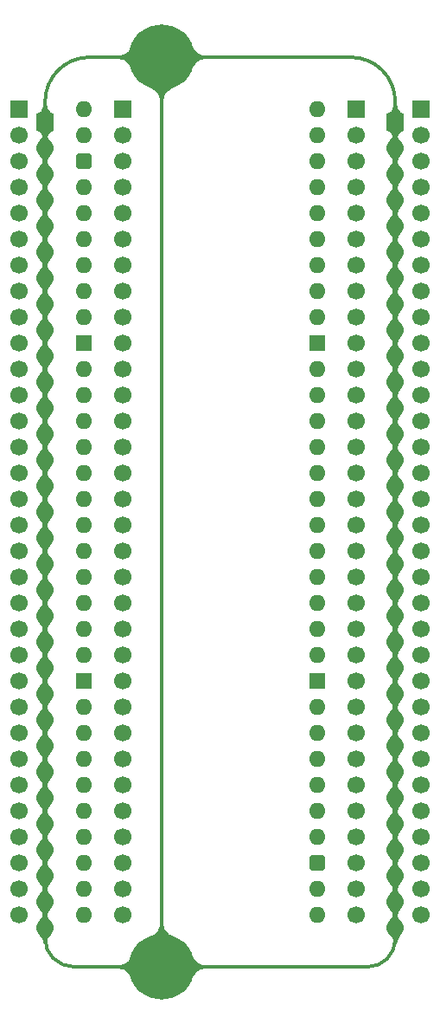
<source format=gbl>
%TF.GenerationSoftware,KiCad,Pcbnew,9.0.7-9.0.7~ubuntu24.04.1*%
%TF.CreationDate,2026-01-16T07:27:37+02:00*%
%TF.ProjectId,HCP65 Wide Analyser,48435036-3520-4576-9964-6520416e616c,V0*%
%TF.SameCoordinates,Original*%
%TF.FileFunction,Copper,L2,Bot*%
%TF.FilePolarity,Positive*%
%FSLAX46Y46*%
G04 Gerber Fmt 4.6, Leading zero omitted, Abs format (unit mm)*
G04 Created by KiCad (PCBNEW 9.0.7-9.0.7~ubuntu24.04.1) date 2026-01-16 07:27:37*
%MOMM*%
%LPD*%
G01*
G04 APERTURE LIST*
G04 Aperture macros list*
%AMRoundRect*
0 Rectangle with rounded corners*
0 $1 Rounding radius*
0 $2 $3 $4 $5 $6 $7 $8 $9 X,Y pos of 4 corners*
0 Add a 4 corners polygon primitive as box body*
4,1,4,$2,$3,$4,$5,$6,$7,$8,$9,$2,$3,0*
0 Add four circle primitives for the rounded corners*
1,1,$1+$1,$2,$3*
1,1,$1+$1,$4,$5*
1,1,$1+$1,$6,$7*
1,1,$1+$1,$8,$9*
0 Add four rect primitives between the rounded corners*
20,1,$1+$1,$2,$3,$4,$5,0*
20,1,$1+$1,$4,$5,$6,$7,0*
20,1,$1+$1,$6,$7,$8,$9,0*
20,1,$1+$1,$8,$9,$2,$3,0*%
G04 Aperture macros list end*
%TA.AperFunction,ComponentPad*%
%ADD10C,1.700000*%
%TD*%
%TA.AperFunction,ComponentPad*%
%ADD11R,1.700000X1.700000*%
%TD*%
%TA.AperFunction,ComponentPad*%
%ADD12O,1.600000X1.600000*%
%TD*%
%TA.AperFunction,ComponentPad*%
%ADD13R,1.600000X1.600000*%
%TD*%
%TA.AperFunction,ComponentPad*%
%ADD14RoundRect,0.400000X-0.400000X-0.400000X0.400000X-0.400000X0.400000X0.400000X-0.400000X0.400000X0*%
%TD*%
%TA.AperFunction,ComponentPad*%
%ADD15C,6.400000*%
%TD*%
%TA.AperFunction,Conductor*%
%ADD16C,0.380000*%
%TD*%
G04 APERTURE END LIST*
D10*
%TO.P,J6,32,Pin_32*%
%TO.N,/GND*%
X-3810000Y-80010000D03*
%TO.P,J6,31,Pin_31*%
X-3810000Y-77470000D03*
%TO.P,J6,30,Pin_30*%
X-3810000Y-74930000D03*
%TO.P,J6,29,Pin_29*%
X-3810000Y-72390000D03*
%TO.P,J6,28,Pin_28*%
X-3810000Y-69850000D03*
%TO.P,J6,27,Pin_27*%
X-3810000Y-67310000D03*
%TO.P,J6,26,Pin_26*%
X-3810000Y-64770000D03*
%TO.P,J6,25,Pin_25*%
X-3810000Y-62230000D03*
%TO.P,J6,24,Pin_24*%
X-3810000Y-59690000D03*
%TO.P,J6,23,Pin_23*%
X-3810000Y-57150000D03*
%TO.P,J6,22,Pin_22*%
X-3810000Y-54610000D03*
%TO.P,J6,21,Pin_21*%
X-3810000Y-52070000D03*
%TO.P,J6,20,Pin_20*%
X-3810000Y-49530000D03*
%TO.P,J6,19,Pin_19*%
X-3810000Y-46990000D03*
%TO.P,J6,18,Pin_18*%
X-3810000Y-44450000D03*
%TO.P,J6,17,Pin_17*%
X-3810000Y-41910000D03*
%TO.P,J6,16,Pin_16*%
X-3810000Y-39370000D03*
%TO.P,J6,15,Pin_15*%
X-3810000Y-36830000D03*
%TO.P,J6,14,Pin_14*%
X-3810000Y-34290000D03*
%TO.P,J6,13,Pin_13*%
X-3810000Y-31750000D03*
%TO.P,J6,12,Pin_12*%
X-3810000Y-29210000D03*
%TO.P,J6,11,Pin_11*%
X-3810000Y-26670000D03*
%TO.P,J6,10,Pin_10*%
X-3810000Y-24130000D03*
%TO.P,J6,9,Pin_9*%
X-3810000Y-21590000D03*
%TO.P,J6,8,Pin_8*%
X-3810000Y-19050000D03*
%TO.P,J6,7,Pin_7*%
X-3810000Y-16510000D03*
%TO.P,J6,6,Pin_6*%
X-3810000Y-13970000D03*
%TO.P,J6,5,Pin_5*%
X-3810000Y-11430000D03*
%TO.P,J6,4,Pin_4*%
X-3810000Y-8890000D03*
%TO.P,J6,3,Pin_3*%
X-3810000Y-6350000D03*
%TO.P,J6,2,Pin_2*%
X-3810000Y-3810000D03*
D11*
%TO.P,J6,1,Pin_1*%
X-3810000Y-1270000D03*
%TD*%
D10*
%TO.P,J7,32,Pin_32*%
%TO.N,/GND*%
X30480000Y-80010000D03*
%TO.P,J7,31,Pin_31*%
X30480000Y-77470000D03*
%TO.P,J7,30,Pin_30*%
X30480000Y-74930000D03*
%TO.P,J7,29,Pin_29*%
X30480000Y-72390000D03*
%TO.P,J7,28,Pin_28*%
X30480000Y-69850000D03*
%TO.P,J7,27,Pin_27*%
X30480000Y-67310000D03*
%TO.P,J7,26,Pin_26*%
X30480000Y-64770000D03*
%TO.P,J7,25,Pin_25*%
X30480000Y-62230000D03*
%TO.P,J7,24,Pin_24*%
X30480000Y-59690000D03*
%TO.P,J7,23,Pin_23*%
X30480000Y-57150000D03*
%TO.P,J7,22,Pin_22*%
X30480000Y-54610000D03*
%TO.P,J7,21,Pin_21*%
X30480000Y-52070000D03*
%TO.P,J7,20,Pin_20*%
X30480000Y-49530000D03*
%TO.P,J7,19,Pin_19*%
X30480000Y-46990000D03*
%TO.P,J7,18,Pin_18*%
X30480000Y-44450000D03*
%TO.P,J7,17,Pin_17*%
X30480000Y-41910000D03*
%TO.P,J7,16,Pin_16*%
X30480000Y-39370000D03*
%TO.P,J7,15,Pin_15*%
X30480000Y-36830000D03*
%TO.P,J7,14,Pin_14*%
X30480000Y-34290000D03*
%TO.P,J7,13,Pin_13*%
X30480000Y-31750000D03*
%TO.P,J7,12,Pin_12*%
X30480000Y-29210000D03*
%TO.P,J7,11,Pin_11*%
X30480000Y-26670000D03*
%TO.P,J7,10,Pin_10*%
X30480000Y-24130000D03*
%TO.P,J7,9,Pin_9*%
X30480000Y-21590000D03*
%TO.P,J7,8,Pin_8*%
X30480000Y-19050000D03*
%TO.P,J7,7,Pin_7*%
X30480000Y-16510000D03*
%TO.P,J7,6,Pin_6*%
X30480000Y-13970000D03*
%TO.P,J7,5,Pin_5*%
X30480000Y-11430000D03*
%TO.P,J7,4,Pin_4*%
X30480000Y-8890000D03*
%TO.P,J7,3,Pin_3*%
X30480000Y-6350000D03*
%TO.P,J7,2,Pin_2*%
X30480000Y-3810000D03*
D11*
%TO.P,J7,1,Pin_1*%
X30480000Y-1270000D03*
%TD*%
D12*
%TO.P,J1,64*%
%TO.N,Net-(J2-Pin_1)*%
X22860000Y0D03*
%TO.P,J1,63*%
%TO.N,Net-(J2-Pin_2)*%
X22860000Y-2540000D03*
%TO.P,J1,62*%
%TO.N,Net-(J2-Pin_3)*%
X22860000Y-5080000D03*
%TO.P,J1,61*%
%TO.N,Net-(J2-Pin_4)*%
X22860000Y-7620000D03*
%TO.P,J1,60*%
%TO.N,Net-(J2-Pin_5)*%
X22860000Y-10160000D03*
%TO.P,J1,59*%
%TO.N,Net-(J2-Pin_6)*%
X22860000Y-12700000D03*
%TO.P,J1,58*%
%TO.N,Net-(J2-Pin_7)*%
X22860000Y-15240000D03*
%TO.P,J1,57*%
%TO.N,Net-(J2-Pin_8)*%
X22860000Y-17780000D03*
%TO.P,J1,56*%
%TO.N,Net-(J2-Pin_9)*%
X22860000Y-20320000D03*
D13*
%TO.P,J1,55*%
%TO.N,Net-(J2-Pin_10)*%
X22860000Y-22860000D03*
D12*
%TO.P,J1,54*%
%TO.N,Net-(J2-Pin_11)*%
X22860000Y-25400000D03*
%TO.P,J1,53*%
%TO.N,Net-(J2-Pin_12)*%
X22860000Y-27940000D03*
%TO.P,J1,52*%
%TO.N,Net-(J2-Pin_13)*%
X22860000Y-30480000D03*
%TO.P,J1,51*%
%TO.N,Net-(J2-Pin_14)*%
X22860000Y-33020000D03*
%TO.P,J1,50*%
%TO.N,Net-(J2-Pin_15)*%
X22860000Y-35560000D03*
%TO.P,J1,49*%
%TO.N,Net-(J2-Pin_16)*%
X22860000Y-38100000D03*
%TO.P,J1,48*%
%TO.N,Net-(J2-Pin_17)*%
X22860000Y-40640000D03*
%TO.P,J1,47*%
%TO.N,Net-(J2-Pin_18)*%
X22860000Y-43180000D03*
%TO.P,J1,46*%
%TO.N,Net-(J2-Pin_19)*%
X22860000Y-45720000D03*
%TO.P,J1,45*%
%TO.N,Net-(J2-Pin_20)*%
X22860000Y-48260000D03*
%TO.P,J1,44*%
%TO.N,Net-(J2-Pin_21)*%
X22860000Y-50800000D03*
%TO.P,J1,43*%
%TO.N,Net-(J2-Pin_22)*%
X22860000Y-53340000D03*
D13*
%TO.P,J1,42*%
%TO.N,Net-(J2-Pin_23)*%
X22860000Y-55880000D03*
D12*
%TO.P,J1,41*%
%TO.N,Net-(J2-Pin_24)*%
X22860000Y-58420000D03*
%TO.P,J1,40*%
%TO.N,Net-(J2-Pin_25)*%
X22860000Y-60960000D03*
%TO.P,J1,39*%
%TO.N,Net-(J2-Pin_26)*%
X22860000Y-63500000D03*
%TO.P,J1,38*%
%TO.N,Net-(J2-Pin_27)*%
X22860000Y-66040000D03*
%TO.P,J1,37*%
%TO.N,Net-(J2-Pin_28)*%
X22860000Y-68580000D03*
%TO.P,J1,36*%
%TO.N,Net-(J2-Pin_29)*%
X22860000Y-71120000D03*
D14*
%TO.P,J1,35*%
%TO.N,Net-(J2-Pin_30)*%
X22860000Y-73660000D03*
D12*
%TO.P,J1,34*%
%TO.N,Net-(J2-Pin_31)*%
X22860000Y-76200000D03*
%TO.P,J1,33*%
%TO.N,Net-(J2-Pin_32)*%
X22860000Y-78740000D03*
%TO.P,J1,32*%
%TO.N,Net-(J4-Pin_32)*%
X0Y-78740000D03*
%TO.P,J1,31*%
%TO.N,Net-(J4-Pin_31)*%
X0Y-76200000D03*
%TO.P,J1,30*%
%TO.N,Net-(J4-Pin_30)*%
X0Y-73660000D03*
%TO.P,J1,29*%
%TO.N,Net-(J4-Pin_29)*%
X0Y-71120000D03*
%TO.P,J1,28*%
%TO.N,Net-(J4-Pin_28)*%
X0Y-68580000D03*
%TO.P,J1,27*%
%TO.N,Net-(J4-Pin_27)*%
X0Y-66040000D03*
%TO.P,J1,26*%
%TO.N,Net-(J4-Pin_26)*%
X0Y-63500000D03*
%TO.P,J1,25*%
%TO.N,Net-(J4-Pin_25)*%
X0Y-60960000D03*
%TO.P,J1,24*%
%TO.N,Net-(J4-Pin_24)*%
X0Y-58420000D03*
D13*
%TO.P,J1,23*%
%TO.N,Net-(J4-Pin_23)*%
X0Y-55880000D03*
D12*
%TO.P,J1,22*%
%TO.N,Net-(J4-Pin_22)*%
X0Y-53340000D03*
%TO.P,J1,21*%
%TO.N,Net-(J4-Pin_21)*%
X0Y-50800000D03*
%TO.P,J1,20*%
%TO.N,Net-(J4-Pin_20)*%
X0Y-48260000D03*
%TO.P,J1,19*%
%TO.N,Net-(J4-Pin_19)*%
X0Y-45720000D03*
%TO.P,J1,18*%
%TO.N,Net-(J4-Pin_18)*%
X0Y-43180000D03*
%TO.P,J1,17*%
%TO.N,Net-(J4-Pin_17)*%
X0Y-40640000D03*
%TO.P,J1,16*%
%TO.N,Net-(J4-Pin_16)*%
X0Y-38100000D03*
%TO.P,J1,15*%
%TO.N,Net-(J4-Pin_15)*%
X0Y-35560000D03*
%TO.P,J1,14*%
%TO.N,Net-(J4-Pin_14)*%
X0Y-33020000D03*
%TO.P,J1,13*%
%TO.N,Net-(J4-Pin_13)*%
X0Y-30480000D03*
%TO.P,J1,12*%
%TO.N,Net-(J4-Pin_12)*%
X0Y-27940000D03*
%TO.P,J1,11*%
%TO.N,Net-(J4-Pin_11)*%
X0Y-25400000D03*
D13*
%TO.P,J1,10*%
%TO.N,Net-(J4-Pin_10)*%
X0Y-22860000D03*
D12*
%TO.P,J1,9*%
%TO.N,Net-(J4-Pin_9)*%
X0Y-20320000D03*
%TO.P,J1,8*%
%TO.N,Net-(J4-Pin_8)*%
X0Y-17780000D03*
%TO.P,J1,7*%
%TO.N,Net-(J4-Pin_7)*%
X0Y-15240000D03*
%TO.P,J1,6*%
%TO.N,Net-(J4-Pin_6)*%
X0Y-12700000D03*
%TO.P,J1,5*%
%TO.N,Net-(J4-Pin_5)*%
X0Y-10160000D03*
%TO.P,J1,4*%
%TO.N,Net-(J4-Pin_4)*%
X0Y-7620000D03*
D14*
%TO.P,J1,3*%
%TO.N,Net-(J4-Pin_3)*%
X0Y-5080000D03*
D12*
%TO.P,J1,2*%
%TO.N,Net-(J4-Pin_2)*%
X0Y-2540000D03*
%TO.P,J1,1*%
%TO.N,Net-(J4-Pin_1)*%
X0Y0D03*
%TD*%
D15*
%TO.P,H1,1,1*%
%TO.N,/GND*%
X7620000Y5080000D03*
%TD*%
D10*
%TO.P,J3,32,Pin_32*%
%TO.N,Net-(J2-Pin_32)*%
X26670000Y-78740000D03*
%TO.P,J3,31,Pin_31*%
%TO.N,Net-(J2-Pin_31)*%
X26670000Y-76200000D03*
%TO.P,J3,30,Pin_30*%
%TO.N,Net-(J2-Pin_30)*%
X26670000Y-73660000D03*
%TO.P,J3,29,Pin_29*%
%TO.N,Net-(J2-Pin_29)*%
X26670000Y-71120000D03*
%TO.P,J3,28,Pin_28*%
%TO.N,Net-(J2-Pin_28)*%
X26670000Y-68580000D03*
%TO.P,J3,27,Pin_27*%
%TO.N,Net-(J2-Pin_27)*%
X26670000Y-66040000D03*
%TO.P,J3,26,Pin_26*%
%TO.N,Net-(J2-Pin_26)*%
X26670000Y-63500000D03*
%TO.P,J3,25,Pin_25*%
%TO.N,Net-(J2-Pin_25)*%
X26670000Y-60960000D03*
%TO.P,J3,24,Pin_24*%
%TO.N,Net-(J2-Pin_24)*%
X26670000Y-58420000D03*
%TO.P,J3,23,Pin_23*%
%TO.N,Net-(J2-Pin_23)*%
X26670000Y-55880000D03*
%TO.P,J3,22,Pin_22*%
%TO.N,Net-(J2-Pin_22)*%
X26670000Y-53340000D03*
%TO.P,J3,21,Pin_21*%
%TO.N,Net-(J2-Pin_21)*%
X26670000Y-50800000D03*
%TO.P,J3,20,Pin_20*%
%TO.N,Net-(J2-Pin_20)*%
X26670000Y-48260000D03*
%TO.P,J3,19,Pin_19*%
%TO.N,Net-(J2-Pin_19)*%
X26670000Y-45720000D03*
%TO.P,J3,18,Pin_18*%
%TO.N,Net-(J2-Pin_18)*%
X26670000Y-43180000D03*
%TO.P,J3,17,Pin_17*%
%TO.N,Net-(J2-Pin_17)*%
X26670000Y-40640000D03*
%TO.P,J3,16,Pin_16*%
%TO.N,Net-(J2-Pin_16)*%
X26670000Y-38100000D03*
%TO.P,J3,15,Pin_15*%
%TO.N,Net-(J2-Pin_15)*%
X26670000Y-35560000D03*
%TO.P,J3,14,Pin_14*%
%TO.N,Net-(J2-Pin_14)*%
X26670000Y-33020000D03*
%TO.P,J3,13,Pin_13*%
%TO.N,Net-(J2-Pin_13)*%
X26670000Y-30480000D03*
%TO.P,J3,12,Pin_12*%
%TO.N,Net-(J2-Pin_12)*%
X26670000Y-27940000D03*
%TO.P,J3,11,Pin_11*%
%TO.N,Net-(J2-Pin_11)*%
X26670000Y-25400000D03*
%TO.P,J3,10,Pin_10*%
%TO.N,Net-(J2-Pin_10)*%
X26670000Y-22860000D03*
%TO.P,J3,9,Pin_9*%
%TO.N,Net-(J2-Pin_9)*%
X26670000Y-20320000D03*
%TO.P,J3,8,Pin_8*%
%TO.N,Net-(J2-Pin_8)*%
X26670000Y-17780000D03*
%TO.P,J3,7,Pin_7*%
%TO.N,Net-(J2-Pin_7)*%
X26670000Y-15240000D03*
%TO.P,J3,6,Pin_6*%
%TO.N,Net-(J2-Pin_6)*%
X26670000Y-12700000D03*
%TO.P,J3,5,Pin_5*%
%TO.N,Net-(J2-Pin_5)*%
X26670000Y-10160000D03*
%TO.P,J3,4,Pin_4*%
%TO.N,Net-(J2-Pin_4)*%
X26670000Y-7620000D03*
%TO.P,J3,3,Pin_3*%
%TO.N,Net-(J2-Pin_3)*%
X26670000Y-5080000D03*
%TO.P,J3,2,Pin_2*%
%TO.N,Net-(J2-Pin_2)*%
X26670000Y-2540000D03*
D11*
%TO.P,J3,1,Pin_1*%
%TO.N,Net-(J2-Pin_1)*%
X26670000Y0D03*
%TD*%
D10*
%TO.P,J5,32,Pin_32*%
%TO.N,Net-(J4-Pin_32)*%
X-6350000Y-78740000D03*
%TO.P,J5,31,Pin_31*%
%TO.N,Net-(J4-Pin_31)*%
X-6350000Y-76200000D03*
%TO.P,J5,30,Pin_30*%
%TO.N,Net-(J4-Pin_30)*%
X-6350000Y-73660000D03*
%TO.P,J5,29,Pin_29*%
%TO.N,Net-(J4-Pin_29)*%
X-6350000Y-71120000D03*
%TO.P,J5,28,Pin_28*%
%TO.N,Net-(J4-Pin_28)*%
X-6350000Y-68580000D03*
%TO.P,J5,27,Pin_27*%
%TO.N,Net-(J4-Pin_27)*%
X-6350000Y-66040000D03*
%TO.P,J5,26,Pin_26*%
%TO.N,Net-(J4-Pin_26)*%
X-6350000Y-63500000D03*
%TO.P,J5,25,Pin_25*%
%TO.N,Net-(J4-Pin_25)*%
X-6350000Y-60960000D03*
%TO.P,J5,24,Pin_24*%
%TO.N,Net-(J4-Pin_24)*%
X-6350000Y-58420000D03*
%TO.P,J5,23,Pin_23*%
%TO.N,Net-(J4-Pin_23)*%
X-6350000Y-55880000D03*
%TO.P,J5,22,Pin_22*%
%TO.N,Net-(J4-Pin_22)*%
X-6350000Y-53340000D03*
%TO.P,J5,21,Pin_21*%
%TO.N,Net-(J4-Pin_21)*%
X-6350000Y-50800000D03*
%TO.P,J5,20,Pin_20*%
%TO.N,Net-(J4-Pin_20)*%
X-6350000Y-48260000D03*
%TO.P,J5,19,Pin_19*%
%TO.N,Net-(J4-Pin_19)*%
X-6350000Y-45720000D03*
%TO.P,J5,18,Pin_18*%
%TO.N,Net-(J4-Pin_18)*%
X-6350000Y-43180000D03*
%TO.P,J5,17,Pin_17*%
%TO.N,Net-(J4-Pin_17)*%
X-6350000Y-40640000D03*
%TO.P,J5,16,Pin_16*%
%TO.N,Net-(J4-Pin_16)*%
X-6350000Y-38100000D03*
%TO.P,J5,15,Pin_15*%
%TO.N,Net-(J4-Pin_15)*%
X-6350000Y-35560000D03*
%TO.P,J5,14,Pin_14*%
%TO.N,Net-(J4-Pin_14)*%
X-6350000Y-33020000D03*
%TO.P,J5,13,Pin_13*%
%TO.N,Net-(J4-Pin_13)*%
X-6350000Y-30480000D03*
%TO.P,J5,12,Pin_12*%
%TO.N,Net-(J4-Pin_12)*%
X-6350000Y-27940000D03*
%TO.P,J5,11,Pin_11*%
%TO.N,Net-(J4-Pin_11)*%
X-6350000Y-25400000D03*
%TO.P,J5,10,Pin_10*%
%TO.N,Net-(J4-Pin_10)*%
X-6350000Y-22860000D03*
%TO.P,J5,9,Pin_9*%
%TO.N,Net-(J4-Pin_9)*%
X-6350000Y-20320000D03*
%TO.P,J5,8,Pin_8*%
%TO.N,Net-(J4-Pin_8)*%
X-6350000Y-17780000D03*
%TO.P,J5,7,Pin_7*%
%TO.N,Net-(J4-Pin_7)*%
X-6350000Y-15240000D03*
%TO.P,J5,6,Pin_6*%
%TO.N,Net-(J4-Pin_6)*%
X-6350000Y-12700000D03*
%TO.P,J5,5,Pin_5*%
%TO.N,Net-(J4-Pin_5)*%
X-6350000Y-10160000D03*
%TO.P,J5,4,Pin_4*%
%TO.N,Net-(J4-Pin_4)*%
X-6350000Y-7620000D03*
%TO.P,J5,3,Pin_3*%
%TO.N,Net-(J4-Pin_3)*%
X-6350000Y-5080000D03*
%TO.P,J5,2,Pin_2*%
%TO.N,Net-(J4-Pin_2)*%
X-6350000Y-2540000D03*
D11*
%TO.P,J5,1,Pin_1*%
%TO.N,Net-(J4-Pin_1)*%
X-6350000Y0D03*
%TD*%
D15*
%TO.P,H2,1,1*%
%TO.N,/GND*%
X7620000Y-83820000D03*
%TD*%
D10*
%TO.P,J4,32,Pin_32*%
%TO.N,Net-(J4-Pin_32)*%
X3810000Y-78740000D03*
%TO.P,J4,31,Pin_31*%
%TO.N,Net-(J4-Pin_31)*%
X3810000Y-76200000D03*
%TO.P,J4,30,Pin_30*%
%TO.N,Net-(J4-Pin_30)*%
X3810000Y-73660000D03*
%TO.P,J4,29,Pin_29*%
%TO.N,Net-(J4-Pin_29)*%
X3810000Y-71120000D03*
%TO.P,J4,28,Pin_28*%
%TO.N,Net-(J4-Pin_28)*%
X3810000Y-68580000D03*
%TO.P,J4,27,Pin_27*%
%TO.N,Net-(J4-Pin_27)*%
X3810000Y-66040000D03*
%TO.P,J4,26,Pin_26*%
%TO.N,Net-(J4-Pin_26)*%
X3810000Y-63500000D03*
%TO.P,J4,25,Pin_25*%
%TO.N,Net-(J4-Pin_25)*%
X3810000Y-60960000D03*
%TO.P,J4,24,Pin_24*%
%TO.N,Net-(J4-Pin_24)*%
X3810000Y-58420000D03*
%TO.P,J4,23,Pin_23*%
%TO.N,Net-(J4-Pin_23)*%
X3810000Y-55880000D03*
%TO.P,J4,22,Pin_22*%
%TO.N,Net-(J4-Pin_22)*%
X3810000Y-53340000D03*
%TO.P,J4,21,Pin_21*%
%TO.N,Net-(J4-Pin_21)*%
X3810000Y-50800000D03*
%TO.P,J4,20,Pin_20*%
%TO.N,Net-(J4-Pin_20)*%
X3810000Y-48260000D03*
%TO.P,J4,19,Pin_19*%
%TO.N,Net-(J4-Pin_19)*%
X3810000Y-45720000D03*
%TO.P,J4,18,Pin_18*%
%TO.N,Net-(J4-Pin_18)*%
X3810000Y-43180000D03*
%TO.P,J4,17,Pin_17*%
%TO.N,Net-(J4-Pin_17)*%
X3810000Y-40640000D03*
%TO.P,J4,16,Pin_16*%
%TO.N,Net-(J4-Pin_16)*%
X3810000Y-38100000D03*
%TO.P,J4,15,Pin_15*%
%TO.N,Net-(J4-Pin_15)*%
X3810000Y-35560000D03*
%TO.P,J4,14,Pin_14*%
%TO.N,Net-(J4-Pin_14)*%
X3810000Y-33020000D03*
%TO.P,J4,13,Pin_13*%
%TO.N,Net-(J4-Pin_13)*%
X3810000Y-30480000D03*
%TO.P,J4,12,Pin_12*%
%TO.N,Net-(J4-Pin_12)*%
X3810000Y-27940000D03*
%TO.P,J4,11,Pin_11*%
%TO.N,Net-(J4-Pin_11)*%
X3810000Y-25400000D03*
%TO.P,J4,10,Pin_10*%
%TO.N,Net-(J4-Pin_10)*%
X3810000Y-22860000D03*
%TO.P,J4,9,Pin_9*%
%TO.N,Net-(J4-Pin_9)*%
X3810000Y-20320000D03*
%TO.P,J4,8,Pin_8*%
%TO.N,Net-(J4-Pin_8)*%
X3810000Y-17780000D03*
%TO.P,J4,7,Pin_7*%
%TO.N,Net-(J4-Pin_7)*%
X3810000Y-15240000D03*
%TO.P,J4,6,Pin_6*%
%TO.N,Net-(J4-Pin_6)*%
X3810000Y-12700000D03*
%TO.P,J4,5,Pin_5*%
%TO.N,Net-(J4-Pin_5)*%
X3810000Y-10160000D03*
%TO.P,J4,4,Pin_4*%
%TO.N,Net-(J4-Pin_4)*%
X3810000Y-7620000D03*
%TO.P,J4,3,Pin_3*%
%TO.N,Net-(J4-Pin_3)*%
X3810000Y-5080000D03*
%TO.P,J4,2,Pin_2*%
%TO.N,Net-(J4-Pin_2)*%
X3810000Y-2540000D03*
D11*
%TO.P,J4,1,Pin_1*%
%TO.N,Net-(J4-Pin_1)*%
X3810000Y0D03*
%TD*%
D10*
%TO.P,J2,32,Pin_32*%
%TO.N,Net-(J2-Pin_32)*%
X33020000Y-78740000D03*
%TO.P,J2,31,Pin_31*%
%TO.N,Net-(J2-Pin_31)*%
X33020000Y-76200000D03*
%TO.P,J2,30,Pin_30*%
%TO.N,Net-(J2-Pin_30)*%
X33020000Y-73660000D03*
%TO.P,J2,29,Pin_29*%
%TO.N,Net-(J2-Pin_29)*%
X33020000Y-71120000D03*
%TO.P,J2,28,Pin_28*%
%TO.N,Net-(J2-Pin_28)*%
X33020000Y-68580000D03*
%TO.P,J2,27,Pin_27*%
%TO.N,Net-(J2-Pin_27)*%
X33020000Y-66040000D03*
%TO.P,J2,26,Pin_26*%
%TO.N,Net-(J2-Pin_26)*%
X33020000Y-63500000D03*
%TO.P,J2,25,Pin_25*%
%TO.N,Net-(J2-Pin_25)*%
X33020000Y-60960000D03*
%TO.P,J2,24,Pin_24*%
%TO.N,Net-(J2-Pin_24)*%
X33020000Y-58420000D03*
%TO.P,J2,23,Pin_23*%
%TO.N,Net-(J2-Pin_23)*%
X33020000Y-55880000D03*
%TO.P,J2,22,Pin_22*%
%TO.N,Net-(J2-Pin_22)*%
X33020000Y-53340000D03*
%TO.P,J2,21,Pin_21*%
%TO.N,Net-(J2-Pin_21)*%
X33020000Y-50800000D03*
%TO.P,J2,20,Pin_20*%
%TO.N,Net-(J2-Pin_20)*%
X33020000Y-48260000D03*
%TO.P,J2,19,Pin_19*%
%TO.N,Net-(J2-Pin_19)*%
X33020000Y-45720000D03*
%TO.P,J2,18,Pin_18*%
%TO.N,Net-(J2-Pin_18)*%
X33020000Y-43180000D03*
%TO.P,J2,17,Pin_17*%
%TO.N,Net-(J2-Pin_17)*%
X33020000Y-40640000D03*
%TO.P,J2,16,Pin_16*%
%TO.N,Net-(J2-Pin_16)*%
X33020000Y-38100000D03*
%TO.P,J2,15,Pin_15*%
%TO.N,Net-(J2-Pin_15)*%
X33020000Y-35560000D03*
%TO.P,J2,14,Pin_14*%
%TO.N,Net-(J2-Pin_14)*%
X33020000Y-33020000D03*
%TO.P,J2,13,Pin_13*%
%TO.N,Net-(J2-Pin_13)*%
X33020000Y-30480000D03*
%TO.P,J2,12,Pin_12*%
%TO.N,Net-(J2-Pin_12)*%
X33020000Y-27940000D03*
%TO.P,J2,11,Pin_11*%
%TO.N,Net-(J2-Pin_11)*%
X33020000Y-25400000D03*
%TO.P,J2,10,Pin_10*%
%TO.N,Net-(J2-Pin_10)*%
X33020000Y-22860000D03*
%TO.P,J2,9,Pin_9*%
%TO.N,Net-(J2-Pin_9)*%
X33020000Y-20320000D03*
%TO.P,J2,8,Pin_8*%
%TO.N,Net-(J2-Pin_8)*%
X33020000Y-17780000D03*
%TO.P,J2,7,Pin_7*%
%TO.N,Net-(J2-Pin_7)*%
X33020000Y-15240000D03*
%TO.P,J2,6,Pin_6*%
%TO.N,Net-(J2-Pin_6)*%
X33020000Y-12700000D03*
%TO.P,J2,5,Pin_5*%
%TO.N,Net-(J2-Pin_5)*%
X33020000Y-10160000D03*
%TO.P,J2,4,Pin_4*%
%TO.N,Net-(J2-Pin_4)*%
X33020000Y-7620000D03*
%TO.P,J2,3,Pin_3*%
%TO.N,Net-(J2-Pin_3)*%
X33020000Y-5080000D03*
%TO.P,J2,2,Pin_2*%
%TO.N,Net-(J2-Pin_2)*%
X33020000Y-2540000D03*
D11*
%TO.P,J2,1,Pin_1*%
%TO.N,Net-(J2-Pin_1)*%
X33020000Y0D03*
%TD*%
D16*
%TO.N,/GND*%
X526051Y5080000D02*
G75*
G03*
X-2540000Y3810000I5J-4336063D01*
G01*
X-2984499Y-82994499D02*
G75*
G03*
X-991566Y-83820000I1992936J1992936D01*
G01*
X29210000Y3810000D02*
G75*
G03*
X26143948Y5080004I-3066060J-3066060D01*
G01*
X29686249Y-83026249D02*
G75*
G02*
X27769967Y-83819985I-1916249J1916249D01*
G01*
X-3810000Y-81089500D02*
G75*
G03*
X-3046678Y-82932321I2606145J2D01*
G01*
X30480000Y-81121250D02*
G75*
G02*
X29694229Y-83018274I-2682800J0D01*
G01*
X-2540000Y3810000D02*
G75*
G03*
X-3810004Y743948I3066060J-3066060D01*
G01*
X29210000Y3810000D02*
G75*
G02*
X30480020Y743948I-3066100J-3066100D01*
G01*
X27769967Y-83820000D02*
X7620000Y-83820000D01*
X29686249Y-83026249D02*
X29694227Y-83018272D01*
X30480000Y-81121250D02*
X30480000Y-80010000D01*
X-3810000Y-80010000D02*
X-3810000Y-81089500D01*
X-2984499Y-82994499D02*
X-3046678Y-82932321D01*
X-991566Y-83820000D02*
X7620000Y-83820000D01*
X30480000Y-3810000D02*
X30480000Y-1270000D01*
X-3810000Y-31750000D02*
X-3810000Y-29210000D01*
X-3810000Y-21590000D02*
X-3810000Y-24130000D01*
X30480000Y-26670000D02*
X30480000Y-29210000D01*
X30480000Y-34290000D02*
X30480000Y-36830000D01*
X-3810000Y-72390000D02*
X-3810000Y-69850000D01*
X30480000Y-69850000D02*
X30480000Y-67310000D01*
X-3810000Y-11430000D02*
X-3810000Y-8890000D01*
X30480000Y-39370000D02*
X30480000Y-36830000D01*
X-3810000Y-62230000D02*
X-3810000Y-59690000D01*
X-3810000Y-46990000D02*
X-3810000Y-49530000D01*
X-3810000Y-39370000D02*
X-3810000Y-36830000D01*
X30480000Y-77470000D02*
X30480000Y-80010000D01*
X7620000Y5080000D02*
X26143948Y5080000D01*
X-3810000Y-36830000D02*
X-3810000Y-34290000D01*
X30480000Y-57150000D02*
X30480000Y-59690000D01*
X-3810000Y-39370000D02*
X-3810000Y-41910000D01*
X30480000Y-57150000D02*
X30480000Y-54610000D01*
X-3810000Y-31750000D02*
X-3810000Y-34290000D01*
X-3810000Y-21590000D02*
X-3810000Y-19050000D01*
X30480000Y-19050000D02*
X30480000Y-16510000D01*
X30480000Y-41910000D02*
X30480000Y-44450000D01*
X-3810000Y-80010000D02*
X-3810000Y-77470000D01*
X30480000Y-41910000D02*
X30480000Y-39370000D01*
X-3810000Y-3810000D02*
X-3810000Y-6350000D01*
X-3810000Y-74930000D02*
X-3810000Y-72390000D01*
X-3810000Y-29210000D02*
X-3810000Y-26670000D01*
X30480000Y-31750000D02*
X30480000Y-29210000D01*
X30480000Y-62230000D02*
X30480000Y-64770000D01*
X30480000Y-11430000D02*
X30480000Y-8890000D01*
X30480000Y-34290000D02*
X30480000Y-31750000D01*
X-3810000Y-59690000D02*
X-3810000Y-57150000D01*
X-3810000Y-3810000D02*
X-3810000Y-1270000D01*
X-3810000Y-62230000D02*
X-3810000Y-64770000D01*
X-3810000Y-16510000D02*
X-3810000Y-19050000D01*
X30480000Y-52070000D02*
X30480000Y-49530000D01*
X526051Y5080000D02*
X7620000Y5080000D01*
X30480000Y-74930000D02*
X30480000Y-72390000D01*
X-3810000Y-44450000D02*
X-3810000Y-41910000D01*
X-3810000Y-16510000D02*
X-3810000Y-13970000D01*
X30480000Y-52070000D02*
X30480000Y-54610000D01*
X30480000Y-1270000D02*
X30480000Y743948D01*
X7620000Y5080000D02*
X7620000Y-83820000D01*
X-3810000Y-74930000D02*
X-3810000Y-77470000D01*
X30480000Y-67310000D02*
X30480000Y-64770000D01*
X30480000Y-49530000D02*
X30480000Y-46990000D01*
X30480000Y-77470000D02*
X30480000Y-74930000D01*
X30480000Y-69850000D02*
X30480000Y-72390000D01*
X30480000Y-8890000D02*
X30480000Y-6350000D01*
X30480000Y-24130000D02*
X30480000Y-21590000D01*
X-3810000Y-8890000D02*
X-3810000Y-6350000D01*
X30480000Y-16510000D02*
X30480000Y-13970000D01*
X-3810000Y-24130000D02*
X-3810000Y-26670000D01*
X-3810000Y-52070000D02*
X-3810000Y-49530000D01*
X30480000Y-19050000D02*
X30480000Y-21590000D01*
X-3810000Y-11430000D02*
X-3810000Y-13970000D01*
X30480000Y-62230000D02*
X30480000Y-59690000D01*
X-3810000Y-1270000D02*
X-3810000Y743948D01*
X30480000Y-44450000D02*
X30480000Y-46990000D01*
X-3810000Y-67310000D02*
X-3810000Y-69850000D01*
X30480000Y-26670000D02*
X30480000Y-24130000D01*
X30480000Y-3810000D02*
X30480000Y-6350000D01*
X-3810000Y-46990000D02*
X-3810000Y-44450000D01*
X-3810000Y-54610000D02*
X-3810000Y-52070000D01*
X30480000Y-11430000D02*
X30480000Y-13970000D01*
X-3810000Y-54610000D02*
X-3810000Y-57150000D01*
X-3810000Y-67310000D02*
X-3810000Y-64770000D01*
%TD*%
%TA.AperFunction,Conductor*%
%TO.N,/GND*%
G36*
X10650832Y-82824244D02*
G01*
X10656590Y-82830775D01*
X10658162Y-82835200D01*
X10658163Y-82835204D01*
X10743871Y-82999390D01*
X10878250Y-83179514D01*
X11038596Y-83338439D01*
X11214303Y-83464796D01*
X11400935Y-83555857D01*
X11400940Y-83555858D01*
X11400944Y-83555860D01*
X11502344Y-83584409D01*
X11597412Y-83611176D01*
X11793950Y-83629033D01*
X11801879Y-83633194D01*
X11804591Y-83640685D01*
X11804591Y-83998806D01*
X11801164Y-84007079D01*
X11793407Y-84010495D01*
X11701869Y-84014547D01*
X11670886Y-84018869D01*
X11591275Y-84029977D01*
X11591260Y-84029980D01*
X11486712Y-84055214D01*
X11378360Y-84093049D01*
X11378351Y-84093053D01*
X11277380Y-84139859D01*
X11170997Y-84202374D01*
X11074317Y-84272258D01*
X11074315Y-84272260D01*
X11074314Y-84272261D01*
X10971847Y-84361900D01*
X10971842Y-84361904D01*
X10971841Y-84361906D01*
X10883216Y-84454790D01*
X10794374Y-84566163D01*
X10794367Y-84566172D01*
X10726054Y-84669549D01*
X10726051Y-84669553D01*
X10657238Y-84810812D01*
X10650534Y-84816749D01*
X10643057Y-84816800D01*
X7652711Y-83831112D01*
X7645927Y-83825267D01*
X7645262Y-83816337D01*
X7651107Y-83809553D01*
X7652711Y-83808888D01*
X8162999Y-83640685D01*
X10641904Y-82823579D01*
X10650832Y-82824244D01*
G37*
%TD.AperFunction*%
%TD*%
%TA.AperFunction,Conductor*%
%TO.N,/GND*%
G36*
X30486730Y-80013385D02*
G01*
X31176902Y-80475640D01*
X31181869Y-80483091D01*
X31180112Y-80491872D01*
X31180028Y-80491996D01*
X31008985Y-80740420D01*
X30850326Y-80977480D01*
X30797985Y-81074092D01*
X30797978Y-81074107D01*
X30751812Y-81180526D01*
X30691980Y-81363916D01*
X30691974Y-81363939D01*
X30632344Y-81602176D01*
X30627011Y-81609369D01*
X30618391Y-81610742D01*
X30269976Y-81531220D01*
X30262672Y-81526038D01*
X30261063Y-81517747D01*
X30283210Y-81394423D01*
X30289858Y-81281217D01*
X30280575Y-81185084D01*
X30279276Y-81180522D01*
X30256909Y-81101998D01*
X30256907Y-81101994D01*
X30256906Y-81101990D01*
X30220393Y-81027901D01*
X30172580Y-80958783D01*
X30049227Y-80819321D01*
X30049215Y-80819307D01*
X29929233Y-80686985D01*
X29928592Y-80686215D01*
X29780786Y-80492129D01*
X29778500Y-80483471D01*
X29783005Y-80475732D01*
X29783586Y-80475317D01*
X30473713Y-80013382D01*
X30482492Y-80011629D01*
X30486730Y-80013385D01*
G37*
%TD.AperFunction*%
%TD*%
%TA.AperFunction,Conductor*%
%TO.N,/GND*%
G36*
X-3803715Y-80013381D02*
G01*
X-3113619Y-80475294D01*
X-3108651Y-80482744D01*
X-3110405Y-80491525D01*
X-3110843Y-80492136D01*
X-3248371Y-80671495D01*
X-3249117Y-80672374D01*
X-3382817Y-80815125D01*
X-3382904Y-80815217D01*
X-3458502Y-80894202D01*
X-3458505Y-80894206D01*
X-3458506Y-80894207D01*
X-3550615Y-81011922D01*
X-3601470Y-81127407D01*
X-3614706Y-81195280D01*
X-3618599Y-81272245D01*
X-3611079Y-81370155D01*
X-3592141Y-81473107D01*
X-3594015Y-81481863D01*
X-3601045Y-81486630D01*
X-3949540Y-81566171D01*
X-3958368Y-81564671D01*
X-3963460Y-81557733D01*
X-4034337Y-81287598D01*
X-4109157Y-81092342D01*
X-4197961Y-80936006D01*
X-4313628Y-80771755D01*
X-4313640Y-80771739D01*
X-4509882Y-80492022D01*
X-4511828Y-80483281D01*
X-4507024Y-80475724D01*
X-4506851Y-80475605D01*
X-3816730Y-80013385D01*
X-3807949Y-80011628D01*
X-3803715Y-80013381D01*
G37*
%TD.AperFunction*%
%TD*%
%TA.AperFunction,Conductor*%
%TO.N,/GND*%
G36*
X7587288Y-83808888D02*
G01*
X7594072Y-83814733D01*
X7594737Y-83823663D01*
X7588892Y-83830447D01*
X7587288Y-83831112D01*
X4598097Y-84816420D01*
X4589167Y-84815755D01*
X4583409Y-84809225D01*
X4581837Y-84804797D01*
X4496129Y-84640610D01*
X4361750Y-84460486D01*
X4201404Y-84301561D01*
X4025697Y-84175204D01*
X4025692Y-84175201D01*
X3839067Y-84084144D01*
X3839055Y-84084139D01*
X3642589Y-84028824D01*
X3642591Y-84028824D01*
X3446050Y-84010966D01*
X3438121Y-84006805D01*
X3435409Y-83999314D01*
X3435409Y-83641193D01*
X3438836Y-83632920D01*
X3446589Y-83629505D01*
X3538125Y-83625454D01*
X3648716Y-83610024D01*
X3753280Y-83584787D01*
X3861635Y-83546952D01*
X3962615Y-83500143D01*
X4068995Y-83437630D01*
X4165681Y-83367743D01*
X4268148Y-83278104D01*
X4356772Y-83185222D01*
X4445627Y-83073832D01*
X4513945Y-82970450D01*
X4582761Y-82829186D01*
X4589465Y-82823250D01*
X4596942Y-82823199D01*
X7587288Y-83808888D01*
G37*
%TD.AperFunction*%
%TD*%
%TA.AperFunction,Conductor*%
%TO.N,/GND*%
G36*
X30666857Y-2129760D02*
G01*
X30670280Y-2137746D01*
X30674253Y-2299450D01*
X30674255Y-2299471D01*
X30687246Y-2442654D01*
X30687247Y-2442668D01*
X30709319Y-2562324D01*
X30709322Y-2562334D01*
X30740819Y-2664867D01*
X30740822Y-2664874D01*
X30782084Y-2756685D01*
X30833455Y-2844172D01*
X30833468Y-2844192D01*
X30967918Y-3031826D01*
X30967921Y-3031836D01*
X30967924Y-3031835D01*
X31179728Y-3327949D01*
X31181754Y-3336672D01*
X31177019Y-3344272D01*
X31176722Y-3344478D01*
X30486510Y-3806640D01*
X30477729Y-3808395D01*
X30473490Y-3806640D01*
X29783277Y-3344478D01*
X29778310Y-3337027D01*
X29780065Y-3328246D01*
X29780233Y-3328003D01*
X29992077Y-3031834D01*
X30141062Y-2821209D01*
X30219930Y-2662876D01*
X30248481Y-2571193D01*
X30269405Y-2466111D01*
X30284926Y-2313702D01*
X30289692Y-2137716D01*
X30293342Y-2129539D01*
X30301388Y-2126333D01*
X30658584Y-2126333D01*
X30666857Y-2129760D01*
G37*
%TD.AperFunction*%
%TD*%
%TA.AperFunction,Conductor*%
%TO.N,/GND*%
G36*
X30488266Y-1277276D02*
G01*
X31311856Y-2101835D01*
X31315278Y-2110109D01*
X31311846Y-2118380D01*
X31304387Y-2121774D01*
X31266642Y-2124390D01*
X31266638Y-2124390D01*
X31266636Y-2124391D01*
X31201302Y-2138902D01*
X31196439Y-2139982D01*
X31130360Y-2165783D01*
X31060385Y-2206046D01*
X30995879Y-2256395D01*
X30927675Y-2325659D01*
X30867154Y-2403810D01*
X30807306Y-2501148D01*
X30807299Y-2501162D01*
X30757991Y-2602786D01*
X30757984Y-2602803D01*
X30717910Y-2709353D01*
X30717909Y-2709358D01*
X30689788Y-2811762D01*
X30689786Y-2811769D01*
X30689785Y-2811777D01*
X30671281Y-2959753D01*
X30666855Y-2967536D01*
X30659672Y-2970000D01*
X30300296Y-2970000D01*
X30292023Y-2966573D01*
X30288691Y-2959788D01*
X30269061Y-2806671D01*
X30237220Y-2709357D01*
X30203465Y-2606193D01*
X30109126Y-2428050D01*
X29999775Y-2290366D01*
X29882709Y-2195021D01*
X29818765Y-2165781D01*
X29759985Y-2138902D01*
X29759986Y-2138902D01*
X29653066Y-2123354D01*
X29645372Y-2118772D01*
X29643172Y-2110092D01*
X29646471Y-2103509D01*
X30471723Y-1277286D01*
X30479993Y-1273855D01*
X30488266Y-1277276D01*
G37*
%TD.AperFunction*%
%TD*%
%TA.AperFunction,Conductor*%
%TO.N,/GND*%
G36*
X-3803490Y-29213358D02*
G01*
X-3113276Y-29675522D01*
X-3108310Y-29682972D01*
X-3110065Y-29691753D01*
X-3110271Y-29692050D01*
X-3322095Y-29988190D01*
X-3471059Y-30198786D01*
X-3471060Y-30198788D01*
X-3471062Y-30198791D01*
X-3549930Y-30357123D01*
X-3578481Y-30448806D01*
X-3599405Y-30553888D01*
X-3614926Y-30706298D01*
X-3618681Y-30844967D01*
X-3619692Y-30882284D01*
X-3623342Y-30890461D01*
X-3631388Y-30893667D01*
X-3988584Y-30893667D01*
X-3996857Y-30890240D01*
X-4000280Y-30882254D01*
X-4004253Y-30720548D01*
X-4004255Y-30720527D01*
X-4017246Y-30577344D01*
X-4017247Y-30577330D01*
X-4039319Y-30457674D01*
X-4039322Y-30457664D01*
X-4070819Y-30355131D01*
X-4070822Y-30355124D01*
X-4112084Y-30263313D01*
X-4163456Y-30175826D01*
X-4163459Y-30175821D01*
X-4297924Y-29988164D01*
X-4297929Y-29988156D01*
X-4509728Y-29692050D01*
X-4511754Y-29683327D01*
X-4507019Y-29675727D01*
X-4506722Y-29675521D01*
X-3816510Y-29213359D01*
X-3807729Y-29211604D01*
X-3803490Y-29213358D01*
G37*
%TD.AperFunction*%
%TD*%
%TA.AperFunction,Conductor*%
%TO.N,/GND*%
G36*
X-3623143Y-30069760D02*
G01*
X-3619720Y-30077746D01*
X-3615746Y-30239450D01*
X-3615745Y-30239459D01*
X-3615745Y-30239464D01*
X-3602753Y-30382662D01*
X-3602752Y-30382667D01*
X-3602752Y-30382668D01*
X-3598427Y-30406112D01*
X-3580679Y-30502329D01*
X-3549180Y-30604869D01*
X-3507914Y-30696686D01*
X-3456537Y-30784184D01*
X-3322077Y-30971834D01*
X-3110270Y-31267951D01*
X-3108245Y-31276672D01*
X-3112980Y-31284272D01*
X-3113277Y-31284478D01*
X-3803490Y-31746640D01*
X-3812271Y-31748395D01*
X-3816510Y-31746640D01*
X-4506722Y-31284478D01*
X-4511689Y-31277027D01*
X-4509934Y-31268246D01*
X-4509728Y-31267949D01*
X-4297942Y-30971860D01*
X-4297924Y-30971835D01*
X-4148938Y-30761210D01*
X-4070070Y-30602877D01*
X-4055794Y-30557035D01*
X-4041518Y-30511193D01*
X-4020594Y-30406106D01*
X-4005074Y-30253703D01*
X-4000308Y-30077716D01*
X-3996658Y-30069539D01*
X-3988612Y-30066333D01*
X-3631416Y-30066333D01*
X-3623143Y-30069760D01*
G37*
%TD.AperFunction*%
%TD*%
%TA.AperFunction,Conductor*%
%TO.N,/GND*%
G36*
X-3803490Y-21593358D02*
G01*
X-3113276Y-22055522D01*
X-3108310Y-22062972D01*
X-3110065Y-22071753D01*
X-3110271Y-22072050D01*
X-3322095Y-22368190D01*
X-3471059Y-22578786D01*
X-3471060Y-22578788D01*
X-3471062Y-22578791D01*
X-3549930Y-22737123D01*
X-3578481Y-22828806D01*
X-3599405Y-22933888D01*
X-3614926Y-23086298D01*
X-3618681Y-23224967D01*
X-3619692Y-23262284D01*
X-3623342Y-23270461D01*
X-3631388Y-23273667D01*
X-3988584Y-23273667D01*
X-3996857Y-23270240D01*
X-4000280Y-23262254D01*
X-4004253Y-23100548D01*
X-4004255Y-23100527D01*
X-4017246Y-22957344D01*
X-4017247Y-22957330D01*
X-4039319Y-22837674D01*
X-4039322Y-22837664D01*
X-4070819Y-22735131D01*
X-4070822Y-22735124D01*
X-4112084Y-22643313D01*
X-4163456Y-22555826D01*
X-4163459Y-22555821D01*
X-4297924Y-22368164D01*
X-4297929Y-22368156D01*
X-4509728Y-22072050D01*
X-4511754Y-22063327D01*
X-4507019Y-22055727D01*
X-4506722Y-22055521D01*
X-3816510Y-21593359D01*
X-3807729Y-21591604D01*
X-3803490Y-21593358D01*
G37*
%TD.AperFunction*%
%TD*%
%TA.AperFunction,Conductor*%
%TO.N,/GND*%
G36*
X-3623143Y-22449760D02*
G01*
X-3619720Y-22457746D01*
X-3615746Y-22619450D01*
X-3615745Y-22619459D01*
X-3615745Y-22619464D01*
X-3602753Y-22762662D01*
X-3602752Y-22762667D01*
X-3602752Y-22762668D01*
X-3598427Y-22786112D01*
X-3580679Y-22882329D01*
X-3549180Y-22984869D01*
X-3507914Y-23076686D01*
X-3456537Y-23164184D01*
X-3322077Y-23351834D01*
X-3110270Y-23647951D01*
X-3108245Y-23656672D01*
X-3112980Y-23664272D01*
X-3113277Y-23664478D01*
X-3803490Y-24126640D01*
X-3812271Y-24128395D01*
X-3816510Y-24126640D01*
X-4506722Y-23664478D01*
X-4511689Y-23657027D01*
X-4509934Y-23648246D01*
X-4509728Y-23647949D01*
X-4297942Y-23351860D01*
X-4297924Y-23351835D01*
X-4148938Y-23141210D01*
X-4070070Y-22982877D01*
X-4055794Y-22937035D01*
X-4041518Y-22891193D01*
X-4020594Y-22786106D01*
X-4005074Y-22633703D01*
X-4000308Y-22457716D01*
X-3996658Y-22449539D01*
X-3988612Y-22446333D01*
X-3631416Y-22446333D01*
X-3623143Y-22449760D01*
G37*
%TD.AperFunction*%
%TD*%
%TA.AperFunction,Conductor*%
%TO.N,/GND*%
G36*
X30666857Y-27529760D02*
G01*
X30670280Y-27537746D01*
X30674253Y-27699450D01*
X30674255Y-27699471D01*
X30687246Y-27842654D01*
X30687247Y-27842668D01*
X30709319Y-27962324D01*
X30709322Y-27962334D01*
X30740819Y-28064867D01*
X30740822Y-28064874D01*
X30782084Y-28156685D01*
X30833455Y-28244172D01*
X30833468Y-28244192D01*
X30967918Y-28431826D01*
X30967921Y-28431836D01*
X30967924Y-28431835D01*
X31179728Y-28727949D01*
X31181754Y-28736672D01*
X31177019Y-28744272D01*
X31176722Y-28744478D01*
X30486510Y-29206640D01*
X30477729Y-29208395D01*
X30473490Y-29206640D01*
X29783277Y-28744478D01*
X29778310Y-28737027D01*
X29780065Y-28728246D01*
X29780233Y-28728003D01*
X29992077Y-28431834D01*
X30141062Y-28221209D01*
X30219930Y-28062876D01*
X30248481Y-27971193D01*
X30269405Y-27866111D01*
X30284926Y-27713702D01*
X30289692Y-27537716D01*
X30293342Y-27529539D01*
X30301388Y-27526333D01*
X30658584Y-27526333D01*
X30666857Y-27529760D01*
G37*
%TD.AperFunction*%
%TD*%
%TA.AperFunction,Conductor*%
%TO.N,/GND*%
G36*
X30486510Y-26673359D02*
G01*
X31176722Y-27135521D01*
X31181689Y-27142972D01*
X31179934Y-27151753D01*
X31179728Y-27152050D01*
X30967941Y-27448138D01*
X30967924Y-27448164D01*
X30818938Y-27658790D01*
X30779056Y-27738853D01*
X30740072Y-27817117D01*
X30740071Y-27817120D01*
X30711518Y-27908805D01*
X30690594Y-28013893D01*
X30675074Y-28166295D01*
X30670308Y-28342284D01*
X30666658Y-28350461D01*
X30658612Y-28353667D01*
X30301416Y-28353667D01*
X30293143Y-28350240D01*
X30289720Y-28342254D01*
X30285746Y-28180549D01*
X30285744Y-28180528D01*
X30284453Y-28166295D01*
X30272753Y-28037338D01*
X30268428Y-28013893D01*
X30250680Y-27917674D01*
X30250677Y-27917664D01*
X30247956Y-27908805D01*
X30219180Y-27815130D01*
X30195344Y-27762096D01*
X30177915Y-27723314D01*
X30126543Y-27635827D01*
X30126540Y-27635822D01*
X30126536Y-27635815D01*
X29992077Y-27448165D01*
X29992077Y-27448164D01*
X29992071Y-27448157D01*
X29992058Y-27448139D01*
X29780270Y-27152048D01*
X29778245Y-27143327D01*
X29782980Y-27135727D01*
X29783249Y-27135539D01*
X30473490Y-26673358D01*
X30482271Y-26671604D01*
X30486510Y-26673359D01*
G37*
%TD.AperFunction*%
%TD*%
%TA.AperFunction,Conductor*%
%TO.N,/GND*%
G36*
X30486510Y-34293359D02*
G01*
X31176722Y-34755521D01*
X31181689Y-34762972D01*
X31179934Y-34771753D01*
X31179728Y-34772050D01*
X30967941Y-35068138D01*
X30967924Y-35068164D01*
X30818938Y-35278790D01*
X30779056Y-35358853D01*
X30740072Y-35437117D01*
X30740071Y-35437120D01*
X30711518Y-35528805D01*
X30690594Y-35633893D01*
X30675074Y-35786295D01*
X30670308Y-35962284D01*
X30666658Y-35970461D01*
X30658612Y-35973667D01*
X30301416Y-35973667D01*
X30293143Y-35970240D01*
X30289720Y-35962254D01*
X30285746Y-35800549D01*
X30285744Y-35800528D01*
X30284453Y-35786295D01*
X30272753Y-35657338D01*
X30268428Y-35633893D01*
X30250680Y-35537674D01*
X30250677Y-35537664D01*
X30247956Y-35528805D01*
X30219180Y-35435130D01*
X30195344Y-35382096D01*
X30177915Y-35343314D01*
X30126543Y-35255827D01*
X30126540Y-35255822D01*
X30126536Y-35255815D01*
X29992077Y-35068165D01*
X29992077Y-35068164D01*
X29992071Y-35068157D01*
X29992058Y-35068139D01*
X29780270Y-34772048D01*
X29778245Y-34763327D01*
X29782980Y-34755727D01*
X29783249Y-34755539D01*
X30473490Y-34293358D01*
X30482271Y-34291604D01*
X30486510Y-34293359D01*
G37*
%TD.AperFunction*%
%TD*%
%TA.AperFunction,Conductor*%
%TO.N,/GND*%
G36*
X30666857Y-35149760D02*
G01*
X30670280Y-35157746D01*
X30674253Y-35319450D01*
X30674255Y-35319471D01*
X30687246Y-35462654D01*
X30687247Y-35462668D01*
X30709319Y-35582324D01*
X30709322Y-35582334D01*
X30740819Y-35684867D01*
X30740822Y-35684874D01*
X30782084Y-35776685D01*
X30833455Y-35864172D01*
X30833468Y-35864192D01*
X30967918Y-36051826D01*
X30967921Y-36051836D01*
X30967924Y-36051835D01*
X31179728Y-36347949D01*
X31181754Y-36356672D01*
X31177019Y-36364272D01*
X31176722Y-36364478D01*
X30486510Y-36826640D01*
X30477729Y-36828395D01*
X30473490Y-36826640D01*
X29783277Y-36364478D01*
X29778310Y-36357027D01*
X29780065Y-36348246D01*
X29780233Y-36348003D01*
X29992077Y-36051834D01*
X30141062Y-35841209D01*
X30219930Y-35682876D01*
X30248481Y-35591193D01*
X30269405Y-35486111D01*
X30284926Y-35333702D01*
X30289692Y-35157716D01*
X30293342Y-35149539D01*
X30301388Y-35146333D01*
X30658584Y-35146333D01*
X30666857Y-35149760D01*
G37*
%TD.AperFunction*%
%TD*%
%TA.AperFunction,Conductor*%
%TO.N,/GND*%
G36*
X-3803490Y-69853358D02*
G01*
X-3113276Y-70315522D01*
X-3108310Y-70322972D01*
X-3110065Y-70331753D01*
X-3110271Y-70332050D01*
X-3322095Y-70628190D01*
X-3471059Y-70838786D01*
X-3471060Y-70838788D01*
X-3471062Y-70838791D01*
X-3549930Y-70997123D01*
X-3578481Y-71088806D01*
X-3599405Y-71193888D01*
X-3614926Y-71346298D01*
X-3618681Y-71484967D01*
X-3619692Y-71522284D01*
X-3623342Y-71530461D01*
X-3631388Y-71533667D01*
X-3988584Y-71533667D01*
X-3996857Y-71530240D01*
X-4000280Y-71522254D01*
X-4004253Y-71360548D01*
X-4004255Y-71360527D01*
X-4017246Y-71217344D01*
X-4017247Y-71217330D01*
X-4039319Y-71097674D01*
X-4039322Y-71097664D01*
X-4070819Y-70995131D01*
X-4070822Y-70995124D01*
X-4112084Y-70903313D01*
X-4163456Y-70815826D01*
X-4163459Y-70815821D01*
X-4297924Y-70628164D01*
X-4297929Y-70628156D01*
X-4509728Y-70332050D01*
X-4511754Y-70323327D01*
X-4507019Y-70315727D01*
X-4506722Y-70315521D01*
X-3816510Y-69853359D01*
X-3807729Y-69851604D01*
X-3803490Y-69853358D01*
G37*
%TD.AperFunction*%
%TD*%
%TA.AperFunction,Conductor*%
%TO.N,/GND*%
G36*
X-3623143Y-70709760D02*
G01*
X-3619720Y-70717746D01*
X-3615746Y-70879450D01*
X-3615745Y-70879459D01*
X-3615745Y-70879464D01*
X-3602753Y-71022662D01*
X-3602752Y-71022667D01*
X-3602752Y-71022668D01*
X-3598427Y-71046112D01*
X-3580679Y-71142329D01*
X-3549180Y-71244869D01*
X-3507914Y-71336686D01*
X-3456537Y-71424184D01*
X-3322077Y-71611834D01*
X-3110270Y-71907951D01*
X-3108245Y-71916672D01*
X-3112980Y-71924272D01*
X-3113277Y-71924478D01*
X-3803490Y-72386640D01*
X-3812271Y-72388395D01*
X-3816510Y-72386640D01*
X-4506722Y-71924478D01*
X-4511689Y-71917027D01*
X-4509934Y-71908246D01*
X-4509728Y-71907949D01*
X-4297942Y-71611860D01*
X-4297924Y-71611835D01*
X-4148938Y-71401210D01*
X-4070070Y-71242877D01*
X-4055794Y-71197035D01*
X-4041518Y-71151193D01*
X-4020594Y-71046106D01*
X-4005074Y-70893703D01*
X-4000308Y-70717716D01*
X-3996658Y-70709539D01*
X-3988612Y-70706333D01*
X-3631416Y-70706333D01*
X-3623143Y-70709760D01*
G37*
%TD.AperFunction*%
%TD*%
%TA.AperFunction,Conductor*%
%TO.N,/GND*%
G36*
X30486510Y-67313359D02*
G01*
X31176722Y-67775521D01*
X31181689Y-67782972D01*
X31179934Y-67791753D01*
X31179728Y-67792050D01*
X30967941Y-68088138D01*
X30967924Y-68088164D01*
X30818938Y-68298790D01*
X30779056Y-68378853D01*
X30740072Y-68457117D01*
X30740071Y-68457120D01*
X30711518Y-68548805D01*
X30690594Y-68653893D01*
X30675074Y-68806295D01*
X30670308Y-68982284D01*
X30666658Y-68990461D01*
X30658612Y-68993667D01*
X30301416Y-68993667D01*
X30293143Y-68990240D01*
X30289720Y-68982254D01*
X30285746Y-68820549D01*
X30285744Y-68820528D01*
X30284453Y-68806295D01*
X30272753Y-68677338D01*
X30268428Y-68653893D01*
X30250680Y-68557674D01*
X30250677Y-68557664D01*
X30247956Y-68548805D01*
X30219180Y-68455130D01*
X30195344Y-68402096D01*
X30177915Y-68363314D01*
X30126543Y-68275827D01*
X30126540Y-68275822D01*
X30126536Y-68275815D01*
X29992077Y-68088165D01*
X29992077Y-68088164D01*
X29992071Y-68088157D01*
X29992058Y-68088139D01*
X29780270Y-67792048D01*
X29778245Y-67783327D01*
X29782980Y-67775727D01*
X29783249Y-67775539D01*
X30473490Y-67313358D01*
X30482271Y-67311604D01*
X30486510Y-67313359D01*
G37*
%TD.AperFunction*%
%TD*%
%TA.AperFunction,Conductor*%
%TO.N,/GND*%
G36*
X30666857Y-68169760D02*
G01*
X30670280Y-68177746D01*
X30674253Y-68339450D01*
X30674255Y-68339471D01*
X30687246Y-68482654D01*
X30687247Y-68482668D01*
X30709319Y-68602324D01*
X30709322Y-68602334D01*
X30740819Y-68704867D01*
X30740822Y-68704874D01*
X30782084Y-68796685D01*
X30833455Y-68884172D01*
X30833468Y-68884192D01*
X30967918Y-69071826D01*
X30967921Y-69071836D01*
X30967924Y-69071835D01*
X31179728Y-69367949D01*
X31181754Y-69376672D01*
X31177019Y-69384272D01*
X31176722Y-69384478D01*
X30486510Y-69846640D01*
X30477729Y-69848395D01*
X30473490Y-69846640D01*
X29783277Y-69384478D01*
X29778310Y-69377027D01*
X29780065Y-69368246D01*
X29780233Y-69368003D01*
X29992077Y-69071834D01*
X30141062Y-68861209D01*
X30219930Y-68702876D01*
X30248481Y-68611193D01*
X30269405Y-68506111D01*
X30284926Y-68353702D01*
X30289692Y-68177716D01*
X30293342Y-68169539D01*
X30301388Y-68166333D01*
X30658584Y-68166333D01*
X30666857Y-68169760D01*
G37*
%TD.AperFunction*%
%TD*%
%TA.AperFunction,Conductor*%
%TO.N,/GND*%
G36*
X-3803490Y-8893358D02*
G01*
X-3113276Y-9355522D01*
X-3108310Y-9362972D01*
X-3110065Y-9371753D01*
X-3110271Y-9372050D01*
X-3322095Y-9668190D01*
X-3471059Y-9878786D01*
X-3471060Y-9878788D01*
X-3471062Y-9878791D01*
X-3549930Y-10037123D01*
X-3578481Y-10128806D01*
X-3599405Y-10233888D01*
X-3614926Y-10386298D01*
X-3618681Y-10524967D01*
X-3619692Y-10562284D01*
X-3623342Y-10570461D01*
X-3631388Y-10573667D01*
X-3988584Y-10573667D01*
X-3996857Y-10570240D01*
X-4000280Y-10562254D01*
X-4004253Y-10400548D01*
X-4004255Y-10400527D01*
X-4017246Y-10257344D01*
X-4017247Y-10257330D01*
X-4039319Y-10137674D01*
X-4039322Y-10137664D01*
X-4070819Y-10035131D01*
X-4070822Y-10035124D01*
X-4112084Y-9943313D01*
X-4163456Y-9855826D01*
X-4163459Y-9855821D01*
X-4297924Y-9668164D01*
X-4297929Y-9668156D01*
X-4509728Y-9372050D01*
X-4511754Y-9363327D01*
X-4507019Y-9355727D01*
X-4506722Y-9355521D01*
X-3816510Y-8893359D01*
X-3807729Y-8891604D01*
X-3803490Y-8893358D01*
G37*
%TD.AperFunction*%
%TD*%
%TA.AperFunction,Conductor*%
%TO.N,/GND*%
G36*
X-3623143Y-9749760D02*
G01*
X-3619720Y-9757746D01*
X-3615746Y-9919450D01*
X-3615745Y-9919459D01*
X-3615745Y-9919464D01*
X-3602753Y-10062662D01*
X-3602752Y-10062667D01*
X-3602752Y-10062668D01*
X-3598427Y-10086112D01*
X-3580679Y-10182329D01*
X-3549180Y-10284869D01*
X-3507914Y-10376686D01*
X-3456537Y-10464184D01*
X-3322077Y-10651834D01*
X-3110270Y-10947951D01*
X-3108245Y-10956672D01*
X-3112980Y-10964272D01*
X-3113277Y-10964478D01*
X-3803490Y-11426640D01*
X-3812271Y-11428395D01*
X-3816510Y-11426640D01*
X-4506722Y-10964478D01*
X-4511689Y-10957027D01*
X-4509934Y-10948246D01*
X-4509728Y-10947949D01*
X-4297942Y-10651860D01*
X-4297924Y-10651835D01*
X-4148938Y-10441210D01*
X-4070070Y-10282877D01*
X-4055794Y-10237035D01*
X-4041518Y-10191193D01*
X-4020594Y-10086106D01*
X-4005074Y-9933703D01*
X-4000308Y-9757716D01*
X-3996658Y-9749539D01*
X-3988612Y-9746333D01*
X-3631416Y-9746333D01*
X-3623143Y-9749760D01*
G37*
%TD.AperFunction*%
%TD*%
%TA.AperFunction,Conductor*%
%TO.N,/GND*%
G36*
X30666857Y-37689760D02*
G01*
X30670280Y-37697746D01*
X30674253Y-37859450D01*
X30674255Y-37859471D01*
X30687246Y-38002654D01*
X30687247Y-38002668D01*
X30709319Y-38122324D01*
X30709322Y-38122334D01*
X30740819Y-38224867D01*
X30740822Y-38224874D01*
X30782084Y-38316685D01*
X30833455Y-38404172D01*
X30833468Y-38404192D01*
X30967918Y-38591826D01*
X30967921Y-38591836D01*
X30967924Y-38591835D01*
X31179728Y-38887949D01*
X31181754Y-38896672D01*
X31177019Y-38904272D01*
X31176722Y-38904478D01*
X30486510Y-39366640D01*
X30477729Y-39368395D01*
X30473490Y-39366640D01*
X29783277Y-38904478D01*
X29778310Y-38897027D01*
X29780065Y-38888246D01*
X29780233Y-38888003D01*
X29992077Y-38591834D01*
X30141062Y-38381209D01*
X30219930Y-38222876D01*
X30248481Y-38131193D01*
X30269405Y-38026111D01*
X30284926Y-37873702D01*
X30289692Y-37697716D01*
X30293342Y-37689539D01*
X30301388Y-37686333D01*
X30658584Y-37686333D01*
X30666857Y-37689760D01*
G37*
%TD.AperFunction*%
%TD*%
%TA.AperFunction,Conductor*%
%TO.N,/GND*%
G36*
X30486510Y-36833359D02*
G01*
X31176722Y-37295521D01*
X31181689Y-37302972D01*
X31179934Y-37311753D01*
X31179728Y-37312050D01*
X30967941Y-37608138D01*
X30967924Y-37608164D01*
X30818938Y-37818790D01*
X30779056Y-37898853D01*
X30740072Y-37977117D01*
X30740071Y-37977120D01*
X30711518Y-38068805D01*
X30690594Y-38173893D01*
X30675074Y-38326295D01*
X30670308Y-38502284D01*
X30666658Y-38510461D01*
X30658612Y-38513667D01*
X30301416Y-38513667D01*
X30293143Y-38510240D01*
X30289720Y-38502254D01*
X30285746Y-38340549D01*
X30285744Y-38340528D01*
X30284453Y-38326295D01*
X30272753Y-38197338D01*
X30268428Y-38173893D01*
X30250680Y-38077674D01*
X30250677Y-38077664D01*
X30247956Y-38068805D01*
X30219180Y-37975130D01*
X30195344Y-37922096D01*
X30177915Y-37883314D01*
X30126543Y-37795827D01*
X30126540Y-37795822D01*
X30126536Y-37795815D01*
X29992077Y-37608165D01*
X29992077Y-37608164D01*
X29992071Y-37608157D01*
X29992058Y-37608139D01*
X29780270Y-37312048D01*
X29778245Y-37303327D01*
X29782980Y-37295727D01*
X29783249Y-37295539D01*
X30473490Y-36833358D01*
X30482271Y-36831604D01*
X30486510Y-36833359D01*
G37*
%TD.AperFunction*%
%TD*%
%TA.AperFunction,Conductor*%
%TO.N,/GND*%
G36*
X-3803490Y-59693358D02*
G01*
X-3113276Y-60155522D01*
X-3108310Y-60162972D01*
X-3110065Y-60171753D01*
X-3110271Y-60172050D01*
X-3322095Y-60468190D01*
X-3471059Y-60678786D01*
X-3471060Y-60678788D01*
X-3471062Y-60678791D01*
X-3549930Y-60837123D01*
X-3578481Y-60928806D01*
X-3599405Y-61033888D01*
X-3614926Y-61186298D01*
X-3618681Y-61324967D01*
X-3619692Y-61362284D01*
X-3623342Y-61370461D01*
X-3631388Y-61373667D01*
X-3988584Y-61373667D01*
X-3996857Y-61370240D01*
X-4000280Y-61362254D01*
X-4004253Y-61200548D01*
X-4004255Y-61200527D01*
X-4017246Y-61057344D01*
X-4017247Y-61057330D01*
X-4039319Y-60937674D01*
X-4039322Y-60937664D01*
X-4070819Y-60835131D01*
X-4070822Y-60835124D01*
X-4112084Y-60743313D01*
X-4163456Y-60655826D01*
X-4163459Y-60655821D01*
X-4297924Y-60468164D01*
X-4297929Y-60468156D01*
X-4509728Y-60172050D01*
X-4511754Y-60163327D01*
X-4507019Y-60155727D01*
X-4506722Y-60155521D01*
X-3816510Y-59693359D01*
X-3807729Y-59691604D01*
X-3803490Y-59693358D01*
G37*
%TD.AperFunction*%
%TD*%
%TA.AperFunction,Conductor*%
%TO.N,/GND*%
G36*
X-3623143Y-60549760D02*
G01*
X-3619720Y-60557746D01*
X-3615746Y-60719450D01*
X-3615745Y-60719459D01*
X-3615745Y-60719464D01*
X-3602753Y-60862662D01*
X-3602752Y-60862667D01*
X-3602752Y-60862668D01*
X-3598427Y-60886112D01*
X-3580679Y-60982329D01*
X-3549180Y-61084869D01*
X-3507914Y-61176686D01*
X-3456537Y-61264184D01*
X-3322077Y-61451834D01*
X-3110270Y-61747951D01*
X-3108245Y-61756672D01*
X-3112980Y-61764272D01*
X-3113277Y-61764478D01*
X-3803490Y-62226640D01*
X-3812271Y-62228395D01*
X-3816510Y-62226640D01*
X-4506722Y-61764478D01*
X-4511689Y-61757027D01*
X-4509934Y-61748246D01*
X-4509728Y-61747949D01*
X-4297942Y-61451860D01*
X-4297924Y-61451835D01*
X-4148938Y-61241210D01*
X-4070070Y-61082877D01*
X-4055794Y-61037035D01*
X-4041518Y-60991193D01*
X-4020594Y-60886106D01*
X-4005074Y-60733703D01*
X-4000308Y-60557716D01*
X-3996658Y-60549539D01*
X-3988612Y-60546333D01*
X-3631416Y-60546333D01*
X-3623143Y-60549760D01*
G37*
%TD.AperFunction*%
%TD*%
%TA.AperFunction,Conductor*%
%TO.N,/GND*%
G36*
X-3623143Y-47849760D02*
G01*
X-3619720Y-47857746D01*
X-3615746Y-48019450D01*
X-3615745Y-48019459D01*
X-3615745Y-48019464D01*
X-3602753Y-48162662D01*
X-3602752Y-48162667D01*
X-3602752Y-48162668D01*
X-3598427Y-48186112D01*
X-3580679Y-48282329D01*
X-3549180Y-48384869D01*
X-3507914Y-48476686D01*
X-3456537Y-48564184D01*
X-3322077Y-48751834D01*
X-3110270Y-49047951D01*
X-3108245Y-49056672D01*
X-3112980Y-49064272D01*
X-3113277Y-49064478D01*
X-3803490Y-49526640D01*
X-3812271Y-49528395D01*
X-3816510Y-49526640D01*
X-4506722Y-49064478D01*
X-4511689Y-49057027D01*
X-4509934Y-49048246D01*
X-4509728Y-49047949D01*
X-4297942Y-48751860D01*
X-4297924Y-48751835D01*
X-4148938Y-48541210D01*
X-4070070Y-48382877D01*
X-4055794Y-48337035D01*
X-4041518Y-48291193D01*
X-4020594Y-48186106D01*
X-4005074Y-48033703D01*
X-4000308Y-47857716D01*
X-3996658Y-47849539D01*
X-3988612Y-47846333D01*
X-3631416Y-47846333D01*
X-3623143Y-47849760D01*
G37*
%TD.AperFunction*%
%TD*%
%TA.AperFunction,Conductor*%
%TO.N,/GND*%
G36*
X-3803490Y-46993358D02*
G01*
X-3113276Y-47455522D01*
X-3108310Y-47462972D01*
X-3110065Y-47471753D01*
X-3110271Y-47472050D01*
X-3322095Y-47768190D01*
X-3471059Y-47978786D01*
X-3471060Y-47978788D01*
X-3471062Y-47978791D01*
X-3549930Y-48137123D01*
X-3578481Y-48228806D01*
X-3599405Y-48333888D01*
X-3614926Y-48486298D01*
X-3618681Y-48624967D01*
X-3619692Y-48662284D01*
X-3623342Y-48670461D01*
X-3631388Y-48673667D01*
X-3988584Y-48673667D01*
X-3996857Y-48670240D01*
X-4000280Y-48662254D01*
X-4004253Y-48500548D01*
X-4004255Y-48500527D01*
X-4017246Y-48357344D01*
X-4017247Y-48357330D01*
X-4039319Y-48237674D01*
X-4039322Y-48237664D01*
X-4070819Y-48135131D01*
X-4070822Y-48135124D01*
X-4112084Y-48043313D01*
X-4163456Y-47955826D01*
X-4163459Y-47955821D01*
X-4297924Y-47768164D01*
X-4297929Y-47768156D01*
X-4509728Y-47472050D01*
X-4511754Y-47463327D01*
X-4507019Y-47455727D01*
X-4506722Y-47455521D01*
X-3816510Y-46993359D01*
X-3807729Y-46991604D01*
X-3803490Y-46993358D01*
G37*
%TD.AperFunction*%
%TD*%
%TA.AperFunction,Conductor*%
%TO.N,/GND*%
G36*
X-3803490Y-36833358D02*
G01*
X-3113276Y-37295522D01*
X-3108310Y-37302972D01*
X-3110065Y-37311753D01*
X-3110271Y-37312050D01*
X-3322095Y-37608190D01*
X-3471059Y-37818786D01*
X-3471060Y-37818788D01*
X-3471062Y-37818791D01*
X-3549930Y-37977123D01*
X-3578481Y-38068806D01*
X-3599405Y-38173888D01*
X-3614926Y-38326298D01*
X-3618681Y-38464967D01*
X-3619692Y-38502284D01*
X-3623342Y-38510461D01*
X-3631388Y-38513667D01*
X-3988584Y-38513667D01*
X-3996857Y-38510240D01*
X-4000280Y-38502254D01*
X-4004253Y-38340548D01*
X-4004255Y-38340527D01*
X-4017246Y-38197344D01*
X-4017247Y-38197330D01*
X-4039319Y-38077674D01*
X-4039322Y-38077664D01*
X-4070819Y-37975131D01*
X-4070822Y-37975124D01*
X-4112084Y-37883313D01*
X-4163456Y-37795826D01*
X-4163459Y-37795821D01*
X-4297924Y-37608164D01*
X-4297929Y-37608156D01*
X-4509728Y-37312050D01*
X-4511754Y-37303327D01*
X-4507019Y-37295727D01*
X-4506722Y-37295521D01*
X-3816510Y-36833359D01*
X-3807729Y-36831604D01*
X-3803490Y-36833358D01*
G37*
%TD.AperFunction*%
%TD*%
%TA.AperFunction,Conductor*%
%TO.N,/GND*%
G36*
X-3623143Y-37689760D02*
G01*
X-3619720Y-37697746D01*
X-3615746Y-37859450D01*
X-3615745Y-37859459D01*
X-3615745Y-37859464D01*
X-3602753Y-38002662D01*
X-3602752Y-38002667D01*
X-3602752Y-38002668D01*
X-3598427Y-38026112D01*
X-3580679Y-38122329D01*
X-3549180Y-38224869D01*
X-3507914Y-38316686D01*
X-3456537Y-38404184D01*
X-3322077Y-38591834D01*
X-3110270Y-38887951D01*
X-3108245Y-38896672D01*
X-3112980Y-38904272D01*
X-3113277Y-38904478D01*
X-3803490Y-39366640D01*
X-3812271Y-39368395D01*
X-3816510Y-39366640D01*
X-4506722Y-38904478D01*
X-4511689Y-38897027D01*
X-4509934Y-38888246D01*
X-4509728Y-38887949D01*
X-4297942Y-38591860D01*
X-4297924Y-38591835D01*
X-4148938Y-38381210D01*
X-4070070Y-38222877D01*
X-4055794Y-38177035D01*
X-4041518Y-38131193D01*
X-4020594Y-38026106D01*
X-4005074Y-37873703D01*
X-4000308Y-37697716D01*
X-3996658Y-37689539D01*
X-3988612Y-37686333D01*
X-3631416Y-37686333D01*
X-3623143Y-37689760D01*
G37*
%TD.AperFunction*%
%TD*%
%TA.AperFunction,Conductor*%
%TO.N,/GND*%
G36*
X30666857Y-78329760D02*
G01*
X30670280Y-78337746D01*
X30674253Y-78499450D01*
X30674255Y-78499471D01*
X30687246Y-78642654D01*
X30687247Y-78642668D01*
X30709319Y-78762324D01*
X30709322Y-78762334D01*
X30740819Y-78864867D01*
X30740822Y-78864874D01*
X30782084Y-78956685D01*
X30833455Y-79044172D01*
X30833468Y-79044192D01*
X30967918Y-79231826D01*
X30967921Y-79231836D01*
X30967924Y-79231835D01*
X31179728Y-79527949D01*
X31181754Y-79536672D01*
X31177019Y-79544272D01*
X31176722Y-79544478D01*
X30486510Y-80006640D01*
X30477729Y-80008395D01*
X30473490Y-80006640D01*
X29783277Y-79544478D01*
X29778310Y-79537027D01*
X29780065Y-79528246D01*
X29780233Y-79528003D01*
X29992077Y-79231834D01*
X30141062Y-79021209D01*
X30219930Y-78862876D01*
X30248481Y-78771193D01*
X30269405Y-78666111D01*
X30284926Y-78513702D01*
X30289692Y-78337716D01*
X30293342Y-78329539D01*
X30301388Y-78326333D01*
X30658584Y-78326333D01*
X30666857Y-78329760D01*
G37*
%TD.AperFunction*%
%TD*%
%TA.AperFunction,Conductor*%
%TO.N,/GND*%
G36*
X30486510Y-77473359D02*
G01*
X31176722Y-77935521D01*
X31181689Y-77942972D01*
X31179934Y-77951753D01*
X31179728Y-77952050D01*
X30967941Y-78248138D01*
X30967924Y-78248164D01*
X30818938Y-78458790D01*
X30779056Y-78538853D01*
X30740072Y-78617117D01*
X30740071Y-78617120D01*
X30711518Y-78708805D01*
X30690594Y-78813893D01*
X30675074Y-78966295D01*
X30670308Y-79142284D01*
X30666658Y-79150461D01*
X30658612Y-79153667D01*
X30301416Y-79153667D01*
X30293143Y-79150240D01*
X30289720Y-79142254D01*
X30285746Y-78980549D01*
X30285744Y-78980528D01*
X30284453Y-78966295D01*
X30272753Y-78837338D01*
X30268428Y-78813893D01*
X30250680Y-78717674D01*
X30250677Y-78717664D01*
X30247956Y-78708805D01*
X30219180Y-78615130D01*
X30195344Y-78562096D01*
X30177915Y-78523314D01*
X30126543Y-78435827D01*
X30126540Y-78435822D01*
X30126536Y-78435815D01*
X29992077Y-78248165D01*
X29992077Y-78248164D01*
X29992071Y-78248157D01*
X29992058Y-78248139D01*
X29780270Y-77952048D01*
X29778245Y-77943327D01*
X29782980Y-77935727D01*
X29783249Y-77935539D01*
X30473490Y-77473358D01*
X30482271Y-77471604D01*
X30486510Y-77473359D01*
G37*
%TD.AperFunction*%
%TD*%
%TA.AperFunction,Conductor*%
%TO.N,/GND*%
G36*
X10650832Y6075755D02*
G01*
X10656590Y6069225D01*
X10658164Y6064792D01*
X10743872Y5900606D01*
X10878251Y5720483D01*
X10878252Y5720482D01*
X11038592Y5561564D01*
X11038599Y5561558D01*
X11214301Y5435204D01*
X11214306Y5435201D01*
X11400932Y5344144D01*
X11400944Y5344139D01*
X11597410Y5288824D01*
X11597408Y5288824D01*
X11793950Y5270966D01*
X11801879Y5266805D01*
X11804591Y5259314D01*
X11804591Y4901193D01*
X11801164Y4892920D01*
X11793410Y4889505D01*
X11701871Y4885454D01*
X11591280Y4870024D01*
X11591270Y4870021D01*
X11591262Y4870020D01*
X11533203Y4856006D01*
X11486716Y4844786D01*
X11378361Y4806951D01*
X11277381Y4760140D01*
X11171001Y4697628D01*
X11074315Y4627740D01*
X10971848Y4538101D01*
X10883225Y4445219D01*
X10883222Y4445215D01*
X10883217Y4445210D01*
X10794375Y4333837D01*
X10794368Y4333828D01*
X10726054Y4230450D01*
X10726051Y4230446D01*
X10657238Y4089187D01*
X10650534Y4083250D01*
X10643057Y4083199D01*
X7652710Y5068888D01*
X7645927Y5074733D01*
X7645262Y5083663D01*
X7651107Y5090447D01*
X7652711Y5091112D01*
X8198346Y5270966D01*
X10641902Y6076420D01*
X10650832Y6075755D01*
G37*
%TD.AperFunction*%
%TD*%
%TA.AperFunction,Conductor*%
%TO.N,/GND*%
G36*
X-3623143Y-35149760D02*
G01*
X-3619720Y-35157746D01*
X-3615746Y-35319450D01*
X-3615745Y-35319459D01*
X-3615745Y-35319464D01*
X-3602753Y-35462662D01*
X-3602752Y-35462667D01*
X-3602752Y-35462668D01*
X-3598427Y-35486112D01*
X-3580679Y-35582329D01*
X-3549180Y-35684869D01*
X-3507914Y-35776686D01*
X-3456537Y-35864184D01*
X-3322077Y-36051834D01*
X-3110270Y-36347951D01*
X-3108245Y-36356672D01*
X-3112980Y-36364272D01*
X-3113277Y-36364478D01*
X-3803490Y-36826640D01*
X-3812271Y-36828395D01*
X-3816510Y-36826640D01*
X-4506722Y-36364478D01*
X-4511689Y-36357027D01*
X-4509934Y-36348246D01*
X-4509728Y-36347949D01*
X-4297942Y-36051860D01*
X-4297924Y-36051835D01*
X-4148938Y-35841210D01*
X-4070070Y-35682877D01*
X-4055794Y-35637035D01*
X-4041518Y-35591193D01*
X-4020594Y-35486106D01*
X-4005074Y-35333703D01*
X-4000308Y-35157716D01*
X-3996658Y-35149539D01*
X-3988612Y-35146333D01*
X-3631416Y-35146333D01*
X-3623143Y-35149760D01*
G37*
%TD.AperFunction*%
%TD*%
%TA.AperFunction,Conductor*%
%TO.N,/GND*%
G36*
X-3803490Y-34293358D02*
G01*
X-3113276Y-34755522D01*
X-3108310Y-34762972D01*
X-3110065Y-34771753D01*
X-3110271Y-34772050D01*
X-3322095Y-35068190D01*
X-3471059Y-35278786D01*
X-3471060Y-35278788D01*
X-3471062Y-35278791D01*
X-3549930Y-35437123D01*
X-3578481Y-35528806D01*
X-3599405Y-35633888D01*
X-3614926Y-35786298D01*
X-3618681Y-35924967D01*
X-3619692Y-35962284D01*
X-3623342Y-35970461D01*
X-3631388Y-35973667D01*
X-3988584Y-35973667D01*
X-3996857Y-35970240D01*
X-4000280Y-35962254D01*
X-4004253Y-35800548D01*
X-4004255Y-35800527D01*
X-4017246Y-35657344D01*
X-4017247Y-35657330D01*
X-4039319Y-35537674D01*
X-4039322Y-35537664D01*
X-4070819Y-35435131D01*
X-4070822Y-35435124D01*
X-4112084Y-35343313D01*
X-4163456Y-35255826D01*
X-4163459Y-35255821D01*
X-4297924Y-35068164D01*
X-4297929Y-35068156D01*
X-4509728Y-34772050D01*
X-4511754Y-34763327D01*
X-4507019Y-34755727D01*
X-4506722Y-34755521D01*
X-3816510Y-34293359D01*
X-3807729Y-34291604D01*
X-3803490Y-34293358D01*
G37*
%TD.AperFunction*%
%TD*%
%TA.AperFunction,Conductor*%
%TO.N,/GND*%
G36*
X30666857Y-58009760D02*
G01*
X30670280Y-58017746D01*
X30674253Y-58179450D01*
X30674255Y-58179471D01*
X30687246Y-58322654D01*
X30687247Y-58322668D01*
X30709319Y-58442324D01*
X30709322Y-58442334D01*
X30740819Y-58544867D01*
X30740822Y-58544874D01*
X30782084Y-58636685D01*
X30833455Y-58724172D01*
X30833468Y-58724192D01*
X30967918Y-58911826D01*
X30967921Y-58911836D01*
X30967924Y-58911835D01*
X31179728Y-59207949D01*
X31181754Y-59216672D01*
X31177019Y-59224272D01*
X31176722Y-59224478D01*
X30486510Y-59686640D01*
X30477729Y-59688395D01*
X30473490Y-59686640D01*
X29783277Y-59224478D01*
X29778310Y-59217027D01*
X29780065Y-59208246D01*
X29780233Y-59208003D01*
X29992077Y-58911834D01*
X30141062Y-58701209D01*
X30219930Y-58542876D01*
X30248481Y-58451193D01*
X30269405Y-58346111D01*
X30284926Y-58193702D01*
X30289692Y-58017716D01*
X30293342Y-58009539D01*
X30301388Y-58006333D01*
X30658584Y-58006333D01*
X30666857Y-58009760D01*
G37*
%TD.AperFunction*%
%TD*%
%TA.AperFunction,Conductor*%
%TO.N,/GND*%
G36*
X30486510Y-57153359D02*
G01*
X31176722Y-57615521D01*
X31181689Y-57622972D01*
X31179934Y-57631753D01*
X31179728Y-57632050D01*
X30967941Y-57928138D01*
X30967924Y-57928164D01*
X30818938Y-58138790D01*
X30779056Y-58218853D01*
X30740072Y-58297117D01*
X30740071Y-58297120D01*
X30711518Y-58388805D01*
X30690594Y-58493893D01*
X30675074Y-58646295D01*
X30670308Y-58822284D01*
X30666658Y-58830461D01*
X30658612Y-58833667D01*
X30301416Y-58833667D01*
X30293143Y-58830240D01*
X30289720Y-58822254D01*
X30285746Y-58660549D01*
X30285744Y-58660528D01*
X30284453Y-58646295D01*
X30272753Y-58517338D01*
X30268428Y-58493893D01*
X30250680Y-58397674D01*
X30250677Y-58397664D01*
X30247956Y-58388805D01*
X30219180Y-58295130D01*
X30195344Y-58242096D01*
X30177915Y-58203314D01*
X30126543Y-58115827D01*
X30126540Y-58115822D01*
X30126536Y-58115815D01*
X29992077Y-57928165D01*
X29992077Y-57928164D01*
X29992071Y-57928157D01*
X29992058Y-57928139D01*
X29780270Y-57632048D01*
X29778245Y-57623327D01*
X29782980Y-57615727D01*
X29783249Y-57615539D01*
X30473490Y-57153358D01*
X30482271Y-57151604D01*
X30486510Y-57153359D01*
G37*
%TD.AperFunction*%
%TD*%
%TA.AperFunction,Conductor*%
%TO.N,/GND*%
G36*
X-3623143Y-40229760D02*
G01*
X-3619720Y-40237746D01*
X-3615746Y-40399450D01*
X-3615745Y-40399459D01*
X-3615745Y-40399464D01*
X-3602753Y-40542662D01*
X-3602752Y-40542667D01*
X-3602752Y-40542668D01*
X-3598427Y-40566112D01*
X-3580679Y-40662329D01*
X-3549180Y-40764869D01*
X-3507914Y-40856686D01*
X-3456537Y-40944184D01*
X-3322077Y-41131834D01*
X-3110270Y-41427951D01*
X-3108245Y-41436672D01*
X-3112980Y-41444272D01*
X-3113277Y-41444478D01*
X-3803490Y-41906640D01*
X-3812271Y-41908395D01*
X-3816510Y-41906640D01*
X-4506722Y-41444478D01*
X-4511689Y-41437027D01*
X-4509934Y-41428246D01*
X-4509728Y-41427949D01*
X-4297942Y-41131860D01*
X-4297924Y-41131835D01*
X-4148938Y-40921210D01*
X-4070070Y-40762877D01*
X-4055794Y-40717035D01*
X-4041518Y-40671193D01*
X-4020594Y-40566106D01*
X-4005074Y-40413703D01*
X-4000308Y-40237716D01*
X-3996658Y-40229539D01*
X-3988612Y-40226333D01*
X-3631416Y-40226333D01*
X-3623143Y-40229760D01*
G37*
%TD.AperFunction*%
%TD*%
%TA.AperFunction,Conductor*%
%TO.N,/GND*%
G36*
X-3803490Y-39373358D02*
G01*
X-3113276Y-39835522D01*
X-3108310Y-39842972D01*
X-3110065Y-39851753D01*
X-3110271Y-39852050D01*
X-3322095Y-40148190D01*
X-3471059Y-40358786D01*
X-3471060Y-40358788D01*
X-3471062Y-40358791D01*
X-3549930Y-40517123D01*
X-3578481Y-40608806D01*
X-3599405Y-40713888D01*
X-3614926Y-40866298D01*
X-3618681Y-41004967D01*
X-3619692Y-41042284D01*
X-3623342Y-41050461D01*
X-3631388Y-41053667D01*
X-3988584Y-41053667D01*
X-3996857Y-41050240D01*
X-4000280Y-41042254D01*
X-4004253Y-40880548D01*
X-4004255Y-40880527D01*
X-4017246Y-40737344D01*
X-4017247Y-40737330D01*
X-4039319Y-40617674D01*
X-4039322Y-40617664D01*
X-4070819Y-40515131D01*
X-4070822Y-40515124D01*
X-4112084Y-40423313D01*
X-4163456Y-40335826D01*
X-4163459Y-40335821D01*
X-4297924Y-40148164D01*
X-4297929Y-40148156D01*
X-4509728Y-39852050D01*
X-4511754Y-39843327D01*
X-4507019Y-39835727D01*
X-4506722Y-39835521D01*
X-3816510Y-39373359D01*
X-3807729Y-39371604D01*
X-3803490Y-39373358D01*
G37*
%TD.AperFunction*%
%TD*%
%TA.AperFunction,Conductor*%
%TO.N,/GND*%
G36*
X30486510Y-54613359D02*
G01*
X31176722Y-55075521D01*
X31181689Y-55082972D01*
X31179934Y-55091753D01*
X31179728Y-55092050D01*
X30967941Y-55388138D01*
X30967924Y-55388164D01*
X30818938Y-55598790D01*
X30779056Y-55678853D01*
X30740072Y-55757117D01*
X30740071Y-55757120D01*
X30711518Y-55848805D01*
X30690594Y-55953893D01*
X30675074Y-56106295D01*
X30670308Y-56282284D01*
X30666658Y-56290461D01*
X30658612Y-56293667D01*
X30301416Y-56293667D01*
X30293143Y-56290240D01*
X30289720Y-56282254D01*
X30285746Y-56120549D01*
X30285744Y-56120528D01*
X30284453Y-56106295D01*
X30272753Y-55977338D01*
X30268428Y-55953893D01*
X30250680Y-55857674D01*
X30250677Y-55857664D01*
X30247956Y-55848805D01*
X30219180Y-55755130D01*
X30195344Y-55702096D01*
X30177915Y-55663314D01*
X30126543Y-55575827D01*
X30126540Y-55575822D01*
X30126536Y-55575815D01*
X29992077Y-55388165D01*
X29992077Y-55388164D01*
X29992071Y-55388157D01*
X29992058Y-55388139D01*
X29780270Y-55092048D01*
X29778245Y-55083327D01*
X29782980Y-55075727D01*
X29783249Y-55075539D01*
X30473490Y-54613358D01*
X30482271Y-54611604D01*
X30486510Y-54613359D01*
G37*
%TD.AperFunction*%
%TD*%
%TA.AperFunction,Conductor*%
%TO.N,/GND*%
G36*
X30666857Y-55469760D02*
G01*
X30670280Y-55477746D01*
X30674253Y-55639450D01*
X30674255Y-55639471D01*
X30687246Y-55782654D01*
X30687247Y-55782668D01*
X30709319Y-55902324D01*
X30709322Y-55902334D01*
X30740819Y-56004867D01*
X30740822Y-56004874D01*
X30782084Y-56096685D01*
X30833455Y-56184172D01*
X30833468Y-56184192D01*
X30967918Y-56371826D01*
X30967921Y-56371836D01*
X30967924Y-56371835D01*
X31179728Y-56667949D01*
X31181754Y-56676672D01*
X31177019Y-56684272D01*
X31176722Y-56684478D01*
X30486510Y-57146640D01*
X30477729Y-57148395D01*
X30473490Y-57146640D01*
X29783277Y-56684478D01*
X29778310Y-56677027D01*
X29780065Y-56668246D01*
X29780233Y-56668003D01*
X29992077Y-56371834D01*
X30141062Y-56161209D01*
X30219930Y-56002876D01*
X30248481Y-55911193D01*
X30269405Y-55806111D01*
X30284926Y-55653702D01*
X30289692Y-55477716D01*
X30293342Y-55469539D01*
X30301388Y-55466333D01*
X30658584Y-55466333D01*
X30666857Y-55469760D01*
G37*
%TD.AperFunction*%
%TD*%
%TA.AperFunction,Conductor*%
%TO.N,/GND*%
G36*
X-3623143Y-32609760D02*
G01*
X-3619720Y-32617746D01*
X-3615746Y-32779450D01*
X-3615745Y-32779459D01*
X-3615745Y-32779464D01*
X-3602753Y-32922662D01*
X-3602752Y-32922667D01*
X-3602752Y-32922668D01*
X-3598427Y-32946112D01*
X-3580679Y-33042329D01*
X-3549180Y-33144869D01*
X-3507914Y-33236686D01*
X-3456537Y-33324184D01*
X-3322077Y-33511834D01*
X-3110270Y-33807951D01*
X-3108245Y-33816672D01*
X-3112980Y-33824272D01*
X-3113277Y-33824478D01*
X-3803490Y-34286640D01*
X-3812271Y-34288395D01*
X-3816510Y-34286640D01*
X-4506722Y-33824478D01*
X-4511689Y-33817027D01*
X-4509934Y-33808246D01*
X-4509728Y-33807949D01*
X-4297942Y-33511860D01*
X-4297924Y-33511835D01*
X-4148938Y-33301210D01*
X-4070070Y-33142877D01*
X-4055794Y-33097035D01*
X-4041518Y-33051193D01*
X-4020594Y-32946106D01*
X-4005074Y-32793703D01*
X-4000308Y-32617716D01*
X-3996658Y-32609539D01*
X-3988612Y-32606333D01*
X-3631416Y-32606333D01*
X-3623143Y-32609760D01*
G37*
%TD.AperFunction*%
%TD*%
%TA.AperFunction,Conductor*%
%TO.N,/GND*%
G36*
X-3803490Y-31753358D02*
G01*
X-3113276Y-32215522D01*
X-3108310Y-32222972D01*
X-3110065Y-32231753D01*
X-3110271Y-32232050D01*
X-3322095Y-32528190D01*
X-3471059Y-32738786D01*
X-3471060Y-32738788D01*
X-3471062Y-32738791D01*
X-3549930Y-32897123D01*
X-3578481Y-32988806D01*
X-3599405Y-33093888D01*
X-3614926Y-33246298D01*
X-3618681Y-33384967D01*
X-3619692Y-33422284D01*
X-3623342Y-33430461D01*
X-3631388Y-33433667D01*
X-3988584Y-33433667D01*
X-3996857Y-33430240D01*
X-4000280Y-33422254D01*
X-4004253Y-33260548D01*
X-4004255Y-33260527D01*
X-4017246Y-33117344D01*
X-4017247Y-33117330D01*
X-4039319Y-32997674D01*
X-4039322Y-32997664D01*
X-4070819Y-32895131D01*
X-4070822Y-32895124D01*
X-4112084Y-32803313D01*
X-4163456Y-32715826D01*
X-4163459Y-32715821D01*
X-4297924Y-32528164D01*
X-4297929Y-32528156D01*
X-4509728Y-32232050D01*
X-4511754Y-32223327D01*
X-4507019Y-32215727D01*
X-4506722Y-32215521D01*
X-3816510Y-31753359D01*
X-3807729Y-31751604D01*
X-3803490Y-31753358D01*
G37*
%TD.AperFunction*%
%TD*%
%TA.AperFunction,Conductor*%
%TO.N,/GND*%
G36*
X-3623143Y-19909760D02*
G01*
X-3619720Y-19917746D01*
X-3615746Y-20079450D01*
X-3615745Y-20079459D01*
X-3615745Y-20079464D01*
X-3602753Y-20222662D01*
X-3602752Y-20222667D01*
X-3602752Y-20222668D01*
X-3598427Y-20246112D01*
X-3580679Y-20342329D01*
X-3549180Y-20444869D01*
X-3507914Y-20536686D01*
X-3456537Y-20624184D01*
X-3322077Y-20811834D01*
X-3110270Y-21107951D01*
X-3108245Y-21116672D01*
X-3112980Y-21124272D01*
X-3113277Y-21124478D01*
X-3803490Y-21586640D01*
X-3812271Y-21588395D01*
X-3816510Y-21586640D01*
X-4506722Y-21124478D01*
X-4511689Y-21117027D01*
X-4509934Y-21108246D01*
X-4509728Y-21107949D01*
X-4297942Y-20811860D01*
X-4297924Y-20811835D01*
X-4148938Y-20601210D01*
X-4070070Y-20442877D01*
X-4055794Y-20397035D01*
X-4041518Y-20351193D01*
X-4020594Y-20246106D01*
X-4005074Y-20093703D01*
X-4000308Y-19917716D01*
X-3996658Y-19909539D01*
X-3988612Y-19906333D01*
X-3631416Y-19906333D01*
X-3623143Y-19909760D01*
G37*
%TD.AperFunction*%
%TD*%
%TA.AperFunction,Conductor*%
%TO.N,/GND*%
G36*
X-3803490Y-19053358D02*
G01*
X-3113276Y-19515522D01*
X-3108310Y-19522972D01*
X-3110065Y-19531753D01*
X-3110271Y-19532050D01*
X-3322095Y-19828190D01*
X-3471059Y-20038786D01*
X-3471060Y-20038788D01*
X-3471062Y-20038791D01*
X-3549930Y-20197123D01*
X-3578481Y-20288806D01*
X-3599405Y-20393888D01*
X-3614926Y-20546298D01*
X-3618681Y-20684967D01*
X-3619692Y-20722284D01*
X-3623342Y-20730461D01*
X-3631388Y-20733667D01*
X-3988584Y-20733667D01*
X-3996857Y-20730240D01*
X-4000280Y-20722254D01*
X-4004253Y-20560548D01*
X-4004255Y-20560527D01*
X-4017246Y-20417344D01*
X-4017247Y-20417330D01*
X-4039319Y-20297674D01*
X-4039322Y-20297664D01*
X-4070819Y-20195131D01*
X-4070822Y-20195124D01*
X-4112084Y-20103313D01*
X-4163456Y-20015826D01*
X-4163459Y-20015821D01*
X-4297924Y-19828164D01*
X-4297929Y-19828156D01*
X-4509728Y-19532050D01*
X-4511754Y-19523327D01*
X-4507019Y-19515727D01*
X-4506722Y-19515521D01*
X-3816510Y-19053359D01*
X-3807729Y-19051604D01*
X-3803490Y-19053358D01*
G37*
%TD.AperFunction*%
%TD*%
%TA.AperFunction,Conductor*%
%TO.N,/GND*%
G36*
X30666857Y-17369760D02*
G01*
X30670280Y-17377746D01*
X30674253Y-17539450D01*
X30674255Y-17539471D01*
X30687246Y-17682654D01*
X30687247Y-17682668D01*
X30709319Y-17802324D01*
X30709322Y-17802334D01*
X30740819Y-17904867D01*
X30740822Y-17904874D01*
X30782084Y-17996685D01*
X30833455Y-18084172D01*
X30833468Y-18084192D01*
X30967918Y-18271826D01*
X30967921Y-18271836D01*
X30967924Y-18271835D01*
X31179728Y-18567949D01*
X31181754Y-18576672D01*
X31177019Y-18584272D01*
X31176722Y-18584478D01*
X30486510Y-19046640D01*
X30477729Y-19048395D01*
X30473490Y-19046640D01*
X29783277Y-18584478D01*
X29778310Y-18577027D01*
X29780065Y-18568246D01*
X29780233Y-18568003D01*
X29992077Y-18271834D01*
X30141062Y-18061209D01*
X30219930Y-17902876D01*
X30248481Y-17811193D01*
X30269405Y-17706111D01*
X30284926Y-17553702D01*
X30289692Y-17377716D01*
X30293342Y-17369539D01*
X30301388Y-17366333D01*
X30658584Y-17366333D01*
X30666857Y-17369760D01*
G37*
%TD.AperFunction*%
%TD*%
%TA.AperFunction,Conductor*%
%TO.N,/GND*%
G36*
X30486510Y-16513359D02*
G01*
X31176722Y-16975521D01*
X31181689Y-16982972D01*
X31179934Y-16991753D01*
X31179728Y-16992050D01*
X30967941Y-17288138D01*
X30967924Y-17288164D01*
X30818938Y-17498790D01*
X30779056Y-17578853D01*
X30740072Y-17657117D01*
X30740071Y-17657120D01*
X30711518Y-17748805D01*
X30690594Y-17853893D01*
X30675074Y-18006295D01*
X30670308Y-18182284D01*
X30666658Y-18190461D01*
X30658612Y-18193667D01*
X30301416Y-18193667D01*
X30293143Y-18190240D01*
X30289720Y-18182254D01*
X30285746Y-18020549D01*
X30285744Y-18020528D01*
X30284453Y-18006295D01*
X30272753Y-17877338D01*
X30268428Y-17853893D01*
X30250680Y-17757674D01*
X30250677Y-17757664D01*
X30247956Y-17748805D01*
X30219180Y-17655130D01*
X30195344Y-17602096D01*
X30177915Y-17563314D01*
X30126543Y-17475827D01*
X30126540Y-17475822D01*
X30126536Y-17475815D01*
X29992077Y-17288165D01*
X29992077Y-17288164D01*
X29992071Y-17288157D01*
X29992058Y-17288139D01*
X29780270Y-16992048D01*
X29778245Y-16983327D01*
X29782980Y-16975727D01*
X29783249Y-16975539D01*
X30473490Y-16513358D01*
X30482271Y-16511604D01*
X30486510Y-16513359D01*
G37*
%TD.AperFunction*%
%TD*%
%TA.AperFunction,Conductor*%
%TO.N,/GND*%
G36*
X30486510Y-41913359D02*
G01*
X31176722Y-42375521D01*
X31181689Y-42382972D01*
X31179934Y-42391753D01*
X31179728Y-42392050D01*
X30967941Y-42688138D01*
X30967924Y-42688164D01*
X30818938Y-42898790D01*
X30779056Y-42978853D01*
X30740072Y-43057117D01*
X30740071Y-43057120D01*
X30711518Y-43148805D01*
X30690594Y-43253893D01*
X30675074Y-43406295D01*
X30670308Y-43582284D01*
X30666658Y-43590461D01*
X30658612Y-43593667D01*
X30301416Y-43593667D01*
X30293143Y-43590240D01*
X30289720Y-43582254D01*
X30285746Y-43420549D01*
X30285744Y-43420528D01*
X30284453Y-43406295D01*
X30272753Y-43277338D01*
X30268428Y-43253893D01*
X30250680Y-43157674D01*
X30250677Y-43157664D01*
X30247956Y-43148805D01*
X30219180Y-43055130D01*
X30195344Y-43002096D01*
X30177915Y-42963314D01*
X30126543Y-42875827D01*
X30126540Y-42875822D01*
X30126536Y-42875815D01*
X29992077Y-42688165D01*
X29992077Y-42688164D01*
X29992071Y-42688157D01*
X29992058Y-42688139D01*
X29780270Y-42392048D01*
X29778245Y-42383327D01*
X29782980Y-42375727D01*
X29783249Y-42375539D01*
X30473490Y-41913358D01*
X30482271Y-41911604D01*
X30486510Y-41913359D01*
G37*
%TD.AperFunction*%
%TD*%
%TA.AperFunction,Conductor*%
%TO.N,/GND*%
G36*
X30666857Y-42769760D02*
G01*
X30670280Y-42777746D01*
X30674253Y-42939450D01*
X30674255Y-42939471D01*
X30687246Y-43082654D01*
X30687247Y-43082668D01*
X30709319Y-43202324D01*
X30709322Y-43202334D01*
X30740819Y-43304867D01*
X30740822Y-43304874D01*
X30782084Y-43396685D01*
X30833455Y-43484172D01*
X30833468Y-43484192D01*
X30967918Y-43671826D01*
X30967921Y-43671836D01*
X30967924Y-43671835D01*
X31179728Y-43967949D01*
X31181754Y-43976672D01*
X31177019Y-43984272D01*
X31176722Y-43984478D01*
X30486510Y-44446640D01*
X30477729Y-44448395D01*
X30473490Y-44446640D01*
X29783277Y-43984478D01*
X29778310Y-43977027D01*
X29780065Y-43968246D01*
X29780233Y-43968003D01*
X29992077Y-43671834D01*
X30141062Y-43461209D01*
X30219930Y-43302876D01*
X30248481Y-43211193D01*
X30269405Y-43106111D01*
X30284926Y-42953702D01*
X30289692Y-42777716D01*
X30293342Y-42769539D01*
X30301388Y-42766333D01*
X30658584Y-42766333D01*
X30666857Y-42769760D01*
G37*
%TD.AperFunction*%
%TD*%
%TA.AperFunction,Conductor*%
%TO.N,/GND*%
G36*
X-3623143Y-78329760D02*
G01*
X-3619720Y-78337746D01*
X-3615746Y-78499450D01*
X-3615745Y-78499459D01*
X-3615745Y-78499464D01*
X-3602753Y-78642662D01*
X-3602752Y-78642667D01*
X-3602752Y-78642668D01*
X-3598427Y-78666112D01*
X-3580679Y-78762329D01*
X-3549180Y-78864869D01*
X-3507914Y-78956686D01*
X-3456537Y-79044184D01*
X-3322077Y-79231834D01*
X-3110270Y-79527951D01*
X-3108245Y-79536672D01*
X-3112980Y-79544272D01*
X-3113277Y-79544478D01*
X-3803490Y-80006640D01*
X-3812271Y-80008395D01*
X-3816510Y-80006640D01*
X-4506722Y-79544478D01*
X-4511689Y-79537027D01*
X-4509934Y-79528246D01*
X-4509728Y-79527949D01*
X-4297942Y-79231860D01*
X-4297924Y-79231835D01*
X-4148938Y-79021210D01*
X-4070070Y-78862877D01*
X-4055794Y-78817035D01*
X-4041518Y-78771193D01*
X-4020594Y-78666106D01*
X-4005074Y-78513703D01*
X-4000308Y-78337716D01*
X-3996658Y-78329539D01*
X-3988612Y-78326333D01*
X-3631416Y-78326333D01*
X-3623143Y-78329760D01*
G37*
%TD.AperFunction*%
%TD*%
%TA.AperFunction,Conductor*%
%TO.N,/GND*%
G36*
X-3803490Y-77473358D02*
G01*
X-3113276Y-77935522D01*
X-3108310Y-77942972D01*
X-3110065Y-77951753D01*
X-3110271Y-77952050D01*
X-3322095Y-78248190D01*
X-3471059Y-78458786D01*
X-3471060Y-78458788D01*
X-3471062Y-78458791D01*
X-3549930Y-78617123D01*
X-3578481Y-78708806D01*
X-3599405Y-78813888D01*
X-3614926Y-78966298D01*
X-3618681Y-79104967D01*
X-3619692Y-79142284D01*
X-3623342Y-79150461D01*
X-3631388Y-79153667D01*
X-3988584Y-79153667D01*
X-3996857Y-79150240D01*
X-4000280Y-79142254D01*
X-4004253Y-78980548D01*
X-4004255Y-78980527D01*
X-4017246Y-78837344D01*
X-4017247Y-78837330D01*
X-4039319Y-78717674D01*
X-4039322Y-78717664D01*
X-4070819Y-78615131D01*
X-4070822Y-78615124D01*
X-4112084Y-78523313D01*
X-4163456Y-78435826D01*
X-4163459Y-78435821D01*
X-4297924Y-78248164D01*
X-4297929Y-78248156D01*
X-4509728Y-77952050D01*
X-4511754Y-77943327D01*
X-4507019Y-77935727D01*
X-4506722Y-77935521D01*
X-3816510Y-77473359D01*
X-3807729Y-77471604D01*
X-3803490Y-77473358D01*
G37*
%TD.AperFunction*%
%TD*%
%TA.AperFunction,Conductor*%
%TO.N,/GND*%
G36*
X30486510Y-39373359D02*
G01*
X31176722Y-39835521D01*
X31181689Y-39842972D01*
X31179934Y-39851753D01*
X31179728Y-39852050D01*
X30967941Y-40148138D01*
X30967924Y-40148164D01*
X30818938Y-40358790D01*
X30779056Y-40438853D01*
X30740072Y-40517117D01*
X30740071Y-40517120D01*
X30711518Y-40608805D01*
X30690594Y-40713893D01*
X30675074Y-40866295D01*
X30670308Y-41042284D01*
X30666658Y-41050461D01*
X30658612Y-41053667D01*
X30301416Y-41053667D01*
X30293143Y-41050240D01*
X30289720Y-41042254D01*
X30285746Y-40880549D01*
X30285744Y-40880528D01*
X30284453Y-40866295D01*
X30272753Y-40737338D01*
X30268428Y-40713893D01*
X30250680Y-40617674D01*
X30250677Y-40617664D01*
X30247956Y-40608805D01*
X30219180Y-40515130D01*
X30195344Y-40462096D01*
X30177915Y-40423314D01*
X30126543Y-40335827D01*
X30126540Y-40335822D01*
X30126536Y-40335815D01*
X29992077Y-40148165D01*
X29992077Y-40148164D01*
X29992071Y-40148157D01*
X29992058Y-40148139D01*
X29780270Y-39852048D01*
X29778245Y-39843327D01*
X29782980Y-39835727D01*
X29783249Y-39835539D01*
X30473490Y-39373358D01*
X30482271Y-39371604D01*
X30486510Y-39373359D01*
G37*
%TD.AperFunction*%
%TD*%
%TA.AperFunction,Conductor*%
%TO.N,/GND*%
G36*
X30666857Y-40229760D02*
G01*
X30670280Y-40237746D01*
X30674253Y-40399450D01*
X30674255Y-40399471D01*
X30687246Y-40542654D01*
X30687247Y-40542668D01*
X30709319Y-40662324D01*
X30709322Y-40662334D01*
X30740819Y-40764867D01*
X30740822Y-40764874D01*
X30782084Y-40856685D01*
X30833455Y-40944172D01*
X30833468Y-40944192D01*
X30967918Y-41131826D01*
X30967921Y-41131836D01*
X30967924Y-41131835D01*
X31179728Y-41427949D01*
X31181754Y-41436672D01*
X31177019Y-41444272D01*
X31176722Y-41444478D01*
X30486510Y-41906640D01*
X30477729Y-41908395D01*
X30473490Y-41906640D01*
X29783277Y-41444478D01*
X29778310Y-41437027D01*
X29780065Y-41428246D01*
X29780233Y-41428003D01*
X29992077Y-41131834D01*
X30141062Y-40921209D01*
X30219930Y-40762876D01*
X30248481Y-40671193D01*
X30269405Y-40566111D01*
X30284926Y-40413702D01*
X30289692Y-40237716D01*
X30293342Y-40229539D01*
X30301388Y-40226333D01*
X30658584Y-40226333D01*
X30666857Y-40229760D01*
G37*
%TD.AperFunction*%
%TD*%
%TA.AperFunction,Conductor*%
%TO.N,/GND*%
G36*
X-3803490Y-3813358D02*
G01*
X-3113276Y-4275522D01*
X-3108310Y-4282972D01*
X-3110065Y-4291753D01*
X-3110271Y-4292050D01*
X-3322095Y-4588190D01*
X-3471059Y-4798786D01*
X-3471060Y-4798788D01*
X-3471062Y-4798791D01*
X-3549930Y-4957123D01*
X-3578481Y-5048806D01*
X-3599405Y-5153888D01*
X-3614926Y-5306298D01*
X-3618681Y-5444967D01*
X-3619692Y-5482284D01*
X-3623342Y-5490461D01*
X-3631388Y-5493667D01*
X-3988584Y-5493667D01*
X-3996857Y-5490240D01*
X-4000280Y-5482254D01*
X-4004253Y-5320548D01*
X-4004255Y-5320527D01*
X-4017246Y-5177344D01*
X-4017247Y-5177330D01*
X-4039319Y-5057674D01*
X-4039322Y-5057664D01*
X-4070819Y-4955131D01*
X-4070822Y-4955124D01*
X-4112084Y-4863313D01*
X-4163456Y-4775826D01*
X-4163459Y-4775821D01*
X-4297924Y-4588164D01*
X-4297929Y-4588156D01*
X-4509728Y-4292050D01*
X-4511754Y-4283327D01*
X-4507019Y-4275727D01*
X-4506722Y-4275521D01*
X-3816510Y-3813359D01*
X-3807729Y-3811604D01*
X-3803490Y-3813358D01*
G37*
%TD.AperFunction*%
%TD*%
%TA.AperFunction,Conductor*%
%TO.N,/GND*%
G36*
X-3623143Y-4669760D02*
G01*
X-3619720Y-4677746D01*
X-3615746Y-4839450D01*
X-3615745Y-4839459D01*
X-3615745Y-4839464D01*
X-3602753Y-4982662D01*
X-3602752Y-4982667D01*
X-3602752Y-4982668D01*
X-3598427Y-5006112D01*
X-3580679Y-5102329D01*
X-3549180Y-5204869D01*
X-3507914Y-5296686D01*
X-3456537Y-5384184D01*
X-3322077Y-5571834D01*
X-3110270Y-5867951D01*
X-3108245Y-5876672D01*
X-3112980Y-5884272D01*
X-3113277Y-5884478D01*
X-3803490Y-6346640D01*
X-3812271Y-6348395D01*
X-3816510Y-6346640D01*
X-4506722Y-5884478D01*
X-4511689Y-5877027D01*
X-4509934Y-5868246D01*
X-4509728Y-5867949D01*
X-4297942Y-5571860D01*
X-4297924Y-5571835D01*
X-4148938Y-5361210D01*
X-4070070Y-5202877D01*
X-4055794Y-5157035D01*
X-4041518Y-5111193D01*
X-4020594Y-5006106D01*
X-4005074Y-4853703D01*
X-4000308Y-4677716D01*
X-3996658Y-4669539D01*
X-3988612Y-4666333D01*
X-3631416Y-4666333D01*
X-3623143Y-4669760D01*
G37*
%TD.AperFunction*%
%TD*%
%TA.AperFunction,Conductor*%
%TO.N,/GND*%
G36*
X-3623143Y-73249760D02*
G01*
X-3619720Y-73257746D01*
X-3615746Y-73419450D01*
X-3615745Y-73419459D01*
X-3615745Y-73419464D01*
X-3602753Y-73562662D01*
X-3602752Y-73562667D01*
X-3602752Y-73562668D01*
X-3598427Y-73586112D01*
X-3580679Y-73682329D01*
X-3549180Y-73784869D01*
X-3507914Y-73876686D01*
X-3456537Y-73964184D01*
X-3322077Y-74151834D01*
X-3110270Y-74447951D01*
X-3108245Y-74456672D01*
X-3112980Y-74464272D01*
X-3113277Y-74464478D01*
X-3803490Y-74926640D01*
X-3812271Y-74928395D01*
X-3816510Y-74926640D01*
X-4506722Y-74464478D01*
X-4511689Y-74457027D01*
X-4509934Y-74448246D01*
X-4509728Y-74447949D01*
X-4297942Y-74151860D01*
X-4297924Y-74151835D01*
X-4148938Y-73941210D01*
X-4070070Y-73782877D01*
X-4055794Y-73737035D01*
X-4041518Y-73691193D01*
X-4020594Y-73586106D01*
X-4005074Y-73433703D01*
X-4000308Y-73257716D01*
X-3996658Y-73249539D01*
X-3988612Y-73246333D01*
X-3631416Y-73246333D01*
X-3623143Y-73249760D01*
G37*
%TD.AperFunction*%
%TD*%
%TA.AperFunction,Conductor*%
%TO.N,/GND*%
G36*
X-3803490Y-72393358D02*
G01*
X-3113276Y-72855522D01*
X-3108310Y-72862972D01*
X-3110065Y-72871753D01*
X-3110271Y-72872050D01*
X-3322095Y-73168190D01*
X-3471059Y-73378786D01*
X-3471060Y-73378788D01*
X-3471062Y-73378791D01*
X-3549930Y-73537123D01*
X-3578481Y-73628806D01*
X-3599405Y-73733888D01*
X-3614926Y-73886298D01*
X-3618681Y-74024967D01*
X-3619692Y-74062284D01*
X-3623342Y-74070461D01*
X-3631388Y-74073667D01*
X-3988584Y-74073667D01*
X-3996857Y-74070240D01*
X-4000280Y-74062254D01*
X-4004253Y-73900548D01*
X-4004255Y-73900527D01*
X-4017246Y-73757344D01*
X-4017247Y-73757330D01*
X-4039319Y-73637674D01*
X-4039322Y-73637664D01*
X-4070819Y-73535131D01*
X-4070822Y-73535124D01*
X-4112084Y-73443313D01*
X-4163456Y-73355826D01*
X-4163459Y-73355821D01*
X-4297924Y-73168164D01*
X-4297929Y-73168156D01*
X-4509728Y-72872050D01*
X-4511754Y-72863327D01*
X-4507019Y-72855727D01*
X-4506722Y-72855521D01*
X-3816510Y-72393359D01*
X-3807729Y-72391604D01*
X-3803490Y-72393358D01*
G37*
%TD.AperFunction*%
%TD*%
%TA.AperFunction,Conductor*%
%TO.N,/GND*%
G36*
X-3803490Y-26673358D02*
G01*
X-3113276Y-27135522D01*
X-3108310Y-27142972D01*
X-3110065Y-27151753D01*
X-3110271Y-27152050D01*
X-3322095Y-27448190D01*
X-3471059Y-27658786D01*
X-3471060Y-27658788D01*
X-3471062Y-27658791D01*
X-3549930Y-27817123D01*
X-3578481Y-27908806D01*
X-3599405Y-28013888D01*
X-3614926Y-28166298D01*
X-3618681Y-28304967D01*
X-3619692Y-28342284D01*
X-3623342Y-28350461D01*
X-3631388Y-28353667D01*
X-3988584Y-28353667D01*
X-3996857Y-28350240D01*
X-4000280Y-28342254D01*
X-4004253Y-28180548D01*
X-4004255Y-28180527D01*
X-4017246Y-28037344D01*
X-4017247Y-28037330D01*
X-4039319Y-27917674D01*
X-4039322Y-27917664D01*
X-4070819Y-27815131D01*
X-4070822Y-27815124D01*
X-4112084Y-27723313D01*
X-4163456Y-27635826D01*
X-4163459Y-27635821D01*
X-4297924Y-27448164D01*
X-4297929Y-27448156D01*
X-4509728Y-27152050D01*
X-4511754Y-27143327D01*
X-4507019Y-27135727D01*
X-4506722Y-27135521D01*
X-3816510Y-26673359D01*
X-3807729Y-26671604D01*
X-3803490Y-26673358D01*
G37*
%TD.AperFunction*%
%TD*%
%TA.AperFunction,Conductor*%
%TO.N,/GND*%
G36*
X-3623143Y-27529760D02*
G01*
X-3619720Y-27537746D01*
X-3615746Y-27699450D01*
X-3615745Y-27699459D01*
X-3615745Y-27699464D01*
X-3602753Y-27842662D01*
X-3602752Y-27842667D01*
X-3602752Y-27842668D01*
X-3598427Y-27866112D01*
X-3580679Y-27962329D01*
X-3549180Y-28064869D01*
X-3507914Y-28156686D01*
X-3456537Y-28244184D01*
X-3322077Y-28431834D01*
X-3110270Y-28727951D01*
X-3108245Y-28736672D01*
X-3112980Y-28744272D01*
X-3113277Y-28744478D01*
X-3803490Y-29206640D01*
X-3812271Y-29208395D01*
X-3816510Y-29206640D01*
X-4506722Y-28744478D01*
X-4511689Y-28737027D01*
X-4509934Y-28728246D01*
X-4509728Y-28727949D01*
X-4297942Y-28431860D01*
X-4297924Y-28431835D01*
X-4148938Y-28221210D01*
X-4070070Y-28062877D01*
X-4055794Y-28017035D01*
X-4041518Y-27971193D01*
X-4020594Y-27866106D01*
X-4005074Y-27713703D01*
X-4000308Y-27537716D01*
X-3996658Y-27529539D01*
X-3988612Y-27526333D01*
X-3631416Y-27526333D01*
X-3623143Y-27529760D01*
G37*
%TD.AperFunction*%
%TD*%
%TA.AperFunction,Conductor*%
%TO.N,/GND*%
G36*
X30486510Y-29213359D02*
G01*
X31176722Y-29675521D01*
X31181689Y-29682972D01*
X31179934Y-29691753D01*
X31179728Y-29692050D01*
X30967941Y-29988138D01*
X30967924Y-29988164D01*
X30818938Y-30198790D01*
X30779056Y-30278853D01*
X30740072Y-30357117D01*
X30740071Y-30357120D01*
X30711518Y-30448805D01*
X30690594Y-30553893D01*
X30675074Y-30706295D01*
X30670308Y-30882284D01*
X30666658Y-30890461D01*
X30658612Y-30893667D01*
X30301416Y-30893667D01*
X30293143Y-30890240D01*
X30289720Y-30882254D01*
X30285746Y-30720549D01*
X30285744Y-30720528D01*
X30284453Y-30706295D01*
X30272753Y-30577338D01*
X30268428Y-30553893D01*
X30250680Y-30457674D01*
X30250677Y-30457664D01*
X30247956Y-30448805D01*
X30219180Y-30355130D01*
X30195344Y-30302096D01*
X30177915Y-30263314D01*
X30126543Y-30175827D01*
X30126540Y-30175822D01*
X30126536Y-30175815D01*
X29992077Y-29988165D01*
X29992077Y-29988164D01*
X29992071Y-29988157D01*
X29992058Y-29988139D01*
X29780270Y-29692048D01*
X29778245Y-29683327D01*
X29782980Y-29675727D01*
X29783249Y-29675539D01*
X30473490Y-29213358D01*
X30482271Y-29211604D01*
X30486510Y-29213359D01*
G37*
%TD.AperFunction*%
%TD*%
%TA.AperFunction,Conductor*%
%TO.N,/GND*%
G36*
X30666857Y-30069760D02*
G01*
X30670280Y-30077746D01*
X30674253Y-30239450D01*
X30674255Y-30239471D01*
X30687246Y-30382654D01*
X30687247Y-30382668D01*
X30709319Y-30502324D01*
X30709322Y-30502334D01*
X30740819Y-30604867D01*
X30740822Y-30604874D01*
X30782084Y-30696685D01*
X30833455Y-30784172D01*
X30833468Y-30784192D01*
X30967918Y-30971826D01*
X30967921Y-30971836D01*
X30967924Y-30971835D01*
X31179728Y-31267949D01*
X31181754Y-31276672D01*
X31177019Y-31284272D01*
X31176722Y-31284478D01*
X30486510Y-31746640D01*
X30477729Y-31748395D01*
X30473490Y-31746640D01*
X29783277Y-31284478D01*
X29778310Y-31277027D01*
X29780065Y-31268246D01*
X29780233Y-31268003D01*
X29992077Y-30971834D01*
X30141062Y-30761209D01*
X30219930Y-30602876D01*
X30248481Y-30511193D01*
X30269405Y-30406111D01*
X30284926Y-30253702D01*
X30289692Y-30077716D01*
X30293342Y-30069539D01*
X30301388Y-30066333D01*
X30658584Y-30066333D01*
X30666857Y-30069760D01*
G37*
%TD.AperFunction*%
%TD*%
%TA.AperFunction,Conductor*%
%TO.N,/GND*%
G36*
X30666857Y-63089760D02*
G01*
X30670280Y-63097746D01*
X30674253Y-63259450D01*
X30674255Y-63259471D01*
X30687246Y-63402654D01*
X30687247Y-63402668D01*
X30709319Y-63522324D01*
X30709322Y-63522334D01*
X30740819Y-63624867D01*
X30740822Y-63624874D01*
X30782084Y-63716685D01*
X30833455Y-63804172D01*
X30833468Y-63804192D01*
X30967918Y-63991826D01*
X30967921Y-63991836D01*
X30967924Y-63991835D01*
X31179728Y-64287949D01*
X31181754Y-64296672D01*
X31177019Y-64304272D01*
X31176722Y-64304478D01*
X30486510Y-64766640D01*
X30477729Y-64768395D01*
X30473490Y-64766640D01*
X29783277Y-64304478D01*
X29778310Y-64297027D01*
X29780065Y-64288246D01*
X29780233Y-64288003D01*
X29992077Y-63991834D01*
X30141062Y-63781209D01*
X30219930Y-63622876D01*
X30248481Y-63531193D01*
X30269405Y-63426111D01*
X30284926Y-63273702D01*
X30289692Y-63097716D01*
X30293342Y-63089539D01*
X30301388Y-63086333D01*
X30658584Y-63086333D01*
X30666857Y-63089760D01*
G37*
%TD.AperFunction*%
%TD*%
%TA.AperFunction,Conductor*%
%TO.N,/GND*%
G36*
X30486510Y-62233359D02*
G01*
X31176722Y-62695521D01*
X31181689Y-62702972D01*
X31179934Y-62711753D01*
X31179728Y-62712050D01*
X30967941Y-63008138D01*
X30967924Y-63008164D01*
X30818938Y-63218790D01*
X30779056Y-63298853D01*
X30740072Y-63377117D01*
X30740071Y-63377120D01*
X30711518Y-63468805D01*
X30690594Y-63573893D01*
X30675074Y-63726295D01*
X30670308Y-63902284D01*
X30666658Y-63910461D01*
X30658612Y-63913667D01*
X30301416Y-63913667D01*
X30293143Y-63910240D01*
X30289720Y-63902254D01*
X30285746Y-63740549D01*
X30285744Y-63740528D01*
X30284453Y-63726295D01*
X30272753Y-63597338D01*
X30268428Y-63573893D01*
X30250680Y-63477674D01*
X30250677Y-63477664D01*
X30247956Y-63468805D01*
X30219180Y-63375130D01*
X30195344Y-63322096D01*
X30177915Y-63283314D01*
X30126543Y-63195827D01*
X30126540Y-63195822D01*
X30126536Y-63195815D01*
X29992077Y-63008165D01*
X29992077Y-63008164D01*
X29992071Y-63008157D01*
X29992058Y-63008139D01*
X29780270Y-62712048D01*
X29778245Y-62703327D01*
X29782980Y-62695727D01*
X29783249Y-62695539D01*
X30473490Y-62233358D01*
X30482271Y-62231604D01*
X30486510Y-62233359D01*
G37*
%TD.AperFunction*%
%TD*%
%TA.AperFunction,Conductor*%
%TO.N,/GND*%
G36*
X30486510Y-8893359D02*
G01*
X31176722Y-9355521D01*
X31181689Y-9362972D01*
X31179934Y-9371753D01*
X31179728Y-9372050D01*
X30967941Y-9668138D01*
X30967924Y-9668164D01*
X30818938Y-9878790D01*
X30779056Y-9958853D01*
X30740072Y-10037117D01*
X30740071Y-10037120D01*
X30711518Y-10128805D01*
X30690594Y-10233893D01*
X30675074Y-10386295D01*
X30670308Y-10562284D01*
X30666658Y-10570461D01*
X30658612Y-10573667D01*
X30301416Y-10573667D01*
X30293143Y-10570240D01*
X30289720Y-10562254D01*
X30285746Y-10400549D01*
X30285744Y-10400528D01*
X30284453Y-10386295D01*
X30272753Y-10257338D01*
X30268428Y-10233893D01*
X30250680Y-10137674D01*
X30250677Y-10137664D01*
X30247956Y-10128805D01*
X30219180Y-10035130D01*
X30195344Y-9982096D01*
X30177915Y-9943314D01*
X30126543Y-9855827D01*
X30126540Y-9855822D01*
X30126536Y-9855815D01*
X29992077Y-9668165D01*
X29992077Y-9668164D01*
X29992071Y-9668157D01*
X29992058Y-9668139D01*
X29780270Y-9372048D01*
X29778245Y-9363327D01*
X29782980Y-9355727D01*
X29783249Y-9355539D01*
X30473490Y-8893358D01*
X30482271Y-8891604D01*
X30486510Y-8893359D01*
G37*
%TD.AperFunction*%
%TD*%
%TA.AperFunction,Conductor*%
%TO.N,/GND*%
G36*
X30666857Y-9749760D02*
G01*
X30670280Y-9757746D01*
X30674253Y-9919450D01*
X30674255Y-9919471D01*
X30687246Y-10062654D01*
X30687247Y-10062668D01*
X30709319Y-10182324D01*
X30709322Y-10182334D01*
X30740819Y-10284867D01*
X30740822Y-10284874D01*
X30782084Y-10376685D01*
X30833455Y-10464172D01*
X30833468Y-10464192D01*
X30967918Y-10651826D01*
X30967921Y-10651836D01*
X30967924Y-10651835D01*
X31179728Y-10947949D01*
X31181754Y-10956672D01*
X31177019Y-10964272D01*
X31176722Y-10964478D01*
X30486510Y-11426640D01*
X30477729Y-11428395D01*
X30473490Y-11426640D01*
X29783277Y-10964478D01*
X29778310Y-10957027D01*
X29780065Y-10948246D01*
X29780233Y-10948003D01*
X29992077Y-10651834D01*
X30141062Y-10441209D01*
X30219930Y-10282876D01*
X30248481Y-10191193D01*
X30269405Y-10086111D01*
X30284926Y-9933702D01*
X30289692Y-9757716D01*
X30293342Y-9749539D01*
X30301388Y-9746333D01*
X30658584Y-9746333D01*
X30666857Y-9749760D01*
G37*
%TD.AperFunction*%
%TD*%
%TA.AperFunction,Conductor*%
%TO.N,/GND*%
G36*
X30666857Y-32609760D02*
G01*
X30670280Y-32617746D01*
X30674253Y-32779450D01*
X30674255Y-32779471D01*
X30687246Y-32922654D01*
X30687247Y-32922668D01*
X30709319Y-33042324D01*
X30709322Y-33042334D01*
X30740819Y-33144867D01*
X30740822Y-33144874D01*
X30782084Y-33236685D01*
X30833455Y-33324172D01*
X30833468Y-33324192D01*
X30967918Y-33511826D01*
X30967921Y-33511836D01*
X30967924Y-33511835D01*
X31179728Y-33807949D01*
X31181754Y-33816672D01*
X31177019Y-33824272D01*
X31176722Y-33824478D01*
X30486510Y-34286640D01*
X30477729Y-34288395D01*
X30473490Y-34286640D01*
X29783277Y-33824478D01*
X29778310Y-33817027D01*
X29780065Y-33808246D01*
X29780233Y-33808003D01*
X29992077Y-33511834D01*
X30141062Y-33301209D01*
X30219930Y-33142876D01*
X30248481Y-33051193D01*
X30269405Y-32946111D01*
X30284926Y-32793702D01*
X30289692Y-32617716D01*
X30293342Y-32609539D01*
X30301388Y-32606333D01*
X30658584Y-32606333D01*
X30666857Y-32609760D01*
G37*
%TD.AperFunction*%
%TD*%
%TA.AperFunction,Conductor*%
%TO.N,/GND*%
G36*
X30486510Y-31753359D02*
G01*
X31176722Y-32215521D01*
X31181689Y-32222972D01*
X31179934Y-32231753D01*
X31179728Y-32232050D01*
X30967941Y-32528138D01*
X30967924Y-32528164D01*
X30818938Y-32738790D01*
X30779056Y-32818853D01*
X30740072Y-32897117D01*
X30740071Y-32897120D01*
X30711518Y-32988805D01*
X30690594Y-33093893D01*
X30675074Y-33246295D01*
X30670308Y-33422284D01*
X30666658Y-33430461D01*
X30658612Y-33433667D01*
X30301416Y-33433667D01*
X30293143Y-33430240D01*
X30289720Y-33422254D01*
X30285746Y-33260549D01*
X30285744Y-33260528D01*
X30284453Y-33246295D01*
X30272753Y-33117338D01*
X30268428Y-33093893D01*
X30250680Y-32997674D01*
X30250677Y-32997664D01*
X30247956Y-32988805D01*
X30219180Y-32895130D01*
X30195344Y-32842096D01*
X30177915Y-32803314D01*
X30126543Y-32715827D01*
X30126540Y-32715822D01*
X30126536Y-32715815D01*
X29992077Y-32528165D01*
X29992077Y-32528164D01*
X29992071Y-32528157D01*
X29992058Y-32528139D01*
X29780270Y-32232048D01*
X29778245Y-32223327D01*
X29782980Y-32215727D01*
X29783249Y-32215539D01*
X30473490Y-31753358D01*
X30482271Y-31751604D01*
X30486510Y-31753359D01*
G37*
%TD.AperFunction*%
%TD*%
%TA.AperFunction,Conductor*%
%TO.N,/GND*%
G36*
X-3623143Y-58009760D02*
G01*
X-3619720Y-58017746D01*
X-3615746Y-58179450D01*
X-3615745Y-58179459D01*
X-3615745Y-58179464D01*
X-3602753Y-58322662D01*
X-3602752Y-58322667D01*
X-3602752Y-58322668D01*
X-3598427Y-58346112D01*
X-3580679Y-58442329D01*
X-3549180Y-58544869D01*
X-3507914Y-58636686D01*
X-3456537Y-58724184D01*
X-3322077Y-58911834D01*
X-3110270Y-59207951D01*
X-3108245Y-59216672D01*
X-3112980Y-59224272D01*
X-3113277Y-59224478D01*
X-3803490Y-59686640D01*
X-3812271Y-59688395D01*
X-3816510Y-59686640D01*
X-4506722Y-59224478D01*
X-4511689Y-59217027D01*
X-4509934Y-59208246D01*
X-4509728Y-59207949D01*
X-4297942Y-58911860D01*
X-4297924Y-58911835D01*
X-4148938Y-58701210D01*
X-4070070Y-58542877D01*
X-4055794Y-58497035D01*
X-4041518Y-58451193D01*
X-4020594Y-58346106D01*
X-4005074Y-58193703D01*
X-4000308Y-58017716D01*
X-3996658Y-58009539D01*
X-3988612Y-58006333D01*
X-3631416Y-58006333D01*
X-3623143Y-58009760D01*
G37*
%TD.AperFunction*%
%TD*%
%TA.AperFunction,Conductor*%
%TO.N,/GND*%
G36*
X-3803490Y-57153358D02*
G01*
X-3113276Y-57615522D01*
X-3108310Y-57622972D01*
X-3110065Y-57631753D01*
X-3110271Y-57632050D01*
X-3322095Y-57928190D01*
X-3471059Y-58138786D01*
X-3471060Y-58138788D01*
X-3471062Y-58138791D01*
X-3549930Y-58297123D01*
X-3578481Y-58388806D01*
X-3599405Y-58493888D01*
X-3614926Y-58646298D01*
X-3618681Y-58784967D01*
X-3619692Y-58822284D01*
X-3623342Y-58830461D01*
X-3631388Y-58833667D01*
X-3988584Y-58833667D01*
X-3996857Y-58830240D01*
X-4000280Y-58822254D01*
X-4004253Y-58660548D01*
X-4004255Y-58660527D01*
X-4017246Y-58517344D01*
X-4017247Y-58517330D01*
X-4039319Y-58397674D01*
X-4039322Y-58397664D01*
X-4070819Y-58295131D01*
X-4070822Y-58295124D01*
X-4112084Y-58203313D01*
X-4163456Y-58115826D01*
X-4163459Y-58115821D01*
X-4297924Y-57928164D01*
X-4297929Y-57928156D01*
X-4509728Y-57632050D01*
X-4511754Y-57623327D01*
X-4507019Y-57615727D01*
X-4506722Y-57615521D01*
X-3816510Y-57153359D01*
X-3807729Y-57151604D01*
X-3803490Y-57153358D01*
G37*
%TD.AperFunction*%
%TD*%
%TA.AperFunction,Conductor*%
%TO.N,/GND*%
G36*
X-3623143Y-2129760D02*
G01*
X-3619720Y-2137746D01*
X-3615746Y-2299450D01*
X-3615745Y-2299459D01*
X-3615745Y-2299464D01*
X-3602753Y-2442662D01*
X-3602752Y-2442667D01*
X-3602752Y-2442668D01*
X-3598427Y-2466112D01*
X-3580679Y-2562329D01*
X-3549180Y-2664869D01*
X-3507914Y-2756686D01*
X-3456537Y-2844184D01*
X-3322077Y-3031834D01*
X-3110270Y-3327951D01*
X-3108245Y-3336672D01*
X-3112980Y-3344272D01*
X-3113277Y-3344478D01*
X-3803490Y-3806640D01*
X-3812271Y-3808395D01*
X-3816510Y-3806640D01*
X-4506722Y-3344478D01*
X-4511689Y-3337027D01*
X-4509934Y-3328246D01*
X-4509728Y-3327949D01*
X-4297942Y-3031860D01*
X-4297924Y-3031835D01*
X-4148938Y-2821210D01*
X-4070070Y-2662877D01*
X-4055794Y-2617035D01*
X-4041518Y-2571193D01*
X-4020594Y-2466106D01*
X-4005074Y-2313703D01*
X-4000308Y-2137716D01*
X-3996658Y-2129539D01*
X-3988612Y-2126333D01*
X-3631416Y-2126333D01*
X-3623143Y-2129760D01*
G37*
%TD.AperFunction*%
%TD*%
%TA.AperFunction,Conductor*%
%TO.N,/GND*%
G36*
X-3801733Y-1277276D02*
G01*
X-2978141Y-2101836D01*
X-2974721Y-2110109D01*
X-2978153Y-2118380D01*
X-2985612Y-2121774D01*
X-3023357Y-2124390D01*
X-3023360Y-2124390D01*
X-3023364Y-2124391D01*
X-3093561Y-2139982D01*
X-3159634Y-2165781D01*
X-3159639Y-2165783D01*
X-3229614Y-2206046D01*
X-3294120Y-2256395D01*
X-3362324Y-2325659D01*
X-3362327Y-2325663D01*
X-3362331Y-2325667D01*
X-3422843Y-2403807D01*
X-3482695Y-2501151D01*
X-3482700Y-2501162D01*
X-3532008Y-2602786D01*
X-3532015Y-2602803D01*
X-3572089Y-2709353D01*
X-3572089Y-2709355D01*
X-3572090Y-2709357D01*
X-3600215Y-2811777D01*
X-3618718Y-2959753D01*
X-3623145Y-2967536D01*
X-3630328Y-2970000D01*
X-3989704Y-2970000D01*
X-3997977Y-2966573D01*
X-4001309Y-2959788D01*
X-4020938Y-2806671D01*
X-4086535Y-2606192D01*
X-4180874Y-2428050D01*
X-4290225Y-2290366D01*
X-4407291Y-2195021D01*
X-4407294Y-2195019D01*
X-4530014Y-2138902D01*
X-4530013Y-2138902D01*
X-4636933Y-2123354D01*
X-4644627Y-2118772D01*
X-4646827Y-2110092D01*
X-4643527Y-2103508D01*
X-4363237Y-1822888D01*
X-3818276Y-1277286D01*
X-3810007Y-1273855D01*
X-3801733Y-1277276D01*
G37*
%TD.AperFunction*%
%TD*%
%TA.AperFunction,Conductor*%
%TO.N,/GND*%
G36*
X-3623143Y-63089760D02*
G01*
X-3619720Y-63097746D01*
X-3615746Y-63259450D01*
X-3615745Y-63259459D01*
X-3615745Y-63259464D01*
X-3602753Y-63402662D01*
X-3602752Y-63402667D01*
X-3602752Y-63402668D01*
X-3598427Y-63426112D01*
X-3580679Y-63522329D01*
X-3549180Y-63624869D01*
X-3507914Y-63716686D01*
X-3456537Y-63804184D01*
X-3322077Y-63991834D01*
X-3110270Y-64287951D01*
X-3108245Y-64296672D01*
X-3112980Y-64304272D01*
X-3113277Y-64304478D01*
X-3803490Y-64766640D01*
X-3812271Y-64768395D01*
X-3816510Y-64766640D01*
X-4506722Y-64304478D01*
X-4511689Y-64297027D01*
X-4509934Y-64288246D01*
X-4509728Y-64287949D01*
X-4297942Y-63991860D01*
X-4297924Y-63991835D01*
X-4148938Y-63781210D01*
X-4070070Y-63622877D01*
X-4055794Y-63577035D01*
X-4041518Y-63531193D01*
X-4020594Y-63426106D01*
X-4005074Y-63273703D01*
X-4000308Y-63097716D01*
X-3996658Y-63089539D01*
X-3988612Y-63086333D01*
X-3631416Y-63086333D01*
X-3623143Y-63089760D01*
G37*
%TD.AperFunction*%
%TD*%
%TA.AperFunction,Conductor*%
%TO.N,/GND*%
G36*
X-3803490Y-62233358D02*
G01*
X-3113276Y-62695522D01*
X-3108310Y-62702972D01*
X-3110065Y-62711753D01*
X-3110271Y-62712050D01*
X-3322095Y-63008190D01*
X-3471059Y-63218786D01*
X-3471060Y-63218788D01*
X-3471062Y-63218791D01*
X-3549930Y-63377123D01*
X-3578481Y-63468806D01*
X-3599405Y-63573888D01*
X-3614926Y-63726298D01*
X-3618681Y-63864967D01*
X-3619692Y-63902284D01*
X-3623342Y-63910461D01*
X-3631388Y-63913667D01*
X-3988584Y-63913667D01*
X-3996857Y-63910240D01*
X-4000280Y-63902254D01*
X-4004253Y-63740548D01*
X-4004255Y-63740527D01*
X-4017246Y-63597344D01*
X-4017247Y-63597330D01*
X-4039319Y-63477674D01*
X-4039322Y-63477664D01*
X-4070819Y-63375131D01*
X-4070822Y-63375124D01*
X-4112084Y-63283313D01*
X-4163456Y-63195826D01*
X-4163459Y-63195821D01*
X-4297924Y-63008164D01*
X-4297929Y-63008156D01*
X-4509728Y-62712050D01*
X-4511754Y-62703327D01*
X-4507019Y-62695727D01*
X-4506722Y-62695521D01*
X-3816510Y-62233359D01*
X-3807729Y-62231604D01*
X-3803490Y-62233358D01*
G37*
%TD.AperFunction*%
%TD*%
%TA.AperFunction,Conductor*%
%TO.N,/GND*%
G36*
X-3803490Y-16513358D02*
G01*
X-3113276Y-16975522D01*
X-3108310Y-16982972D01*
X-3110065Y-16991753D01*
X-3110271Y-16992050D01*
X-3322095Y-17288190D01*
X-3471059Y-17498786D01*
X-3471060Y-17498788D01*
X-3471062Y-17498791D01*
X-3549930Y-17657123D01*
X-3578481Y-17748806D01*
X-3599405Y-17853888D01*
X-3614926Y-18006298D01*
X-3618681Y-18144967D01*
X-3619692Y-18182284D01*
X-3623342Y-18190461D01*
X-3631388Y-18193667D01*
X-3988584Y-18193667D01*
X-3996857Y-18190240D01*
X-4000280Y-18182254D01*
X-4004253Y-18020548D01*
X-4004255Y-18020527D01*
X-4017246Y-17877344D01*
X-4017247Y-17877330D01*
X-4039319Y-17757674D01*
X-4039322Y-17757664D01*
X-4070819Y-17655131D01*
X-4070822Y-17655124D01*
X-4112084Y-17563313D01*
X-4163456Y-17475826D01*
X-4163459Y-17475821D01*
X-4297924Y-17288164D01*
X-4297929Y-17288156D01*
X-4509728Y-16992050D01*
X-4511754Y-16983327D01*
X-4507019Y-16975727D01*
X-4506722Y-16975521D01*
X-3816510Y-16513359D01*
X-3807729Y-16511604D01*
X-3803490Y-16513358D01*
G37*
%TD.AperFunction*%
%TD*%
%TA.AperFunction,Conductor*%
%TO.N,/GND*%
G36*
X-3623143Y-17369760D02*
G01*
X-3619720Y-17377746D01*
X-3615746Y-17539450D01*
X-3615745Y-17539459D01*
X-3615745Y-17539464D01*
X-3602753Y-17682662D01*
X-3602752Y-17682667D01*
X-3602752Y-17682668D01*
X-3598427Y-17706112D01*
X-3580679Y-17802329D01*
X-3549180Y-17904869D01*
X-3507914Y-17996686D01*
X-3456537Y-18084184D01*
X-3322077Y-18271834D01*
X-3110270Y-18567951D01*
X-3108245Y-18576672D01*
X-3112980Y-18584272D01*
X-3113277Y-18584478D01*
X-3803490Y-19046640D01*
X-3812271Y-19048395D01*
X-3816510Y-19046640D01*
X-4506722Y-18584478D01*
X-4511689Y-18577027D01*
X-4509934Y-18568246D01*
X-4509728Y-18567949D01*
X-4297942Y-18271860D01*
X-4297924Y-18271835D01*
X-4148938Y-18061210D01*
X-4070070Y-17902877D01*
X-4055794Y-17857035D01*
X-4041518Y-17811193D01*
X-4020594Y-17706106D01*
X-4005074Y-17553703D01*
X-4000308Y-17377716D01*
X-3996658Y-17369539D01*
X-3988612Y-17366333D01*
X-3631416Y-17366333D01*
X-3623143Y-17369760D01*
G37*
%TD.AperFunction*%
%TD*%
%TA.AperFunction,Conductor*%
%TO.N,/GND*%
G36*
X30666857Y-50389760D02*
G01*
X30670280Y-50397746D01*
X30674253Y-50559450D01*
X30674255Y-50559471D01*
X30687246Y-50702654D01*
X30687247Y-50702668D01*
X30709319Y-50822324D01*
X30709322Y-50822334D01*
X30740819Y-50924867D01*
X30740822Y-50924874D01*
X30782084Y-51016685D01*
X30833455Y-51104172D01*
X30833468Y-51104192D01*
X30967918Y-51291826D01*
X30967921Y-51291836D01*
X30967924Y-51291835D01*
X31179728Y-51587949D01*
X31181754Y-51596672D01*
X31177019Y-51604272D01*
X31176722Y-51604478D01*
X30486510Y-52066640D01*
X30477729Y-52068395D01*
X30473490Y-52066640D01*
X29783277Y-51604478D01*
X29778310Y-51597027D01*
X29780065Y-51588246D01*
X29780233Y-51588003D01*
X29992077Y-51291834D01*
X30141062Y-51081209D01*
X30219930Y-50922876D01*
X30248481Y-50831193D01*
X30269405Y-50726111D01*
X30284926Y-50573702D01*
X30289692Y-50397716D01*
X30293342Y-50389539D01*
X30301388Y-50386333D01*
X30658584Y-50386333D01*
X30666857Y-50389760D01*
G37*
%TD.AperFunction*%
%TD*%
%TA.AperFunction,Conductor*%
%TO.N,/GND*%
G36*
X30486510Y-49533359D02*
G01*
X31176722Y-49995521D01*
X31181689Y-50002972D01*
X31179934Y-50011753D01*
X31179728Y-50012050D01*
X30967941Y-50308138D01*
X30967924Y-50308164D01*
X30818938Y-50518790D01*
X30779056Y-50598853D01*
X30740072Y-50677117D01*
X30740071Y-50677120D01*
X30711518Y-50768805D01*
X30690594Y-50873893D01*
X30675074Y-51026295D01*
X30670308Y-51202284D01*
X30666658Y-51210461D01*
X30658612Y-51213667D01*
X30301416Y-51213667D01*
X30293143Y-51210240D01*
X30289720Y-51202254D01*
X30285746Y-51040549D01*
X30285744Y-51040528D01*
X30284453Y-51026295D01*
X30272753Y-50897338D01*
X30268428Y-50873893D01*
X30250680Y-50777674D01*
X30250677Y-50777664D01*
X30247956Y-50768805D01*
X30219180Y-50675130D01*
X30195344Y-50622096D01*
X30177915Y-50583314D01*
X30126543Y-50495827D01*
X30126540Y-50495822D01*
X30126536Y-50495815D01*
X29992077Y-50308165D01*
X29992077Y-50308164D01*
X29992071Y-50308157D01*
X29992058Y-50308139D01*
X29780270Y-50012048D01*
X29778245Y-50003327D01*
X29782980Y-49995727D01*
X29783249Y-49995539D01*
X30473490Y-49533358D01*
X30482271Y-49531604D01*
X30486510Y-49533359D01*
G37*
%TD.AperFunction*%
%TD*%
%TA.AperFunction,Conductor*%
%TO.N,/GND*%
G36*
X7587288Y5091112D02*
G01*
X7594072Y5085267D01*
X7594737Y5076337D01*
X7588892Y5069553D01*
X7587288Y5068888D01*
X7054275Y4893194D01*
X4598095Y4083579D01*
X4589167Y4084244D01*
X4583409Y4090774D01*
X4581837Y4095203D01*
X4496129Y4259390D01*
X4361750Y4439514D01*
X4201403Y4598439D01*
X4025697Y4724796D01*
X3839065Y4815857D01*
X3839056Y4815859D01*
X3839055Y4815860D01*
X3798918Y4827160D01*
X3642588Y4871176D01*
X3446049Y4889033D01*
X3438121Y4893194D01*
X3435409Y4900685D01*
X3435409Y5258806D01*
X3438836Y5267079D01*
X3446591Y5270494D01*
X3538127Y5274546D01*
X3595645Y5282571D01*
X3648720Y5289976D01*
X3648735Y5289979D01*
X3753283Y5315213D01*
X3861634Y5353047D01*
X3861643Y5353051D01*
X3962615Y5399857D01*
X3962617Y5399858D01*
X4068997Y5462370D01*
X4165682Y5532258D01*
X4268150Y5621897D01*
X4356773Y5714779D01*
X4356776Y5714783D01*
X4356780Y5714787D01*
X4445622Y5826160D01*
X4513947Y5929553D01*
X4582761Y6070812D01*
X4589465Y6076749D01*
X4596942Y6076800D01*
X7587288Y5091112D01*
G37*
%TD.AperFunction*%
%TD*%
%TA.AperFunction,Conductor*%
%TO.N,/GND*%
G36*
X30486510Y-72393359D02*
G01*
X31176722Y-72855521D01*
X31181689Y-72862972D01*
X31179934Y-72871753D01*
X31179728Y-72872050D01*
X30967941Y-73168138D01*
X30967924Y-73168164D01*
X30818938Y-73378790D01*
X30779056Y-73458853D01*
X30740072Y-73537117D01*
X30740071Y-73537120D01*
X30711518Y-73628805D01*
X30690594Y-73733893D01*
X30675074Y-73886295D01*
X30670308Y-74062284D01*
X30666658Y-74070461D01*
X30658612Y-74073667D01*
X30301416Y-74073667D01*
X30293143Y-74070240D01*
X30289720Y-74062254D01*
X30285746Y-73900549D01*
X30285744Y-73900528D01*
X30284453Y-73886295D01*
X30272753Y-73757338D01*
X30268428Y-73733893D01*
X30250680Y-73637674D01*
X30250677Y-73637664D01*
X30247956Y-73628805D01*
X30219180Y-73535130D01*
X30195344Y-73482096D01*
X30177915Y-73443314D01*
X30126543Y-73355827D01*
X30126540Y-73355822D01*
X30126536Y-73355815D01*
X29992077Y-73168165D01*
X29992077Y-73168164D01*
X29992071Y-73168157D01*
X29992058Y-73168139D01*
X29780270Y-72872048D01*
X29778245Y-72863327D01*
X29782980Y-72855727D01*
X29783249Y-72855539D01*
X30473490Y-72393358D01*
X30482271Y-72391604D01*
X30486510Y-72393359D01*
G37*
%TD.AperFunction*%
%TD*%
%TA.AperFunction,Conductor*%
%TO.N,/GND*%
G36*
X30666857Y-73249760D02*
G01*
X30670280Y-73257746D01*
X30674253Y-73419450D01*
X30674255Y-73419471D01*
X30687246Y-73562654D01*
X30687247Y-73562668D01*
X30709319Y-73682324D01*
X30709322Y-73682334D01*
X30740819Y-73784867D01*
X30740822Y-73784874D01*
X30782084Y-73876685D01*
X30833455Y-73964172D01*
X30833468Y-73964192D01*
X30967918Y-74151826D01*
X30967921Y-74151836D01*
X30967924Y-74151835D01*
X31179728Y-74447949D01*
X31181754Y-74456672D01*
X31177019Y-74464272D01*
X31176722Y-74464478D01*
X30486510Y-74926640D01*
X30477729Y-74928395D01*
X30473490Y-74926640D01*
X29783277Y-74464478D01*
X29778310Y-74457027D01*
X29780065Y-74448246D01*
X29780233Y-74448003D01*
X29992077Y-74151834D01*
X30141062Y-73941209D01*
X30219930Y-73782876D01*
X30248481Y-73691193D01*
X30269405Y-73586111D01*
X30284926Y-73433702D01*
X30289692Y-73257716D01*
X30293342Y-73249539D01*
X30301388Y-73246333D01*
X30658584Y-73246333D01*
X30666857Y-73249760D01*
G37*
%TD.AperFunction*%
%TD*%
%TA.AperFunction,Conductor*%
%TO.N,/GND*%
G36*
X-3803490Y-41913358D02*
G01*
X-3113276Y-42375522D01*
X-3108310Y-42382972D01*
X-3110065Y-42391753D01*
X-3110271Y-42392050D01*
X-3322095Y-42688190D01*
X-3471059Y-42898786D01*
X-3471060Y-42898788D01*
X-3471062Y-42898791D01*
X-3549930Y-43057123D01*
X-3578481Y-43148806D01*
X-3599405Y-43253888D01*
X-3614926Y-43406298D01*
X-3618681Y-43544967D01*
X-3619692Y-43582284D01*
X-3623342Y-43590461D01*
X-3631388Y-43593667D01*
X-3988584Y-43593667D01*
X-3996857Y-43590240D01*
X-4000280Y-43582254D01*
X-4004253Y-43420548D01*
X-4004255Y-43420527D01*
X-4017246Y-43277344D01*
X-4017247Y-43277330D01*
X-4039319Y-43157674D01*
X-4039322Y-43157664D01*
X-4070819Y-43055131D01*
X-4070822Y-43055124D01*
X-4112084Y-42963313D01*
X-4163456Y-42875826D01*
X-4163459Y-42875821D01*
X-4297924Y-42688164D01*
X-4297929Y-42688156D01*
X-4509728Y-42392050D01*
X-4511754Y-42383327D01*
X-4507019Y-42375727D01*
X-4506722Y-42375521D01*
X-3816510Y-41913359D01*
X-3807729Y-41911604D01*
X-3803490Y-41913358D01*
G37*
%TD.AperFunction*%
%TD*%
%TA.AperFunction,Conductor*%
%TO.N,/GND*%
G36*
X-3623143Y-42769760D02*
G01*
X-3619720Y-42777746D01*
X-3615746Y-42939450D01*
X-3615745Y-42939459D01*
X-3615745Y-42939464D01*
X-3602753Y-43082662D01*
X-3602752Y-43082667D01*
X-3602752Y-43082668D01*
X-3598427Y-43106112D01*
X-3580679Y-43202329D01*
X-3549180Y-43304869D01*
X-3507914Y-43396686D01*
X-3456537Y-43484184D01*
X-3322077Y-43671834D01*
X-3110270Y-43967951D01*
X-3108245Y-43976672D01*
X-3112980Y-43984272D01*
X-3113277Y-43984478D01*
X-3803490Y-44446640D01*
X-3812271Y-44448395D01*
X-3816510Y-44446640D01*
X-4506722Y-43984478D01*
X-4511689Y-43977027D01*
X-4509934Y-43968246D01*
X-4509728Y-43967949D01*
X-4297942Y-43671860D01*
X-4297924Y-43671835D01*
X-4148938Y-43461210D01*
X-4070070Y-43302877D01*
X-4055794Y-43257035D01*
X-4041518Y-43211193D01*
X-4020594Y-43106106D01*
X-4005074Y-42953703D01*
X-4000308Y-42777716D01*
X-3996658Y-42769539D01*
X-3988612Y-42766333D01*
X-3631416Y-42766333D01*
X-3623143Y-42769760D01*
G37*
%TD.AperFunction*%
%TD*%
%TA.AperFunction,Conductor*%
%TO.N,/GND*%
G36*
X-3623143Y-14829760D02*
G01*
X-3619720Y-14837746D01*
X-3615746Y-14999450D01*
X-3615745Y-14999459D01*
X-3615745Y-14999464D01*
X-3602753Y-15142662D01*
X-3602752Y-15142667D01*
X-3602752Y-15142668D01*
X-3598427Y-15166112D01*
X-3580679Y-15262329D01*
X-3549180Y-15364869D01*
X-3507914Y-15456686D01*
X-3456537Y-15544184D01*
X-3322077Y-15731834D01*
X-3110270Y-16027951D01*
X-3108245Y-16036672D01*
X-3112980Y-16044272D01*
X-3113277Y-16044478D01*
X-3803490Y-16506640D01*
X-3812271Y-16508395D01*
X-3816510Y-16506640D01*
X-4506722Y-16044478D01*
X-4511689Y-16037027D01*
X-4509934Y-16028246D01*
X-4509728Y-16027949D01*
X-4297942Y-15731860D01*
X-4297924Y-15731835D01*
X-4148938Y-15521210D01*
X-4070070Y-15362877D01*
X-4055794Y-15317035D01*
X-4041518Y-15271193D01*
X-4020594Y-15166106D01*
X-4005074Y-15013703D01*
X-4000308Y-14837716D01*
X-3996658Y-14829539D01*
X-3988612Y-14826333D01*
X-3631416Y-14826333D01*
X-3623143Y-14829760D01*
G37*
%TD.AperFunction*%
%TD*%
%TA.AperFunction,Conductor*%
%TO.N,/GND*%
G36*
X-3803490Y-13973358D02*
G01*
X-3113276Y-14435522D01*
X-3108310Y-14442972D01*
X-3110065Y-14451753D01*
X-3110271Y-14452050D01*
X-3322095Y-14748190D01*
X-3471059Y-14958786D01*
X-3471060Y-14958788D01*
X-3471062Y-14958791D01*
X-3549930Y-15117123D01*
X-3578481Y-15208806D01*
X-3599405Y-15313888D01*
X-3614926Y-15466298D01*
X-3618681Y-15604967D01*
X-3619692Y-15642284D01*
X-3623342Y-15650461D01*
X-3631388Y-15653667D01*
X-3988584Y-15653667D01*
X-3996857Y-15650240D01*
X-4000280Y-15642254D01*
X-4004253Y-15480548D01*
X-4004255Y-15480527D01*
X-4017246Y-15337344D01*
X-4017247Y-15337330D01*
X-4039319Y-15217674D01*
X-4039322Y-15217664D01*
X-4070819Y-15115131D01*
X-4070822Y-15115124D01*
X-4112084Y-15023313D01*
X-4163456Y-14935826D01*
X-4163459Y-14935821D01*
X-4297924Y-14748164D01*
X-4297929Y-14748156D01*
X-4509728Y-14452050D01*
X-4511754Y-14443327D01*
X-4507019Y-14435727D01*
X-4506722Y-14435521D01*
X-3816510Y-13973359D01*
X-3807729Y-13971604D01*
X-3803490Y-13973358D01*
G37*
%TD.AperFunction*%
%TD*%
%TA.AperFunction,Conductor*%
%TO.N,/GND*%
G36*
X30486510Y-52073359D02*
G01*
X31176722Y-52535521D01*
X31181689Y-52542972D01*
X31179934Y-52551753D01*
X31179728Y-52552050D01*
X30967941Y-52848138D01*
X30967924Y-52848164D01*
X30818938Y-53058790D01*
X30779056Y-53138853D01*
X30740072Y-53217117D01*
X30740071Y-53217120D01*
X30711518Y-53308805D01*
X30690594Y-53413893D01*
X30675074Y-53566295D01*
X30670308Y-53742284D01*
X30666658Y-53750461D01*
X30658612Y-53753667D01*
X30301416Y-53753667D01*
X30293143Y-53750240D01*
X30289720Y-53742254D01*
X30285746Y-53580549D01*
X30285744Y-53580528D01*
X30284453Y-53566295D01*
X30272753Y-53437338D01*
X30268428Y-53413893D01*
X30250680Y-53317674D01*
X30250677Y-53317664D01*
X30247956Y-53308805D01*
X30219180Y-53215130D01*
X30195344Y-53162096D01*
X30177915Y-53123314D01*
X30126543Y-53035827D01*
X30126540Y-53035822D01*
X30126536Y-53035815D01*
X29992077Y-52848165D01*
X29992077Y-52848164D01*
X29992071Y-52848157D01*
X29992058Y-52848139D01*
X29780270Y-52552048D01*
X29778245Y-52543327D01*
X29782980Y-52535727D01*
X29783249Y-52535539D01*
X30473490Y-52073358D01*
X30482271Y-52071604D01*
X30486510Y-52073359D01*
G37*
%TD.AperFunction*%
%TD*%
%TA.AperFunction,Conductor*%
%TO.N,/GND*%
G36*
X30666857Y-52929760D02*
G01*
X30670280Y-52937746D01*
X30674253Y-53099450D01*
X30674255Y-53099471D01*
X30687246Y-53242654D01*
X30687247Y-53242668D01*
X30709319Y-53362324D01*
X30709322Y-53362334D01*
X30740819Y-53464867D01*
X30740822Y-53464874D01*
X30782084Y-53556685D01*
X30833455Y-53644172D01*
X30833468Y-53644192D01*
X30967918Y-53831826D01*
X30967921Y-53831836D01*
X30967924Y-53831835D01*
X31179728Y-54127949D01*
X31181754Y-54136672D01*
X31177019Y-54144272D01*
X31176722Y-54144478D01*
X30486510Y-54606640D01*
X30477729Y-54608395D01*
X30473490Y-54606640D01*
X29783277Y-54144478D01*
X29778310Y-54137027D01*
X29780065Y-54128246D01*
X29780233Y-54128003D01*
X29992077Y-53831834D01*
X30141062Y-53621209D01*
X30219930Y-53462876D01*
X30248481Y-53371193D01*
X30269405Y-53266111D01*
X30284926Y-53113702D01*
X30289692Y-52937716D01*
X30293342Y-52929539D01*
X30301388Y-52926333D01*
X30658584Y-52926333D01*
X30666857Y-52929760D01*
G37*
%TD.AperFunction*%
%TD*%
%TA.AperFunction,Conductor*%
%TO.N,/GND*%
G36*
X30667977Y426573D02*
G01*
X30671309Y419788D01*
X30690938Y266671D01*
X30756535Y66192D01*
X30758339Y62786D01*
X30850874Y-111950D01*
X30960225Y-249634D01*
X31077291Y-344979D01*
X31200015Y-401098D01*
X31306934Y-416645D01*
X31314627Y-421226D01*
X31316827Y-429907D01*
X31313527Y-436491D01*
X30488278Y-1262712D01*
X30480007Y-1266144D01*
X30471732Y-1262722D01*
X30471722Y-1262712D01*
X30237017Y-1027731D01*
X29648142Y-438163D01*
X29644721Y-429890D01*
X29648153Y-421619D01*
X29655611Y-418225D01*
X29693364Y-415609D01*
X29763561Y-400018D01*
X29829634Y-374219D01*
X29899616Y-333952D01*
X29964121Y-283604D01*
X30032331Y-214333D01*
X30092843Y-136193D01*
X30152695Y-38849D01*
X30178275Y13873D01*
X30202008Y62786D01*
X30202015Y62803D01*
X30242089Y169353D01*
X30242090Y169358D01*
X30270211Y271762D01*
X30270213Y271769D01*
X30270213Y271770D01*
X30270215Y271777D01*
X30288718Y419753D01*
X30293145Y427536D01*
X30300328Y430000D01*
X30659704Y430000D01*
X30667977Y426573D01*
G37*
%TD.AperFunction*%
%TD*%
%TA.AperFunction,Conductor*%
%TO.N,/GND*%
G36*
X7630447Y5048892D02*
G01*
X7631112Y5047288D01*
X8616420Y2058097D01*
X8615755Y2049167D01*
X8609225Y2043409D01*
X8604797Y2041837D01*
X8440610Y1956129D01*
X8260486Y1821750D01*
X8260483Y1821747D01*
X8260482Y1821746D01*
X8101564Y1661407D01*
X8101558Y1661400D01*
X7975204Y1485697D01*
X7975201Y1485692D01*
X7884144Y1299067D01*
X7884139Y1299055D01*
X7828824Y1102590D01*
X7810967Y906050D01*
X7806806Y898121D01*
X7799315Y895409D01*
X7441194Y895409D01*
X7432921Y898836D01*
X7429505Y906592D01*
X7425454Y998125D01*
X7410024Y1108716D01*
X7384787Y1213280D01*
X7346952Y1321635D01*
X7300143Y1422615D01*
X7237630Y1528995D01*
X7167743Y1625681D01*
X7078104Y1728148D01*
X6985222Y1816772D01*
X6873832Y1905627D01*
X6770450Y1973945D01*
X6629186Y2042761D01*
X6623250Y2049465D01*
X6623199Y2056942D01*
X7608888Y5047288D01*
X7614733Y5054072D01*
X7623663Y5054737D01*
X7630447Y5048892D01*
G37*
%TD.AperFunction*%
%TD*%
%TA.AperFunction,Conductor*%
%TO.N,/GND*%
G36*
X7807079Y-79638836D02*
G01*
X7810494Y-79646591D01*
X7814546Y-79738127D01*
X7814547Y-79738132D01*
X7829976Y-79848720D01*
X7829979Y-79848735D01*
X7855213Y-79953283D01*
X7885167Y-80039067D01*
X7893048Y-80061636D01*
X7939858Y-80162617D01*
X8002370Y-80268997D01*
X8072258Y-80365682D01*
X8161897Y-80468150D01*
X8254779Y-80556773D01*
X8254783Y-80556776D01*
X8254787Y-80556780D01*
X8366160Y-80645622D01*
X8366168Y-80645627D01*
X8366169Y-80645628D01*
X8442589Y-80696129D01*
X8469553Y-80713947D01*
X8610812Y-80782761D01*
X8616749Y-80789465D01*
X8616800Y-80796942D01*
X7631112Y-83787288D01*
X7625267Y-83794072D01*
X7616337Y-83794737D01*
X7609553Y-83788892D01*
X7608888Y-83787288D01*
X7336639Y-82961350D01*
X6623579Y-80798095D01*
X6624244Y-80789167D01*
X6630774Y-80783409D01*
X6635203Y-80781837D01*
X6799390Y-80696129D01*
X6979514Y-80561750D01*
X7138439Y-80401403D01*
X7264796Y-80225697D01*
X7355857Y-80039065D01*
X7411176Y-79842588D01*
X7429033Y-79646049D01*
X7433194Y-79638121D01*
X7440685Y-79635409D01*
X7798806Y-79635409D01*
X7807079Y-79638836D01*
G37*
%TD.AperFunction*%
%TD*%
%TA.AperFunction,Conductor*%
%TO.N,/GND*%
G36*
X-3803490Y-74933358D02*
G01*
X-3113276Y-75395522D01*
X-3108310Y-75402972D01*
X-3110065Y-75411753D01*
X-3110271Y-75412050D01*
X-3322095Y-75708190D01*
X-3471059Y-75918786D01*
X-3471060Y-75918788D01*
X-3471062Y-75918791D01*
X-3549930Y-76077123D01*
X-3578481Y-76168806D01*
X-3599405Y-76273888D01*
X-3614926Y-76426298D01*
X-3618681Y-76564967D01*
X-3619692Y-76602284D01*
X-3623342Y-76610461D01*
X-3631388Y-76613667D01*
X-3988584Y-76613667D01*
X-3996857Y-76610240D01*
X-4000280Y-76602254D01*
X-4004253Y-76440548D01*
X-4004255Y-76440527D01*
X-4017246Y-76297344D01*
X-4017247Y-76297330D01*
X-4039319Y-76177674D01*
X-4039322Y-76177664D01*
X-4070819Y-76075131D01*
X-4070822Y-76075124D01*
X-4112084Y-75983313D01*
X-4163456Y-75895826D01*
X-4163459Y-75895821D01*
X-4297924Y-75708164D01*
X-4297929Y-75708156D01*
X-4509728Y-75412050D01*
X-4511754Y-75403327D01*
X-4507019Y-75395727D01*
X-4506722Y-75395521D01*
X-3816510Y-74933359D01*
X-3807729Y-74931604D01*
X-3803490Y-74933358D01*
G37*
%TD.AperFunction*%
%TD*%
%TA.AperFunction,Conductor*%
%TO.N,/GND*%
G36*
X-3623143Y-75789760D02*
G01*
X-3619720Y-75797746D01*
X-3615746Y-75959450D01*
X-3615745Y-75959459D01*
X-3615745Y-75959464D01*
X-3602753Y-76102662D01*
X-3602752Y-76102667D01*
X-3602752Y-76102668D01*
X-3598427Y-76126112D01*
X-3580679Y-76222329D01*
X-3549180Y-76324869D01*
X-3507914Y-76416686D01*
X-3456537Y-76504184D01*
X-3322077Y-76691834D01*
X-3110270Y-76987951D01*
X-3108245Y-76996672D01*
X-3112980Y-77004272D01*
X-3113277Y-77004478D01*
X-3803490Y-77466640D01*
X-3812271Y-77468395D01*
X-3816510Y-77466640D01*
X-4506722Y-77004478D01*
X-4511689Y-76997027D01*
X-4509934Y-76988246D01*
X-4509728Y-76987949D01*
X-4297942Y-76691860D01*
X-4297924Y-76691835D01*
X-4148938Y-76481210D01*
X-4070070Y-76322877D01*
X-4055794Y-76277035D01*
X-4041518Y-76231193D01*
X-4020594Y-76126106D01*
X-4005074Y-75973703D01*
X-4000308Y-75797716D01*
X-3996658Y-75789539D01*
X-3988612Y-75786333D01*
X-3631416Y-75786333D01*
X-3623143Y-75789760D01*
G37*
%TD.AperFunction*%
%TD*%
%TA.AperFunction,Conductor*%
%TO.N,/GND*%
G36*
X30486510Y-64773359D02*
G01*
X31176722Y-65235521D01*
X31181689Y-65242972D01*
X31179934Y-65251753D01*
X31179728Y-65252050D01*
X30967941Y-65548138D01*
X30967924Y-65548164D01*
X30818938Y-65758790D01*
X30779056Y-65838853D01*
X30740072Y-65917117D01*
X30740071Y-65917120D01*
X30711518Y-66008805D01*
X30690594Y-66113893D01*
X30675074Y-66266295D01*
X30670308Y-66442284D01*
X30666658Y-66450461D01*
X30658612Y-66453667D01*
X30301416Y-66453667D01*
X30293143Y-66450240D01*
X30289720Y-66442254D01*
X30285746Y-66280549D01*
X30285744Y-66280528D01*
X30284453Y-66266295D01*
X30272753Y-66137338D01*
X30268428Y-66113893D01*
X30250680Y-66017674D01*
X30250677Y-66017664D01*
X30247956Y-66008805D01*
X30219180Y-65915130D01*
X30195344Y-65862096D01*
X30177915Y-65823314D01*
X30126543Y-65735827D01*
X30126540Y-65735822D01*
X30126536Y-65735815D01*
X29992077Y-65548165D01*
X29992077Y-65548164D01*
X29992071Y-65548157D01*
X29992058Y-65548139D01*
X29780270Y-65252048D01*
X29778245Y-65243327D01*
X29782980Y-65235727D01*
X29783249Y-65235539D01*
X30473490Y-64773358D01*
X30482271Y-64771604D01*
X30486510Y-64773359D01*
G37*
%TD.AperFunction*%
%TD*%
%TA.AperFunction,Conductor*%
%TO.N,/GND*%
G36*
X30666857Y-65629760D02*
G01*
X30670280Y-65637746D01*
X30674253Y-65799450D01*
X30674255Y-65799471D01*
X30687246Y-65942654D01*
X30687247Y-65942668D01*
X30709319Y-66062324D01*
X30709322Y-66062334D01*
X30740819Y-66164867D01*
X30740822Y-66164874D01*
X30782084Y-66256685D01*
X30833455Y-66344172D01*
X30833468Y-66344192D01*
X30967918Y-66531826D01*
X30967921Y-66531836D01*
X30967924Y-66531835D01*
X31179728Y-66827949D01*
X31181754Y-66836672D01*
X31177019Y-66844272D01*
X31176722Y-66844478D01*
X30486510Y-67306640D01*
X30477729Y-67308395D01*
X30473490Y-67306640D01*
X29783277Y-66844478D01*
X29778310Y-66837027D01*
X29780065Y-66828246D01*
X29780233Y-66828003D01*
X29992077Y-66531834D01*
X30141062Y-66321209D01*
X30219930Y-66162876D01*
X30248481Y-66071193D01*
X30269405Y-65966111D01*
X30284926Y-65813702D01*
X30289692Y-65637716D01*
X30293342Y-65629539D01*
X30301388Y-65626333D01*
X30658584Y-65626333D01*
X30666857Y-65629760D01*
G37*
%TD.AperFunction*%
%TD*%
%TA.AperFunction,Conductor*%
%TO.N,/GND*%
G36*
X30666857Y-47849760D02*
G01*
X30670280Y-47857746D01*
X30674253Y-48019450D01*
X30674255Y-48019471D01*
X30687246Y-48162654D01*
X30687247Y-48162668D01*
X30709319Y-48282324D01*
X30709322Y-48282334D01*
X30740819Y-48384867D01*
X30740822Y-48384874D01*
X30782084Y-48476685D01*
X30833455Y-48564172D01*
X30833468Y-48564192D01*
X30967918Y-48751826D01*
X30967921Y-48751836D01*
X30967924Y-48751835D01*
X31179728Y-49047949D01*
X31181754Y-49056672D01*
X31177019Y-49064272D01*
X31176722Y-49064478D01*
X30486510Y-49526640D01*
X30477729Y-49528395D01*
X30473490Y-49526640D01*
X29783277Y-49064478D01*
X29778310Y-49057027D01*
X29780065Y-49048246D01*
X29780233Y-49048003D01*
X29992077Y-48751834D01*
X30141062Y-48541209D01*
X30219930Y-48382876D01*
X30248481Y-48291193D01*
X30269405Y-48186111D01*
X30284926Y-48033702D01*
X30289692Y-47857716D01*
X30293342Y-47849539D01*
X30301388Y-47846333D01*
X30658584Y-47846333D01*
X30666857Y-47849760D01*
G37*
%TD.AperFunction*%
%TD*%
%TA.AperFunction,Conductor*%
%TO.N,/GND*%
G36*
X30486510Y-46993359D02*
G01*
X31176722Y-47455521D01*
X31181689Y-47462972D01*
X31179934Y-47471753D01*
X31179728Y-47472050D01*
X30967941Y-47768138D01*
X30967924Y-47768164D01*
X30818938Y-47978790D01*
X30779056Y-48058853D01*
X30740072Y-48137117D01*
X30740071Y-48137120D01*
X30711518Y-48228805D01*
X30690594Y-48333893D01*
X30675074Y-48486295D01*
X30670308Y-48662284D01*
X30666658Y-48670461D01*
X30658612Y-48673667D01*
X30301416Y-48673667D01*
X30293143Y-48670240D01*
X30289720Y-48662254D01*
X30285746Y-48500549D01*
X30285744Y-48500528D01*
X30284453Y-48486295D01*
X30272753Y-48357338D01*
X30268428Y-48333893D01*
X30250680Y-48237674D01*
X30250677Y-48237664D01*
X30247956Y-48228805D01*
X30219180Y-48135130D01*
X30195344Y-48082096D01*
X30177915Y-48043314D01*
X30126543Y-47955827D01*
X30126540Y-47955822D01*
X30126536Y-47955815D01*
X29992077Y-47768165D01*
X29992077Y-47768164D01*
X29992071Y-47768157D01*
X29992058Y-47768139D01*
X29780270Y-47472048D01*
X29778245Y-47463327D01*
X29782980Y-47455727D01*
X29783249Y-47455539D01*
X30473490Y-46993358D01*
X30482271Y-46991604D01*
X30486510Y-46993359D01*
G37*
%TD.AperFunction*%
%TD*%
%TA.AperFunction,Conductor*%
%TO.N,/GND*%
G36*
X30486510Y-74933359D02*
G01*
X31176722Y-75395521D01*
X31181689Y-75402972D01*
X31179934Y-75411753D01*
X31179728Y-75412050D01*
X30967941Y-75708138D01*
X30967924Y-75708164D01*
X30818938Y-75918790D01*
X30779056Y-75998853D01*
X30740072Y-76077117D01*
X30740071Y-76077120D01*
X30711518Y-76168805D01*
X30690594Y-76273893D01*
X30675074Y-76426295D01*
X30670308Y-76602284D01*
X30666658Y-76610461D01*
X30658612Y-76613667D01*
X30301416Y-76613667D01*
X30293143Y-76610240D01*
X30289720Y-76602254D01*
X30285746Y-76440549D01*
X30285744Y-76440528D01*
X30284453Y-76426295D01*
X30272753Y-76297338D01*
X30268428Y-76273893D01*
X30250680Y-76177674D01*
X30250677Y-76177664D01*
X30247956Y-76168805D01*
X30219180Y-76075130D01*
X30195344Y-76022096D01*
X30177915Y-75983314D01*
X30126543Y-75895827D01*
X30126540Y-75895822D01*
X30126536Y-75895815D01*
X29992077Y-75708165D01*
X29992077Y-75708164D01*
X29992071Y-75708157D01*
X29992058Y-75708139D01*
X29780270Y-75412048D01*
X29778245Y-75403327D01*
X29782980Y-75395727D01*
X29783249Y-75395539D01*
X30473490Y-74933358D01*
X30482271Y-74931604D01*
X30486510Y-74933359D01*
G37*
%TD.AperFunction*%
%TD*%
%TA.AperFunction,Conductor*%
%TO.N,/GND*%
G36*
X30666857Y-75789760D02*
G01*
X30670280Y-75797746D01*
X30674253Y-75959450D01*
X30674255Y-75959471D01*
X30687246Y-76102654D01*
X30687247Y-76102668D01*
X30709319Y-76222324D01*
X30709322Y-76222334D01*
X30740819Y-76324867D01*
X30740822Y-76324874D01*
X30782084Y-76416685D01*
X30833455Y-76504172D01*
X30833468Y-76504192D01*
X30967918Y-76691826D01*
X30967921Y-76691836D01*
X30967924Y-76691835D01*
X31179728Y-76987949D01*
X31181754Y-76996672D01*
X31177019Y-77004272D01*
X31176722Y-77004478D01*
X30486510Y-77466640D01*
X30477729Y-77468395D01*
X30473490Y-77466640D01*
X29783277Y-77004478D01*
X29778310Y-76997027D01*
X29780065Y-76988246D01*
X29780233Y-76988003D01*
X29992077Y-76691834D01*
X30141062Y-76481209D01*
X30219930Y-76322876D01*
X30248481Y-76231193D01*
X30269405Y-76126111D01*
X30284926Y-75973702D01*
X30289692Y-75797716D01*
X30293342Y-75789539D01*
X30301388Y-75786333D01*
X30658584Y-75786333D01*
X30666857Y-75789760D01*
G37*
%TD.AperFunction*%
%TD*%
%TA.AperFunction,Conductor*%
%TO.N,/GND*%
G36*
X30666857Y-70709760D02*
G01*
X30670280Y-70717746D01*
X30674253Y-70879450D01*
X30674255Y-70879471D01*
X30687246Y-71022654D01*
X30687247Y-71022668D01*
X30709319Y-71142324D01*
X30709322Y-71142334D01*
X30740819Y-71244867D01*
X30740822Y-71244874D01*
X30782084Y-71336685D01*
X30833455Y-71424172D01*
X30833468Y-71424192D01*
X30967918Y-71611826D01*
X30967921Y-71611836D01*
X30967924Y-71611835D01*
X31179728Y-71907949D01*
X31181754Y-71916672D01*
X31177019Y-71924272D01*
X31176722Y-71924478D01*
X30486510Y-72386640D01*
X30477729Y-72388395D01*
X30473490Y-72386640D01*
X29783277Y-71924478D01*
X29778310Y-71917027D01*
X29780065Y-71908246D01*
X29780233Y-71908003D01*
X29992077Y-71611834D01*
X30141062Y-71401209D01*
X30219930Y-71242876D01*
X30248481Y-71151193D01*
X30269405Y-71046111D01*
X30284926Y-70893702D01*
X30289692Y-70717716D01*
X30293342Y-70709539D01*
X30301388Y-70706333D01*
X30658584Y-70706333D01*
X30666857Y-70709760D01*
G37*
%TD.AperFunction*%
%TD*%
%TA.AperFunction,Conductor*%
%TO.N,/GND*%
G36*
X30486510Y-69853359D02*
G01*
X31176722Y-70315521D01*
X31181689Y-70322972D01*
X31179934Y-70331753D01*
X31179728Y-70332050D01*
X30967941Y-70628138D01*
X30967924Y-70628164D01*
X30818938Y-70838790D01*
X30779056Y-70918853D01*
X30740072Y-70997117D01*
X30740071Y-70997120D01*
X30711518Y-71088805D01*
X30690594Y-71193893D01*
X30675074Y-71346295D01*
X30670308Y-71522284D01*
X30666658Y-71530461D01*
X30658612Y-71533667D01*
X30301416Y-71533667D01*
X30293143Y-71530240D01*
X30289720Y-71522254D01*
X30285746Y-71360549D01*
X30285744Y-71360528D01*
X30284453Y-71346295D01*
X30272753Y-71217338D01*
X30268428Y-71193893D01*
X30250680Y-71097674D01*
X30250677Y-71097664D01*
X30247956Y-71088805D01*
X30219180Y-70995130D01*
X30195344Y-70942096D01*
X30177915Y-70903314D01*
X30126543Y-70815827D01*
X30126540Y-70815822D01*
X30126536Y-70815815D01*
X29992077Y-70628165D01*
X29992077Y-70628164D01*
X29992071Y-70628157D01*
X29992058Y-70628139D01*
X29780270Y-70332048D01*
X29778245Y-70323327D01*
X29782980Y-70315727D01*
X29783249Y-70315539D01*
X30473490Y-69853358D01*
X30482271Y-69851604D01*
X30486510Y-69853359D01*
G37*
%TD.AperFunction*%
%TD*%
%TA.AperFunction,Conductor*%
%TO.N,/GND*%
G36*
X30666857Y-7209760D02*
G01*
X30670280Y-7217746D01*
X30674253Y-7379450D01*
X30674255Y-7379471D01*
X30687246Y-7522654D01*
X30687247Y-7522668D01*
X30709319Y-7642324D01*
X30709322Y-7642334D01*
X30740819Y-7744867D01*
X30740822Y-7744874D01*
X30782084Y-7836685D01*
X30833455Y-7924172D01*
X30833468Y-7924192D01*
X30967918Y-8111826D01*
X30967921Y-8111836D01*
X30967924Y-8111835D01*
X31179728Y-8407949D01*
X31181754Y-8416672D01*
X31177019Y-8424272D01*
X31176722Y-8424478D01*
X30486510Y-8886640D01*
X30477729Y-8888395D01*
X30473490Y-8886640D01*
X29783277Y-8424478D01*
X29778310Y-8417027D01*
X29780065Y-8408246D01*
X29780233Y-8408003D01*
X29992077Y-8111834D01*
X30141062Y-7901209D01*
X30219930Y-7742876D01*
X30248481Y-7651193D01*
X30269405Y-7546111D01*
X30284926Y-7393702D01*
X30289692Y-7217716D01*
X30293342Y-7209539D01*
X30301388Y-7206333D01*
X30658584Y-7206333D01*
X30666857Y-7209760D01*
G37*
%TD.AperFunction*%
%TD*%
%TA.AperFunction,Conductor*%
%TO.N,/GND*%
G36*
X30486510Y-6353359D02*
G01*
X31176722Y-6815521D01*
X31181689Y-6822972D01*
X31179934Y-6831753D01*
X31179728Y-6832050D01*
X30967941Y-7128138D01*
X30967924Y-7128164D01*
X30818938Y-7338790D01*
X30779056Y-7418853D01*
X30740072Y-7497117D01*
X30740071Y-7497120D01*
X30711518Y-7588805D01*
X30690594Y-7693893D01*
X30675074Y-7846295D01*
X30670308Y-8022284D01*
X30666658Y-8030461D01*
X30658612Y-8033667D01*
X30301416Y-8033667D01*
X30293143Y-8030240D01*
X30289720Y-8022254D01*
X30285746Y-7860549D01*
X30285744Y-7860528D01*
X30284453Y-7846295D01*
X30272753Y-7717338D01*
X30268428Y-7693893D01*
X30250680Y-7597674D01*
X30250677Y-7597664D01*
X30247956Y-7588805D01*
X30219180Y-7495130D01*
X30195344Y-7442096D01*
X30177915Y-7403314D01*
X30126543Y-7315827D01*
X30126540Y-7315822D01*
X30126536Y-7315815D01*
X29992077Y-7128165D01*
X29992077Y-7128164D01*
X29992071Y-7128157D01*
X29992058Y-7128139D01*
X29780270Y-6832048D01*
X29778245Y-6823327D01*
X29782980Y-6815727D01*
X29783249Y-6815539D01*
X30473490Y-6353358D01*
X30482271Y-6351604D01*
X30486510Y-6353359D01*
G37*
%TD.AperFunction*%
%TD*%
%TA.AperFunction,Conductor*%
%TO.N,/GND*%
G36*
X30486510Y-21593359D02*
G01*
X31176722Y-22055521D01*
X31181689Y-22062972D01*
X31179934Y-22071753D01*
X31179728Y-22072050D01*
X30967941Y-22368138D01*
X30967924Y-22368164D01*
X30818938Y-22578790D01*
X30779056Y-22658853D01*
X30740072Y-22737117D01*
X30740071Y-22737120D01*
X30711518Y-22828805D01*
X30690594Y-22933893D01*
X30675074Y-23086295D01*
X30670308Y-23262284D01*
X30666658Y-23270461D01*
X30658612Y-23273667D01*
X30301416Y-23273667D01*
X30293143Y-23270240D01*
X30289720Y-23262254D01*
X30285746Y-23100549D01*
X30285744Y-23100528D01*
X30284453Y-23086295D01*
X30272753Y-22957338D01*
X30268428Y-22933893D01*
X30250680Y-22837674D01*
X30250677Y-22837664D01*
X30247956Y-22828805D01*
X30219180Y-22735130D01*
X30195344Y-22682096D01*
X30177915Y-22643314D01*
X30126543Y-22555827D01*
X30126540Y-22555822D01*
X30126536Y-22555815D01*
X29992077Y-22368165D01*
X29992077Y-22368164D01*
X29992071Y-22368157D01*
X29992058Y-22368139D01*
X29780270Y-22072048D01*
X29778245Y-22063327D01*
X29782980Y-22055727D01*
X29783249Y-22055539D01*
X30473490Y-21593358D01*
X30482271Y-21591604D01*
X30486510Y-21593359D01*
G37*
%TD.AperFunction*%
%TD*%
%TA.AperFunction,Conductor*%
%TO.N,/GND*%
G36*
X30666857Y-22449760D02*
G01*
X30670280Y-22457746D01*
X30674253Y-22619450D01*
X30674255Y-22619471D01*
X30687246Y-22762654D01*
X30687247Y-22762668D01*
X30709319Y-22882324D01*
X30709322Y-22882334D01*
X30740819Y-22984867D01*
X30740822Y-22984874D01*
X30782084Y-23076685D01*
X30833455Y-23164172D01*
X30833468Y-23164192D01*
X30967918Y-23351826D01*
X30967921Y-23351836D01*
X30967924Y-23351835D01*
X31179728Y-23647949D01*
X31181754Y-23656672D01*
X31177019Y-23664272D01*
X31176722Y-23664478D01*
X30486510Y-24126640D01*
X30477729Y-24128395D01*
X30473490Y-24126640D01*
X29783277Y-23664478D01*
X29778310Y-23657027D01*
X29780065Y-23648246D01*
X29780233Y-23648003D01*
X29992077Y-23351834D01*
X30141062Y-23141209D01*
X30219930Y-22982876D01*
X30248481Y-22891193D01*
X30269405Y-22786111D01*
X30284926Y-22633702D01*
X30289692Y-22457716D01*
X30293342Y-22449539D01*
X30301388Y-22446333D01*
X30658584Y-22446333D01*
X30666857Y-22449760D01*
G37*
%TD.AperFunction*%
%TD*%
%TA.AperFunction,Conductor*%
%TO.N,/GND*%
G36*
X-3623143Y-7209760D02*
G01*
X-3619720Y-7217746D01*
X-3615746Y-7379450D01*
X-3615745Y-7379459D01*
X-3615745Y-7379464D01*
X-3602753Y-7522662D01*
X-3602752Y-7522667D01*
X-3602752Y-7522668D01*
X-3598427Y-7546112D01*
X-3580679Y-7642329D01*
X-3549180Y-7744869D01*
X-3507914Y-7836686D01*
X-3456537Y-7924184D01*
X-3322077Y-8111834D01*
X-3110270Y-8407951D01*
X-3108245Y-8416672D01*
X-3112980Y-8424272D01*
X-3113277Y-8424478D01*
X-3803490Y-8886640D01*
X-3812271Y-8888395D01*
X-3816510Y-8886640D01*
X-4506722Y-8424478D01*
X-4511689Y-8417027D01*
X-4509934Y-8408246D01*
X-4509728Y-8407949D01*
X-4297942Y-8111860D01*
X-4297924Y-8111835D01*
X-4148938Y-7901210D01*
X-4070070Y-7742877D01*
X-4055794Y-7697035D01*
X-4041518Y-7651193D01*
X-4020594Y-7546106D01*
X-4005074Y-7393703D01*
X-4000308Y-7217716D01*
X-3996658Y-7209539D01*
X-3988612Y-7206333D01*
X-3631416Y-7206333D01*
X-3623143Y-7209760D01*
G37*
%TD.AperFunction*%
%TD*%
%TA.AperFunction,Conductor*%
%TO.N,/GND*%
G36*
X-3803490Y-6353358D02*
G01*
X-3113276Y-6815522D01*
X-3108310Y-6822972D01*
X-3110065Y-6831753D01*
X-3110271Y-6832050D01*
X-3322095Y-7128190D01*
X-3471059Y-7338786D01*
X-3471060Y-7338788D01*
X-3471062Y-7338791D01*
X-3549930Y-7497123D01*
X-3578481Y-7588806D01*
X-3599405Y-7693888D01*
X-3614926Y-7846298D01*
X-3618681Y-7984967D01*
X-3619692Y-8022284D01*
X-3623342Y-8030461D01*
X-3631388Y-8033667D01*
X-3988584Y-8033667D01*
X-3996857Y-8030240D01*
X-4000280Y-8022254D01*
X-4004253Y-7860548D01*
X-4004255Y-7860527D01*
X-4017246Y-7717344D01*
X-4017247Y-7717330D01*
X-4039319Y-7597674D01*
X-4039322Y-7597664D01*
X-4070819Y-7495131D01*
X-4070822Y-7495124D01*
X-4112084Y-7403313D01*
X-4163456Y-7315826D01*
X-4163459Y-7315821D01*
X-4297924Y-7128164D01*
X-4297929Y-7128156D01*
X-4509728Y-6832050D01*
X-4511754Y-6823327D01*
X-4507019Y-6815727D01*
X-4506722Y-6815521D01*
X-3816510Y-6353359D01*
X-3807729Y-6351604D01*
X-3803490Y-6353358D01*
G37*
%TD.AperFunction*%
%TD*%
%TA.AperFunction,Conductor*%
%TO.N,/GND*%
G36*
X30486510Y-13973359D02*
G01*
X31176722Y-14435521D01*
X31181689Y-14442972D01*
X31179934Y-14451753D01*
X31179728Y-14452050D01*
X30967941Y-14748138D01*
X30967924Y-14748164D01*
X30818938Y-14958790D01*
X30779056Y-15038853D01*
X30740072Y-15117117D01*
X30740071Y-15117120D01*
X30711518Y-15208805D01*
X30690594Y-15313893D01*
X30675074Y-15466295D01*
X30670308Y-15642284D01*
X30666658Y-15650461D01*
X30658612Y-15653667D01*
X30301416Y-15653667D01*
X30293143Y-15650240D01*
X30289720Y-15642254D01*
X30285746Y-15480549D01*
X30285744Y-15480528D01*
X30284453Y-15466295D01*
X30272753Y-15337338D01*
X30268428Y-15313893D01*
X30250680Y-15217674D01*
X30250677Y-15217664D01*
X30247956Y-15208805D01*
X30219180Y-15115130D01*
X30195344Y-15062096D01*
X30177915Y-15023314D01*
X30126543Y-14935827D01*
X30126540Y-14935822D01*
X30126536Y-14935815D01*
X29992077Y-14748165D01*
X29992077Y-14748164D01*
X29992071Y-14748157D01*
X29992058Y-14748139D01*
X29780270Y-14452048D01*
X29778245Y-14443327D01*
X29782980Y-14435727D01*
X29783249Y-14435539D01*
X30473490Y-13973358D01*
X30482271Y-13971604D01*
X30486510Y-13973359D01*
G37*
%TD.AperFunction*%
%TD*%
%TA.AperFunction,Conductor*%
%TO.N,/GND*%
G36*
X30666857Y-14829760D02*
G01*
X30670280Y-14837746D01*
X30674253Y-14999450D01*
X30674255Y-14999471D01*
X30687246Y-15142654D01*
X30687247Y-15142668D01*
X30709319Y-15262324D01*
X30709322Y-15262334D01*
X30740819Y-15364867D01*
X30740822Y-15364874D01*
X30782084Y-15456685D01*
X30833455Y-15544172D01*
X30833468Y-15544192D01*
X30967918Y-15731826D01*
X30967921Y-15731836D01*
X30967924Y-15731835D01*
X31179728Y-16027949D01*
X31181754Y-16036672D01*
X31177019Y-16044272D01*
X31176722Y-16044478D01*
X30486510Y-16506640D01*
X30477729Y-16508395D01*
X30473490Y-16506640D01*
X29783277Y-16044478D01*
X29778310Y-16037027D01*
X29780065Y-16028246D01*
X29780233Y-16028003D01*
X29992077Y-15731834D01*
X30141062Y-15521209D01*
X30219930Y-15362876D01*
X30248481Y-15271193D01*
X30269405Y-15166111D01*
X30284926Y-15013702D01*
X30289692Y-14837716D01*
X30293342Y-14829539D01*
X30301388Y-14826333D01*
X30658584Y-14826333D01*
X30666857Y-14829760D01*
G37*
%TD.AperFunction*%
%TD*%
%TA.AperFunction,Conductor*%
%TO.N,/GND*%
G36*
X-3623143Y-24989760D02*
G01*
X-3619720Y-24997746D01*
X-3615746Y-25159450D01*
X-3615745Y-25159459D01*
X-3615745Y-25159464D01*
X-3602753Y-25302662D01*
X-3602752Y-25302667D01*
X-3602752Y-25302668D01*
X-3598427Y-25326112D01*
X-3580679Y-25422329D01*
X-3549180Y-25524869D01*
X-3507914Y-25616686D01*
X-3456537Y-25704184D01*
X-3322077Y-25891834D01*
X-3110270Y-26187951D01*
X-3108245Y-26196672D01*
X-3112980Y-26204272D01*
X-3113277Y-26204478D01*
X-3803490Y-26666640D01*
X-3812271Y-26668395D01*
X-3816510Y-26666640D01*
X-4506722Y-26204478D01*
X-4511689Y-26197027D01*
X-4509934Y-26188246D01*
X-4509728Y-26187949D01*
X-4297942Y-25891860D01*
X-4297924Y-25891835D01*
X-4148938Y-25681210D01*
X-4070070Y-25522877D01*
X-4055794Y-25477035D01*
X-4041518Y-25431193D01*
X-4020594Y-25326106D01*
X-4005074Y-25173703D01*
X-4000308Y-24997716D01*
X-3996658Y-24989539D01*
X-3988612Y-24986333D01*
X-3631416Y-24986333D01*
X-3623143Y-24989760D01*
G37*
%TD.AperFunction*%
%TD*%
%TA.AperFunction,Conductor*%
%TO.N,/GND*%
G36*
X-3803490Y-24133358D02*
G01*
X-3113276Y-24595522D01*
X-3108310Y-24602972D01*
X-3110065Y-24611753D01*
X-3110271Y-24612050D01*
X-3322095Y-24908190D01*
X-3471059Y-25118786D01*
X-3471060Y-25118788D01*
X-3471062Y-25118791D01*
X-3549930Y-25277123D01*
X-3578481Y-25368806D01*
X-3599405Y-25473888D01*
X-3614926Y-25626298D01*
X-3618681Y-25764967D01*
X-3619692Y-25802284D01*
X-3623342Y-25810461D01*
X-3631388Y-25813667D01*
X-3988584Y-25813667D01*
X-3996857Y-25810240D01*
X-4000280Y-25802254D01*
X-4004253Y-25640548D01*
X-4004255Y-25640527D01*
X-4017246Y-25497344D01*
X-4017247Y-25497330D01*
X-4039319Y-25377674D01*
X-4039322Y-25377664D01*
X-4070819Y-25275131D01*
X-4070822Y-25275124D01*
X-4112084Y-25183313D01*
X-4163456Y-25095826D01*
X-4163459Y-25095821D01*
X-4297924Y-24908164D01*
X-4297929Y-24908156D01*
X-4509728Y-24612050D01*
X-4511754Y-24603327D01*
X-4507019Y-24595727D01*
X-4506722Y-24595521D01*
X-3816510Y-24133359D01*
X-3807729Y-24131604D01*
X-3803490Y-24133358D01*
G37*
%TD.AperFunction*%
%TD*%
%TA.AperFunction,Conductor*%
%TO.N,/GND*%
G36*
X-3623143Y-50389760D02*
G01*
X-3619720Y-50397746D01*
X-3615746Y-50559450D01*
X-3615745Y-50559459D01*
X-3615745Y-50559464D01*
X-3602753Y-50702662D01*
X-3602752Y-50702667D01*
X-3602752Y-50702668D01*
X-3598427Y-50726112D01*
X-3580679Y-50822329D01*
X-3549180Y-50924869D01*
X-3507914Y-51016686D01*
X-3456537Y-51104184D01*
X-3322077Y-51291834D01*
X-3110270Y-51587951D01*
X-3108245Y-51596672D01*
X-3112980Y-51604272D01*
X-3113277Y-51604478D01*
X-3803490Y-52066640D01*
X-3812271Y-52068395D01*
X-3816510Y-52066640D01*
X-4506722Y-51604478D01*
X-4511689Y-51597027D01*
X-4509934Y-51588246D01*
X-4509728Y-51587949D01*
X-4297942Y-51291860D01*
X-4297924Y-51291835D01*
X-4148938Y-51081210D01*
X-4070070Y-50922877D01*
X-4055794Y-50877035D01*
X-4041518Y-50831193D01*
X-4020594Y-50726106D01*
X-4005074Y-50573703D01*
X-4000308Y-50397716D01*
X-3996658Y-50389539D01*
X-3988612Y-50386333D01*
X-3631416Y-50386333D01*
X-3623143Y-50389760D01*
G37*
%TD.AperFunction*%
%TD*%
%TA.AperFunction,Conductor*%
%TO.N,/GND*%
G36*
X-3803490Y-49533358D02*
G01*
X-3113276Y-49995522D01*
X-3108310Y-50002972D01*
X-3110065Y-50011753D01*
X-3110271Y-50012050D01*
X-3322095Y-50308190D01*
X-3471059Y-50518786D01*
X-3471060Y-50518788D01*
X-3471062Y-50518791D01*
X-3549930Y-50677123D01*
X-3578481Y-50768806D01*
X-3599405Y-50873888D01*
X-3614926Y-51026298D01*
X-3618681Y-51164967D01*
X-3619692Y-51202284D01*
X-3623342Y-51210461D01*
X-3631388Y-51213667D01*
X-3988584Y-51213667D01*
X-3996857Y-51210240D01*
X-4000280Y-51202254D01*
X-4004253Y-51040548D01*
X-4004255Y-51040527D01*
X-4017246Y-50897344D01*
X-4017247Y-50897330D01*
X-4039319Y-50777674D01*
X-4039322Y-50777664D01*
X-4070819Y-50675131D01*
X-4070822Y-50675124D01*
X-4112084Y-50583313D01*
X-4163456Y-50495826D01*
X-4163459Y-50495821D01*
X-4297924Y-50308164D01*
X-4297929Y-50308156D01*
X-4509728Y-50012050D01*
X-4511754Y-50003327D01*
X-4507019Y-49995727D01*
X-4506722Y-49995521D01*
X-3816510Y-49533359D01*
X-3807729Y-49531604D01*
X-3803490Y-49533358D01*
G37*
%TD.AperFunction*%
%TD*%
%TA.AperFunction,Conductor*%
%TO.N,/GND*%
G36*
X30666857Y-19909760D02*
G01*
X30670280Y-19917746D01*
X30674253Y-20079450D01*
X30674255Y-20079471D01*
X30687246Y-20222654D01*
X30687247Y-20222668D01*
X30709319Y-20342324D01*
X30709322Y-20342334D01*
X30740819Y-20444867D01*
X30740822Y-20444874D01*
X30782084Y-20536685D01*
X30833455Y-20624172D01*
X30833468Y-20624192D01*
X30967918Y-20811826D01*
X30967921Y-20811836D01*
X30967924Y-20811835D01*
X31179728Y-21107949D01*
X31181754Y-21116672D01*
X31177019Y-21124272D01*
X31176722Y-21124478D01*
X30486510Y-21586640D01*
X30477729Y-21588395D01*
X30473490Y-21586640D01*
X29783277Y-21124478D01*
X29778310Y-21117027D01*
X29780065Y-21108246D01*
X29780233Y-21108003D01*
X29992077Y-20811834D01*
X30141062Y-20601209D01*
X30219930Y-20442876D01*
X30248481Y-20351193D01*
X30269405Y-20246111D01*
X30284926Y-20093702D01*
X30289692Y-19917716D01*
X30293342Y-19909539D01*
X30301388Y-19906333D01*
X30658584Y-19906333D01*
X30666857Y-19909760D01*
G37*
%TD.AperFunction*%
%TD*%
%TA.AperFunction,Conductor*%
%TO.N,/GND*%
G36*
X30486510Y-19053359D02*
G01*
X31176722Y-19515521D01*
X31181689Y-19522972D01*
X31179934Y-19531753D01*
X31179728Y-19532050D01*
X30967941Y-19828138D01*
X30967924Y-19828164D01*
X30818938Y-20038790D01*
X30779056Y-20118853D01*
X30740072Y-20197117D01*
X30740071Y-20197120D01*
X30711518Y-20288805D01*
X30690594Y-20393893D01*
X30675074Y-20546295D01*
X30670308Y-20722284D01*
X30666658Y-20730461D01*
X30658612Y-20733667D01*
X30301416Y-20733667D01*
X30293143Y-20730240D01*
X30289720Y-20722254D01*
X30285746Y-20560549D01*
X30285744Y-20560528D01*
X30284453Y-20546295D01*
X30272753Y-20417338D01*
X30268428Y-20393893D01*
X30250680Y-20297674D01*
X30250677Y-20297664D01*
X30247956Y-20288805D01*
X30219180Y-20195130D01*
X30195344Y-20142096D01*
X30177915Y-20103314D01*
X30126543Y-20015827D01*
X30126540Y-20015822D01*
X30126536Y-20015815D01*
X29992077Y-19828165D01*
X29992077Y-19828164D01*
X29992071Y-19828157D01*
X29992058Y-19828139D01*
X29780270Y-19532048D01*
X29778245Y-19523327D01*
X29782980Y-19515727D01*
X29783249Y-19515539D01*
X30473490Y-19053358D01*
X30482271Y-19051604D01*
X30486510Y-19053359D01*
G37*
%TD.AperFunction*%
%TD*%
%TA.AperFunction,Conductor*%
%TO.N,/GND*%
G36*
X-3803490Y-11433358D02*
G01*
X-3113276Y-11895522D01*
X-3108310Y-11902972D01*
X-3110065Y-11911753D01*
X-3110271Y-11912050D01*
X-3322095Y-12208190D01*
X-3471059Y-12418786D01*
X-3471060Y-12418788D01*
X-3471062Y-12418791D01*
X-3549930Y-12577123D01*
X-3578481Y-12668806D01*
X-3599405Y-12773888D01*
X-3614926Y-12926298D01*
X-3618681Y-13064967D01*
X-3619692Y-13102284D01*
X-3623342Y-13110461D01*
X-3631388Y-13113667D01*
X-3988584Y-13113667D01*
X-3996857Y-13110240D01*
X-4000280Y-13102254D01*
X-4004253Y-12940548D01*
X-4004255Y-12940527D01*
X-4017246Y-12797344D01*
X-4017247Y-12797330D01*
X-4039319Y-12677674D01*
X-4039322Y-12677664D01*
X-4070819Y-12575131D01*
X-4070822Y-12575124D01*
X-4112084Y-12483313D01*
X-4163456Y-12395826D01*
X-4163459Y-12395821D01*
X-4297924Y-12208164D01*
X-4297929Y-12208156D01*
X-4509728Y-11912050D01*
X-4511754Y-11903327D01*
X-4507019Y-11895727D01*
X-4506722Y-11895521D01*
X-3816510Y-11433359D01*
X-3807729Y-11431604D01*
X-3803490Y-11433358D01*
G37*
%TD.AperFunction*%
%TD*%
%TA.AperFunction,Conductor*%
%TO.N,/GND*%
G36*
X-3623143Y-12289760D02*
G01*
X-3619720Y-12297746D01*
X-3615746Y-12459450D01*
X-3615745Y-12459459D01*
X-3615745Y-12459464D01*
X-3602753Y-12602662D01*
X-3602752Y-12602667D01*
X-3602752Y-12602668D01*
X-3598427Y-12626112D01*
X-3580679Y-12722329D01*
X-3549180Y-12824869D01*
X-3507914Y-12916686D01*
X-3456537Y-13004184D01*
X-3322077Y-13191834D01*
X-3110270Y-13487951D01*
X-3108245Y-13496672D01*
X-3112980Y-13504272D01*
X-3113277Y-13504478D01*
X-3803490Y-13966640D01*
X-3812271Y-13968395D01*
X-3816510Y-13966640D01*
X-4506722Y-13504478D01*
X-4511689Y-13497027D01*
X-4509934Y-13488246D01*
X-4509728Y-13487949D01*
X-4297942Y-13191860D01*
X-4297924Y-13191835D01*
X-4148938Y-12981210D01*
X-4070070Y-12822877D01*
X-4055794Y-12777035D01*
X-4041518Y-12731193D01*
X-4020594Y-12626106D01*
X-4005074Y-12473703D01*
X-4000308Y-12297716D01*
X-3996658Y-12289539D01*
X-3988612Y-12286333D01*
X-3631416Y-12286333D01*
X-3623143Y-12289760D01*
G37*
%TD.AperFunction*%
%TD*%
%TA.AperFunction,Conductor*%
%TO.N,/GND*%
G36*
X30666857Y-60549760D02*
G01*
X30670280Y-60557746D01*
X30674253Y-60719450D01*
X30674255Y-60719471D01*
X30687246Y-60862654D01*
X30687247Y-60862668D01*
X30709319Y-60982324D01*
X30709322Y-60982334D01*
X30740819Y-61084867D01*
X30740822Y-61084874D01*
X30782084Y-61176685D01*
X30833455Y-61264172D01*
X30833468Y-61264192D01*
X30967918Y-61451826D01*
X30967921Y-61451836D01*
X30967924Y-61451835D01*
X31179728Y-61747949D01*
X31181754Y-61756672D01*
X31177019Y-61764272D01*
X31176722Y-61764478D01*
X30486510Y-62226640D01*
X30477729Y-62228395D01*
X30473490Y-62226640D01*
X29783277Y-61764478D01*
X29778310Y-61757027D01*
X29780065Y-61748246D01*
X29780233Y-61748003D01*
X29992077Y-61451834D01*
X30141062Y-61241209D01*
X30219930Y-61082876D01*
X30248481Y-60991193D01*
X30269405Y-60886111D01*
X30284926Y-60733702D01*
X30289692Y-60557716D01*
X30293342Y-60549539D01*
X30301388Y-60546333D01*
X30658584Y-60546333D01*
X30666857Y-60549760D01*
G37*
%TD.AperFunction*%
%TD*%
%TA.AperFunction,Conductor*%
%TO.N,/GND*%
G36*
X30486510Y-59693359D02*
G01*
X31176722Y-60155521D01*
X31181689Y-60162972D01*
X31179934Y-60171753D01*
X31179728Y-60172050D01*
X30967941Y-60468138D01*
X30967924Y-60468164D01*
X30818938Y-60678790D01*
X30779056Y-60758853D01*
X30740072Y-60837117D01*
X30740071Y-60837120D01*
X30711518Y-60928805D01*
X30690594Y-61033893D01*
X30675074Y-61186295D01*
X30670308Y-61362284D01*
X30666658Y-61370461D01*
X30658612Y-61373667D01*
X30301416Y-61373667D01*
X30293143Y-61370240D01*
X30289720Y-61362254D01*
X30285746Y-61200549D01*
X30285744Y-61200528D01*
X30284453Y-61186295D01*
X30272753Y-61057338D01*
X30268428Y-61033893D01*
X30250680Y-60937674D01*
X30250677Y-60937664D01*
X30247956Y-60928805D01*
X30219180Y-60835130D01*
X30195344Y-60782096D01*
X30177915Y-60743314D01*
X30126543Y-60655827D01*
X30126540Y-60655822D01*
X30126536Y-60655815D01*
X29992077Y-60468165D01*
X29992077Y-60468164D01*
X29992071Y-60468157D01*
X29992058Y-60468139D01*
X29780270Y-60172048D01*
X29778245Y-60163327D01*
X29782980Y-60155727D01*
X29783249Y-60155539D01*
X30473490Y-59693358D01*
X30482271Y-59691604D01*
X30486510Y-59693359D01*
G37*
%TD.AperFunction*%
%TD*%
%TA.AperFunction,Conductor*%
%TO.N,/GND*%
G36*
X-3622023Y426573D02*
G01*
X-3618691Y419788D01*
X-3599061Y266671D01*
X-3533465Y66193D01*
X-3439126Y-111950D01*
X-3329775Y-249634D01*
X-3212709Y-344979D01*
X-3089985Y-401098D01*
X-2983064Y-416646D01*
X-2975372Y-421226D01*
X-2973172Y-429907D01*
X-2976472Y-436491D01*
X-3801722Y-1262712D01*
X-3809993Y-1266144D01*
X-3818268Y-1262722D01*
X-3818278Y-1262712D01*
X-4641856Y-438165D01*
X-4645278Y-429890D01*
X-4641846Y-421619D01*
X-4634387Y-418225D01*
X-4596636Y-415609D01*
X-4526439Y-400018D01*
X-4460366Y-374219D01*
X-4460362Y-374216D01*
X-4460360Y-374216D01*
X-4390385Y-333953D01*
X-4325879Y-283604D01*
X-4257675Y-214340D01*
X-4257671Y-214335D01*
X-4257669Y-214333D01*
X-4197157Y-136193D01*
X-4197156Y-136192D01*
X-4197154Y-136189D01*
X-4137306Y-38851D01*
X-4137299Y-38837D01*
X-4087991Y62786D01*
X-4087984Y62803D01*
X-4047910Y169353D01*
X-4047909Y169358D01*
X-4019788Y271762D01*
X-4019786Y271769D01*
X-4019773Y271867D01*
X-4001281Y419753D01*
X-3996855Y427536D01*
X-3989672Y430000D01*
X-3630296Y430000D01*
X-3622023Y426573D01*
G37*
%TD.AperFunction*%
%TD*%
%TA.AperFunction,Conductor*%
%TO.N,/GND*%
G36*
X30666857Y-45309760D02*
G01*
X30670280Y-45317746D01*
X30674253Y-45479450D01*
X30674255Y-45479471D01*
X30687246Y-45622654D01*
X30687247Y-45622668D01*
X30709319Y-45742324D01*
X30709322Y-45742334D01*
X30740819Y-45844867D01*
X30740822Y-45844874D01*
X30782084Y-45936685D01*
X30833455Y-46024172D01*
X30833468Y-46024192D01*
X30967918Y-46211826D01*
X30967921Y-46211836D01*
X30967924Y-46211835D01*
X31179728Y-46507949D01*
X31181754Y-46516672D01*
X31177019Y-46524272D01*
X31176722Y-46524478D01*
X30486510Y-46986640D01*
X30477729Y-46988395D01*
X30473490Y-46986640D01*
X29783277Y-46524478D01*
X29778310Y-46517027D01*
X29780065Y-46508246D01*
X29780233Y-46508003D01*
X29992077Y-46211834D01*
X30141062Y-46001209D01*
X30219930Y-45842876D01*
X30248481Y-45751193D01*
X30269405Y-45646111D01*
X30284926Y-45493702D01*
X30289692Y-45317716D01*
X30293342Y-45309539D01*
X30301388Y-45306333D01*
X30658584Y-45306333D01*
X30666857Y-45309760D01*
G37*
%TD.AperFunction*%
%TD*%
%TA.AperFunction,Conductor*%
%TO.N,/GND*%
G36*
X30486510Y-44453359D02*
G01*
X31176722Y-44915521D01*
X31181689Y-44922972D01*
X31179934Y-44931753D01*
X31179728Y-44932050D01*
X30967941Y-45228138D01*
X30967924Y-45228164D01*
X30818938Y-45438790D01*
X30779056Y-45518853D01*
X30740072Y-45597117D01*
X30740071Y-45597120D01*
X30711518Y-45688805D01*
X30690594Y-45793893D01*
X30675074Y-45946295D01*
X30670308Y-46122284D01*
X30666658Y-46130461D01*
X30658612Y-46133667D01*
X30301416Y-46133667D01*
X30293143Y-46130240D01*
X30289720Y-46122254D01*
X30285746Y-45960549D01*
X30285744Y-45960528D01*
X30284453Y-45946295D01*
X30272753Y-45817338D01*
X30268428Y-45793893D01*
X30250680Y-45697674D01*
X30250677Y-45697664D01*
X30247956Y-45688805D01*
X30219180Y-45595130D01*
X30195344Y-45542096D01*
X30177915Y-45503314D01*
X30126543Y-45415827D01*
X30126540Y-45415822D01*
X30126536Y-45415815D01*
X29992077Y-45228165D01*
X29992077Y-45228164D01*
X29992071Y-45228157D01*
X29992058Y-45228139D01*
X29780270Y-44932048D01*
X29778245Y-44923327D01*
X29782980Y-44915727D01*
X29783249Y-44915539D01*
X30473490Y-44453358D01*
X30482271Y-44451604D01*
X30486510Y-44453359D01*
G37*
%TD.AperFunction*%
%TD*%
%TA.AperFunction,Conductor*%
%TO.N,/GND*%
G36*
X-3623143Y-68169760D02*
G01*
X-3619720Y-68177746D01*
X-3615746Y-68339450D01*
X-3615745Y-68339459D01*
X-3615745Y-68339464D01*
X-3602753Y-68482662D01*
X-3602752Y-68482667D01*
X-3602752Y-68482668D01*
X-3598427Y-68506112D01*
X-3580679Y-68602329D01*
X-3549180Y-68704869D01*
X-3507914Y-68796686D01*
X-3456537Y-68884184D01*
X-3322077Y-69071834D01*
X-3110270Y-69367951D01*
X-3108245Y-69376672D01*
X-3112980Y-69384272D01*
X-3113277Y-69384478D01*
X-3803490Y-69846640D01*
X-3812271Y-69848395D01*
X-3816510Y-69846640D01*
X-4506722Y-69384478D01*
X-4511689Y-69377027D01*
X-4509934Y-69368246D01*
X-4509728Y-69367949D01*
X-4297942Y-69071860D01*
X-4297924Y-69071835D01*
X-4148938Y-68861210D01*
X-4070070Y-68702877D01*
X-4055794Y-68657035D01*
X-4041518Y-68611193D01*
X-4020594Y-68506106D01*
X-4005074Y-68353703D01*
X-4000308Y-68177716D01*
X-3996658Y-68169539D01*
X-3988612Y-68166333D01*
X-3631416Y-68166333D01*
X-3623143Y-68169760D01*
G37*
%TD.AperFunction*%
%TD*%
%TA.AperFunction,Conductor*%
%TO.N,/GND*%
G36*
X-3803490Y-67313358D02*
G01*
X-3113276Y-67775522D01*
X-3108310Y-67782972D01*
X-3110065Y-67791753D01*
X-3110271Y-67792050D01*
X-3322095Y-68088190D01*
X-3471059Y-68298786D01*
X-3471060Y-68298788D01*
X-3471062Y-68298791D01*
X-3549930Y-68457123D01*
X-3578481Y-68548806D01*
X-3599405Y-68653888D01*
X-3614926Y-68806298D01*
X-3618681Y-68944967D01*
X-3619692Y-68982284D01*
X-3623342Y-68990461D01*
X-3631388Y-68993667D01*
X-3988584Y-68993667D01*
X-3996857Y-68990240D01*
X-4000280Y-68982254D01*
X-4004253Y-68820548D01*
X-4004255Y-68820527D01*
X-4017246Y-68677344D01*
X-4017247Y-68677330D01*
X-4039319Y-68557674D01*
X-4039322Y-68557664D01*
X-4070819Y-68455131D01*
X-4070822Y-68455124D01*
X-4112084Y-68363313D01*
X-4163456Y-68275826D01*
X-4163459Y-68275821D01*
X-4297924Y-68088164D01*
X-4297929Y-68088156D01*
X-4509728Y-67792050D01*
X-4511754Y-67783327D01*
X-4507019Y-67775727D01*
X-4506722Y-67775521D01*
X-3816510Y-67313359D01*
X-3807729Y-67311604D01*
X-3803490Y-67313358D01*
G37*
%TD.AperFunction*%
%TD*%
%TA.AperFunction,Conductor*%
%TO.N,/GND*%
G36*
X30486510Y-24133359D02*
G01*
X31176722Y-24595521D01*
X31181689Y-24602972D01*
X31179934Y-24611753D01*
X31179728Y-24612050D01*
X30967941Y-24908138D01*
X30967924Y-24908164D01*
X30818938Y-25118790D01*
X30779056Y-25198853D01*
X30740072Y-25277117D01*
X30740071Y-25277120D01*
X30711518Y-25368805D01*
X30690594Y-25473893D01*
X30675074Y-25626295D01*
X30670308Y-25802284D01*
X30666658Y-25810461D01*
X30658612Y-25813667D01*
X30301416Y-25813667D01*
X30293143Y-25810240D01*
X30289720Y-25802254D01*
X30285746Y-25640549D01*
X30285744Y-25640528D01*
X30284453Y-25626295D01*
X30272753Y-25497338D01*
X30268428Y-25473893D01*
X30250680Y-25377674D01*
X30250677Y-25377664D01*
X30247956Y-25368805D01*
X30219180Y-25275130D01*
X30195344Y-25222096D01*
X30177915Y-25183314D01*
X30126543Y-25095827D01*
X30126540Y-25095822D01*
X30126536Y-25095815D01*
X29992077Y-24908165D01*
X29992077Y-24908164D01*
X29992071Y-24908157D01*
X29992058Y-24908139D01*
X29780270Y-24612048D01*
X29778245Y-24603327D01*
X29782980Y-24595727D01*
X29783249Y-24595539D01*
X30473490Y-24133358D01*
X30482271Y-24131604D01*
X30486510Y-24133359D01*
G37*
%TD.AperFunction*%
%TD*%
%TA.AperFunction,Conductor*%
%TO.N,/GND*%
G36*
X30666857Y-24989760D02*
G01*
X30670280Y-24997746D01*
X30674253Y-25159450D01*
X30674255Y-25159471D01*
X30687246Y-25302654D01*
X30687247Y-25302668D01*
X30709319Y-25422324D01*
X30709322Y-25422334D01*
X30740819Y-25524867D01*
X30740822Y-25524874D01*
X30782084Y-25616685D01*
X30833455Y-25704172D01*
X30833468Y-25704192D01*
X30967918Y-25891826D01*
X30967921Y-25891836D01*
X30967924Y-25891835D01*
X31179728Y-26187949D01*
X31181754Y-26196672D01*
X31177019Y-26204272D01*
X31176722Y-26204478D01*
X30486510Y-26666640D01*
X30477729Y-26668395D01*
X30473490Y-26666640D01*
X29783277Y-26204478D01*
X29778310Y-26197027D01*
X29780065Y-26188246D01*
X29780233Y-26188003D01*
X29992077Y-25891834D01*
X30141062Y-25681209D01*
X30219930Y-25522876D01*
X30248481Y-25431193D01*
X30269405Y-25326111D01*
X30284926Y-25173702D01*
X30289692Y-24997716D01*
X30293342Y-24989539D01*
X30301388Y-24986333D01*
X30658584Y-24986333D01*
X30666857Y-24989760D01*
G37*
%TD.AperFunction*%
%TD*%
%TA.AperFunction,Conductor*%
%TO.N,/GND*%
G36*
X30486510Y-3813359D02*
G01*
X31176722Y-4275521D01*
X31181689Y-4282972D01*
X31179934Y-4291753D01*
X31179728Y-4292050D01*
X30967941Y-4588138D01*
X30967924Y-4588164D01*
X30818938Y-4798790D01*
X30779056Y-4878853D01*
X30740072Y-4957117D01*
X30740071Y-4957120D01*
X30711518Y-5048805D01*
X30690594Y-5153893D01*
X30675074Y-5306295D01*
X30670308Y-5482284D01*
X30666658Y-5490461D01*
X30658612Y-5493667D01*
X30301416Y-5493667D01*
X30293143Y-5490240D01*
X30289720Y-5482254D01*
X30285746Y-5320549D01*
X30285744Y-5320528D01*
X30284453Y-5306295D01*
X30272753Y-5177338D01*
X30268428Y-5153893D01*
X30250680Y-5057674D01*
X30250677Y-5057664D01*
X30247956Y-5048805D01*
X30219180Y-4955130D01*
X30195344Y-4902096D01*
X30177915Y-4863314D01*
X30126543Y-4775827D01*
X30126540Y-4775822D01*
X30126536Y-4775815D01*
X29992077Y-4588165D01*
X29992077Y-4588164D01*
X29992071Y-4588157D01*
X29992058Y-4588139D01*
X29780270Y-4292048D01*
X29778245Y-4283327D01*
X29782980Y-4275727D01*
X29783249Y-4275539D01*
X30473490Y-3813358D01*
X30482271Y-3811604D01*
X30486510Y-3813359D01*
G37*
%TD.AperFunction*%
%TD*%
%TA.AperFunction,Conductor*%
%TO.N,/GND*%
G36*
X30666857Y-4669760D02*
G01*
X30670280Y-4677746D01*
X30674253Y-4839450D01*
X30674255Y-4839471D01*
X30687246Y-4982654D01*
X30687247Y-4982668D01*
X30709319Y-5102324D01*
X30709322Y-5102334D01*
X30740819Y-5204867D01*
X30740822Y-5204874D01*
X30782084Y-5296685D01*
X30833455Y-5384172D01*
X30833468Y-5384192D01*
X30967918Y-5571826D01*
X30967921Y-5571836D01*
X30967924Y-5571835D01*
X31179728Y-5867949D01*
X31181754Y-5876672D01*
X31177019Y-5884272D01*
X31176722Y-5884478D01*
X30486510Y-6346640D01*
X30477729Y-6348395D01*
X30473490Y-6346640D01*
X29783277Y-5884478D01*
X29778310Y-5877027D01*
X29780065Y-5868246D01*
X29780233Y-5868003D01*
X29992077Y-5571834D01*
X30141062Y-5361209D01*
X30219930Y-5202876D01*
X30248481Y-5111193D01*
X30269405Y-5006111D01*
X30284926Y-4853702D01*
X30289692Y-4677716D01*
X30293342Y-4669539D01*
X30301388Y-4666333D01*
X30658584Y-4666333D01*
X30666857Y-4669760D01*
G37*
%TD.AperFunction*%
%TD*%
%TA.AperFunction,Conductor*%
%TO.N,/GND*%
G36*
X-3803490Y-44453358D02*
G01*
X-3113276Y-44915522D01*
X-3108310Y-44922972D01*
X-3110065Y-44931753D01*
X-3110271Y-44932050D01*
X-3322095Y-45228190D01*
X-3471059Y-45438786D01*
X-3471060Y-45438788D01*
X-3471062Y-45438791D01*
X-3549930Y-45597123D01*
X-3578481Y-45688806D01*
X-3599405Y-45793888D01*
X-3614926Y-45946298D01*
X-3618681Y-46084967D01*
X-3619692Y-46122284D01*
X-3623342Y-46130461D01*
X-3631388Y-46133667D01*
X-3988584Y-46133667D01*
X-3996857Y-46130240D01*
X-4000280Y-46122254D01*
X-4004253Y-45960548D01*
X-4004255Y-45960527D01*
X-4017246Y-45817344D01*
X-4017247Y-45817330D01*
X-4039319Y-45697674D01*
X-4039322Y-45697664D01*
X-4070819Y-45595131D01*
X-4070822Y-45595124D01*
X-4112084Y-45503313D01*
X-4163456Y-45415826D01*
X-4163459Y-45415821D01*
X-4297924Y-45228164D01*
X-4297929Y-45228156D01*
X-4509728Y-44932050D01*
X-4511754Y-44923327D01*
X-4507019Y-44915727D01*
X-4506722Y-44915521D01*
X-3816510Y-44453359D01*
X-3807729Y-44451604D01*
X-3803490Y-44453358D01*
G37*
%TD.AperFunction*%
%TD*%
%TA.AperFunction,Conductor*%
%TO.N,/GND*%
G36*
X-3623143Y-45309760D02*
G01*
X-3619720Y-45317746D01*
X-3615746Y-45479450D01*
X-3615745Y-45479459D01*
X-3615745Y-45479464D01*
X-3602753Y-45622662D01*
X-3602752Y-45622667D01*
X-3602752Y-45622668D01*
X-3598427Y-45646112D01*
X-3580679Y-45742329D01*
X-3549180Y-45844869D01*
X-3507914Y-45936686D01*
X-3456537Y-46024184D01*
X-3322077Y-46211834D01*
X-3110270Y-46507951D01*
X-3108245Y-46516672D01*
X-3112980Y-46524272D01*
X-3113277Y-46524478D01*
X-3803490Y-46986640D01*
X-3812271Y-46988395D01*
X-3816510Y-46986640D01*
X-4506722Y-46524478D01*
X-4511689Y-46517027D01*
X-4509934Y-46508246D01*
X-4509728Y-46507949D01*
X-4297942Y-46211860D01*
X-4297924Y-46211835D01*
X-4148938Y-46001210D01*
X-4070070Y-45842877D01*
X-4055794Y-45797035D01*
X-4041518Y-45751193D01*
X-4020594Y-45646106D01*
X-4005074Y-45493703D01*
X-4000308Y-45317716D01*
X-3996658Y-45309539D01*
X-3988612Y-45306333D01*
X-3631416Y-45306333D01*
X-3623143Y-45309760D01*
G37*
%TD.AperFunction*%
%TD*%
%TA.AperFunction,Conductor*%
%TO.N,/GND*%
G36*
X-3803490Y-52073358D02*
G01*
X-3113276Y-52535522D01*
X-3108310Y-52542972D01*
X-3110065Y-52551753D01*
X-3110271Y-52552050D01*
X-3322095Y-52848190D01*
X-3471059Y-53058786D01*
X-3471060Y-53058788D01*
X-3471062Y-53058791D01*
X-3549930Y-53217123D01*
X-3578481Y-53308806D01*
X-3599405Y-53413888D01*
X-3614926Y-53566298D01*
X-3618681Y-53704967D01*
X-3619692Y-53742284D01*
X-3623342Y-53750461D01*
X-3631388Y-53753667D01*
X-3988584Y-53753667D01*
X-3996857Y-53750240D01*
X-4000280Y-53742254D01*
X-4004253Y-53580548D01*
X-4004255Y-53580527D01*
X-4017246Y-53437344D01*
X-4017247Y-53437330D01*
X-4039319Y-53317674D01*
X-4039322Y-53317664D01*
X-4070819Y-53215131D01*
X-4070822Y-53215124D01*
X-4112084Y-53123313D01*
X-4163456Y-53035826D01*
X-4163459Y-53035821D01*
X-4297924Y-52848164D01*
X-4297929Y-52848156D01*
X-4509728Y-52552050D01*
X-4511754Y-52543327D01*
X-4507019Y-52535727D01*
X-4506722Y-52535521D01*
X-3816510Y-52073359D01*
X-3807729Y-52071604D01*
X-3803490Y-52073358D01*
G37*
%TD.AperFunction*%
%TD*%
%TA.AperFunction,Conductor*%
%TO.N,/GND*%
G36*
X-3623143Y-52929760D02*
G01*
X-3619720Y-52937746D01*
X-3615746Y-53099450D01*
X-3615745Y-53099459D01*
X-3615745Y-53099464D01*
X-3602753Y-53242662D01*
X-3602752Y-53242667D01*
X-3602752Y-53242668D01*
X-3598427Y-53266112D01*
X-3580679Y-53362329D01*
X-3549180Y-53464869D01*
X-3507914Y-53556686D01*
X-3456537Y-53644184D01*
X-3322077Y-53831834D01*
X-3110270Y-54127951D01*
X-3108245Y-54136672D01*
X-3112980Y-54144272D01*
X-3113277Y-54144478D01*
X-3803490Y-54606640D01*
X-3812271Y-54608395D01*
X-3816510Y-54606640D01*
X-4506722Y-54144478D01*
X-4511689Y-54137027D01*
X-4509934Y-54128246D01*
X-4509728Y-54127949D01*
X-4297942Y-53831860D01*
X-4297924Y-53831835D01*
X-4148938Y-53621210D01*
X-4070070Y-53462877D01*
X-4055794Y-53417035D01*
X-4041518Y-53371193D01*
X-4020594Y-53266106D01*
X-4005074Y-53113703D01*
X-4000308Y-52937716D01*
X-3996658Y-52929539D01*
X-3988612Y-52926333D01*
X-3631416Y-52926333D01*
X-3623143Y-52929760D01*
G37*
%TD.AperFunction*%
%TD*%
%TA.AperFunction,Conductor*%
%TO.N,/GND*%
G36*
X30666857Y-12289760D02*
G01*
X30670280Y-12297746D01*
X30674253Y-12459450D01*
X30674255Y-12459471D01*
X30687246Y-12602654D01*
X30687247Y-12602668D01*
X30709319Y-12722324D01*
X30709322Y-12722334D01*
X30740819Y-12824867D01*
X30740822Y-12824874D01*
X30782084Y-12916685D01*
X30833455Y-13004172D01*
X30833468Y-13004192D01*
X30967918Y-13191826D01*
X30967921Y-13191836D01*
X30967924Y-13191835D01*
X31179728Y-13487949D01*
X31181754Y-13496672D01*
X31177019Y-13504272D01*
X31176722Y-13504478D01*
X30486510Y-13966640D01*
X30477729Y-13968395D01*
X30473490Y-13966640D01*
X29783277Y-13504478D01*
X29778310Y-13497027D01*
X29780065Y-13488246D01*
X29780233Y-13488003D01*
X29992077Y-13191834D01*
X30141062Y-12981209D01*
X30219930Y-12822876D01*
X30248481Y-12731193D01*
X30269405Y-12626111D01*
X30284926Y-12473702D01*
X30289692Y-12297716D01*
X30293342Y-12289539D01*
X30301388Y-12286333D01*
X30658584Y-12286333D01*
X30666857Y-12289760D01*
G37*
%TD.AperFunction*%
%TD*%
%TA.AperFunction,Conductor*%
%TO.N,/GND*%
G36*
X30486510Y-11433359D02*
G01*
X31176722Y-11895521D01*
X31181689Y-11902972D01*
X31179934Y-11911753D01*
X31179728Y-11912050D01*
X30967941Y-12208138D01*
X30967924Y-12208164D01*
X30818938Y-12418790D01*
X30779056Y-12498853D01*
X30740072Y-12577117D01*
X30740071Y-12577120D01*
X30711518Y-12668805D01*
X30690594Y-12773893D01*
X30675074Y-12926295D01*
X30670308Y-13102284D01*
X30666658Y-13110461D01*
X30658612Y-13113667D01*
X30301416Y-13113667D01*
X30293143Y-13110240D01*
X30289720Y-13102254D01*
X30285746Y-12940549D01*
X30285744Y-12940528D01*
X30284453Y-12926295D01*
X30272753Y-12797338D01*
X30268428Y-12773893D01*
X30250680Y-12677674D01*
X30250677Y-12677664D01*
X30247956Y-12668805D01*
X30219180Y-12575130D01*
X30195344Y-12522096D01*
X30177915Y-12483314D01*
X30126543Y-12395827D01*
X30126540Y-12395822D01*
X30126536Y-12395815D01*
X29992077Y-12208165D01*
X29992077Y-12208164D01*
X29992071Y-12208157D01*
X29992058Y-12208139D01*
X29780270Y-11912048D01*
X29778245Y-11903327D01*
X29782980Y-11895727D01*
X29783249Y-11895539D01*
X30473490Y-11433358D01*
X30482271Y-11431604D01*
X30486510Y-11433359D01*
G37*
%TD.AperFunction*%
%TD*%
%TA.AperFunction,Conductor*%
%TO.N,/GND*%
G36*
X-3803490Y-54613358D02*
G01*
X-3113276Y-55075522D01*
X-3108310Y-55082972D01*
X-3110065Y-55091753D01*
X-3110271Y-55092050D01*
X-3322095Y-55388190D01*
X-3471059Y-55598786D01*
X-3471060Y-55598788D01*
X-3471062Y-55598791D01*
X-3549930Y-55757123D01*
X-3578481Y-55848806D01*
X-3599405Y-55953888D01*
X-3614926Y-56106298D01*
X-3618681Y-56244967D01*
X-3619692Y-56282284D01*
X-3623342Y-56290461D01*
X-3631388Y-56293667D01*
X-3988584Y-56293667D01*
X-3996857Y-56290240D01*
X-4000280Y-56282254D01*
X-4004253Y-56120548D01*
X-4004255Y-56120527D01*
X-4017246Y-55977344D01*
X-4017247Y-55977330D01*
X-4039319Y-55857674D01*
X-4039322Y-55857664D01*
X-4070819Y-55755131D01*
X-4070822Y-55755124D01*
X-4112084Y-55663313D01*
X-4163456Y-55575826D01*
X-4163459Y-55575821D01*
X-4297924Y-55388164D01*
X-4297929Y-55388156D01*
X-4509728Y-55092050D01*
X-4511754Y-55083327D01*
X-4507019Y-55075727D01*
X-4506722Y-55075521D01*
X-3816510Y-54613359D01*
X-3807729Y-54611604D01*
X-3803490Y-54613358D01*
G37*
%TD.AperFunction*%
%TD*%
%TA.AperFunction,Conductor*%
%TO.N,/GND*%
G36*
X-3623143Y-55469760D02*
G01*
X-3619720Y-55477746D01*
X-3615746Y-55639450D01*
X-3615745Y-55639459D01*
X-3615745Y-55639464D01*
X-3602753Y-55782662D01*
X-3602752Y-55782667D01*
X-3602752Y-55782668D01*
X-3598427Y-55806112D01*
X-3580679Y-55902329D01*
X-3549180Y-56004869D01*
X-3507914Y-56096686D01*
X-3456537Y-56184184D01*
X-3322077Y-56371834D01*
X-3110270Y-56667951D01*
X-3108245Y-56676672D01*
X-3112980Y-56684272D01*
X-3113277Y-56684478D01*
X-3803490Y-57146640D01*
X-3812271Y-57148395D01*
X-3816510Y-57146640D01*
X-4506722Y-56684478D01*
X-4511689Y-56677027D01*
X-4509934Y-56668246D01*
X-4509728Y-56667949D01*
X-4297942Y-56371860D01*
X-4297924Y-56371835D01*
X-4148938Y-56161210D01*
X-4070070Y-56002877D01*
X-4055794Y-55957035D01*
X-4041518Y-55911193D01*
X-4020594Y-55806106D01*
X-4005074Y-55653703D01*
X-4000308Y-55477716D01*
X-3996658Y-55469539D01*
X-3988612Y-55466333D01*
X-3631416Y-55466333D01*
X-3623143Y-55469760D01*
G37*
%TD.AperFunction*%
%TD*%
%TA.AperFunction,Conductor*%
%TO.N,/GND*%
G36*
X-3803490Y-64773358D02*
G01*
X-3113276Y-65235522D01*
X-3108310Y-65242972D01*
X-3110065Y-65251753D01*
X-3110271Y-65252050D01*
X-3322095Y-65548190D01*
X-3471059Y-65758786D01*
X-3471060Y-65758788D01*
X-3471062Y-65758791D01*
X-3549930Y-65917123D01*
X-3578481Y-66008806D01*
X-3599405Y-66113888D01*
X-3614926Y-66266298D01*
X-3618681Y-66404967D01*
X-3619692Y-66442284D01*
X-3623342Y-66450461D01*
X-3631388Y-66453667D01*
X-3988584Y-66453667D01*
X-3996857Y-66450240D01*
X-4000280Y-66442254D01*
X-4004253Y-66280548D01*
X-4004255Y-66280527D01*
X-4017246Y-66137344D01*
X-4017247Y-66137330D01*
X-4039319Y-66017674D01*
X-4039322Y-66017664D01*
X-4070819Y-65915131D01*
X-4070822Y-65915124D01*
X-4112084Y-65823313D01*
X-4163456Y-65735826D01*
X-4163459Y-65735821D01*
X-4297924Y-65548164D01*
X-4297929Y-65548156D01*
X-4509728Y-65252050D01*
X-4511754Y-65243327D01*
X-4507019Y-65235727D01*
X-4506722Y-65235521D01*
X-3816510Y-64773359D01*
X-3807729Y-64771604D01*
X-3803490Y-64773358D01*
G37*
%TD.AperFunction*%
%TD*%
%TA.AperFunction,Conductor*%
%TO.N,/GND*%
G36*
X-3623143Y-65629760D02*
G01*
X-3619720Y-65637746D01*
X-3615746Y-65799450D01*
X-3615745Y-65799459D01*
X-3615745Y-65799464D01*
X-3602753Y-65942662D01*
X-3602752Y-65942667D01*
X-3602752Y-65942668D01*
X-3598427Y-65966112D01*
X-3580679Y-66062329D01*
X-3549180Y-66164869D01*
X-3507914Y-66256686D01*
X-3456537Y-66344184D01*
X-3322077Y-66531834D01*
X-3110270Y-66827951D01*
X-3108245Y-66836672D01*
X-3112980Y-66844272D01*
X-3113277Y-66844478D01*
X-3803490Y-67306640D01*
X-3812271Y-67308395D01*
X-3816510Y-67306640D01*
X-4506722Y-66844478D01*
X-4511689Y-66837027D01*
X-4509934Y-66828246D01*
X-4509728Y-66827949D01*
X-4297942Y-66531860D01*
X-4297924Y-66531835D01*
X-4148938Y-66321210D01*
X-4070070Y-66162877D01*
X-4055794Y-66117035D01*
X-4041518Y-66071193D01*
X-4020594Y-65966106D01*
X-4005074Y-65813703D01*
X-4000308Y-65637716D01*
X-3996658Y-65629539D01*
X-3988612Y-65626333D01*
X-3631416Y-65626333D01*
X-3623143Y-65629760D01*
G37*
%TD.AperFunction*%
%TD*%
M02*

</source>
